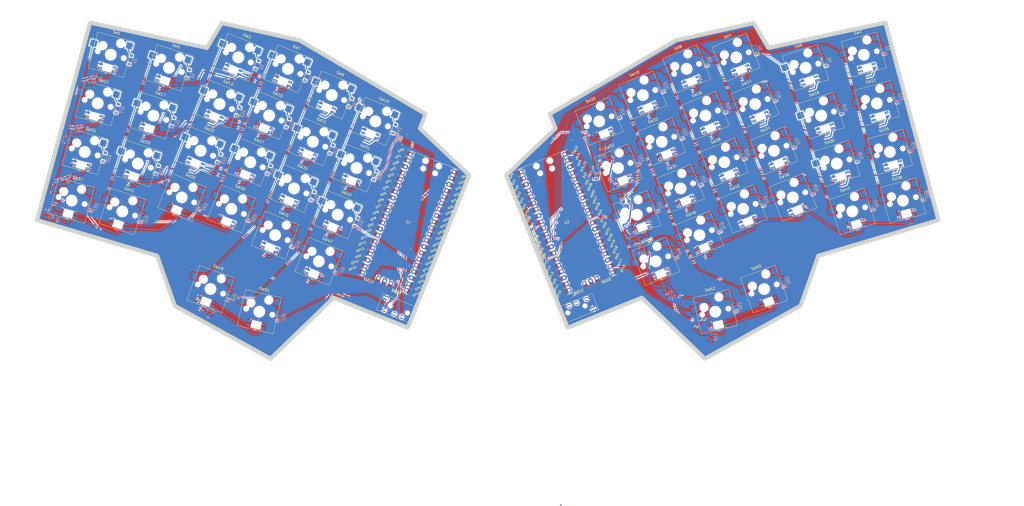
<source format=kicad_pcb>
(kicad_pcb (version 20240108) (generator "pcbnew") (generator_version "8.0")
  (layers (0 "F.Cu" signal) (31 "B.Cu" signal) (34 "B.Paste" user) (35 "F.Paste" user) (36 "B.SilkS" user "B.Silkscreen") (37 "F.SilkS" user "F.Silkscreen") (38 "B.Mask" user) (39 "F.Mask" user) (44 "Edge.Cuts" user))
  (net 0 "")
  (net 1 "L_RGB")
  (net 4 "L_RX")
  (net 5 "L_TX")
  (net 6 "R_RX")
  (net 7 "Net-(D8-A)")
  (net 8 "L_C0")
  (net 9 "Net-(D9-A)")
  (net 10 "L_C1")
  (net 11 "L_C2")
  (net 12 "Net-(D10-A)")
  (net 13 "Net-(D11-A)")
  (net 14 "L_C3")
  (net 15 "Net-(D12-A)")
  (net 16 "L_C4")
  (net 17 "L_C5")
  (net 18 "Net-(D13-A)")
  (net 19 "Net-(D14-A)")
  (net 20 "Net-(D1-A)")
  (net 21 "Net-(D2-A)")
  (net 22 "Net-(D3-A)")
  (net 23 "Net-(D4-A)")
  (net 24 "Net-(D5-A)")
  (net 25 "Net-(D6-A)")
  (net 26 "Net-(D7-A)")
  (net 27 "Net-(D15-A)")
  (net 28 "Net-(D16-A)")
  (net 29 "Net-(D17-A)")
  (net 30 "Net-(D18-A)")
  (net 31 "Net-(D19-A)")
  (net 32 "Net-(D20-A)")
  (net 33 "Net-(D21-A)")
  (net 34 "R_C7")
  (net 35 "Net-(D48-A)")
  (net 36 "Net-(D24-A)")
  (net 37 "R_C6")
  (net 38 "Net-(D26-A)")
  (net 39 "Net-(D28-A)")
  (net 40 "R_C8")
  (net 41 "R_C9")
  (net 42 "R_C10")
  (net 43 "R_C11")
  (net 45 "L_R2")
  (net 46 "L_R0")
  (net 47 "L_R1")
  (net 48 "L_R3")
  (net 49 "L_R4")
  (net 50 "R_R1")
  (net 51 "R_R2")
  (net 52 "R_R0")
  (net 53 "R_R4")
  (net 54 "R_RGB")
  (net 55 "R_R3")
  (net 74 "Net-(D22-A)")
  (net 76 "Net-(D23-A)")
  (net 83 "Net-(D29-A)")
  (net 85 "Net-(D30-A)")
  (net 97 "Net-(D25-A)")
  (net 98 "Net-(L37-DIN)")
  (net 99 "GND")
  (net 100 "L_VBUS")
  (net 101 "R_VBUS")
  (net 102 "Net-(D31-A)")
  (net 103 "Net-(D32-A)")
  (net 104 "Net-(D33-A)")
  (net 105 "Net-(D34-A)")
  (net 106 "Net-(D35-A)")
  (net 107 "Net-(D36-A)")
  (net 108 "Net-(D38-A)")
  (net 109 "Net-(D39-A)")
  (net 110 "Net-(D40-A)")
  (net 111 "Net-(D41-A)")
  (net 112 "Net-(D42-A)")
  (net 113 "Net-(D44-A)")
  (net 114 "Net-(D45-A)")
  (net 115 "Net-(D46-A)")
  (net 116 "Net-(D47-A)")
  (net 117 "Net-(D49-A)")
  (net 118 "Net-(D51-A)")
  (net 119 "Net-(D52-A)")
  (net 120 "Net-(L27-DOUT)")
  (net 121 "Net-(L2-DIN)")
  (net 122 "Net-(L3-DIN)")
  (net 123 "Net-(L19-DIN)")
  (net 124 "Net-(D37-A)")
  (net 125 "Net-(D27-A)")
  (net 126 "Net-(D43-A)")
  (net 127 "Net-(D50-A)")
  (net 128 "Net-(L1-DOUT)")
  (net 129 "Net-(L2-DOUT)")
  (net 130 "Net-(L3-DOUT)")
  (net 131 "Net-(L4-DOUT)")
  (net 132 "Net-(L4-DIN)")
  (net 133 "Net-(L11-DIN)")
  (net 134 "Net-(L7-DOUT)")
  (net 135 "Net-(L12-DIN)")
  (net 136 "Net-(L10-DIN)")
  (net 137 "Net-(L10-DOUT)")
  (net 138 "Net-(L11-DOUT)")
  (net 139 "Net-(L12-DOUT)")
  (net 140 "Net-(L13-DOUT)")
  (net 141 "Net-(L14-DOUT)")
  (net 142 "Net-(L15-DOUT)")
  (net 143 "Net-(L13-DIN)")
  (net 144 "Net-(L14-DIN)")
  (net 145 "Net-(L16-DIN)")
  (net 146 "Net-(L22-DIN)")
  (net 147 "Net-(L21-DOUT)")
  (net 148 "Net-(L23-DIN)")
  (net 149 "Net-(L23-DOUT)")
  (net 150 "Net-(L24-DOUT)")
  (net 151 "Net-(L25-DOUT)")
  (net 152 "Net-(L24-DIN)")
  (net 153 "Net-(L25-DIN)")
  (net 154 "Net-(L26-DOUT)")
  (net 155 "Net-(L26-DIN)")
  (net 156 "Net-(L28-DIN)")
  (net 157 "Net-(L33-DOUT)")
  (net 158 "Net-(L34-DIN)")
  (net 159 "Net-(L35-DOUT)")
  (net 160 "Net-(L36-DOUT)")
  (net 161 "Net-(L37-DOUT)")
  (net 162 "Net-(L38-DOUT)")
  (net 163 "Net-(L39-DOUT)")
  (net 164 "Net-(L35-DIN)")
  (net 165 "Net-(L36-DIN)")
  (net 166 "Net-(L38-DIN)")
  (net 167 "Net-(L40-DIN)")
  (net 168 "Net-(L45-DOUT)")
  (net 169 "Net-(L46-DIN)")
  (net 170 "Net-(L47-DOUT)")
  (net 171 "Net-(L50-DIN)")
  (net 172 "Net-(L49-DOUT)")
  (net 202 "R_TX")
  (footprint "CherryMX_PCB_KailhSocket:CherryMX_1.00u_PCB_KailhSocket" (layer "F.Cu") (at 113.341918 135.34282 -13)
    (property "Reference" "SW51")
    (property "Value" "CherryMX")
  )
  (footprint "CherryMX_PCB_KailhSocket:CherryMX_1.00u_PCB_KailhSocket" (layer "F.Cu") (at 109.941283 78.781732 -22)
    (property "Reference" "SW27")
    (property "Value" "CherryMX")
  )
  (footprint "CherryMX_PCB_KailhSocket:CherryMX_1.00u_PCB_KailhSocket" (layer "F.Cu") (at 331.845666 79.296158 18)
    (property "Reference" "SW30")
    (property "Value" "CherryMX")
  )
  (footprint "CherryMX_PCB_KailhSocket:CherryMX_1.00u_PCB_KailhSocket" (layer "F.Cu") (at 356.89613 93.302671 15)
    (property "Reference" "SW38")
    (property "Value" "CherryMX")
  )
  (footprint "footprints:PJ-320A" (layer "F.Cu") (at 172.014587 139.205228 158)
    (property "Reference" "J1")
    (property "Value" "L_TRRS")
  )
  (footprint "CherryMX_PCB_KailhSocket:CherryMX_1.00u_PCB_KailhSocket" (layer "F.Cu") (at 117.077528 61.118877 -22)
    (property "Reference" "SW15")
    (property "Value" "CherryMX")
  )
  (footprint "footprints:PJ-320A" (layer "F.Cu") (at 225.869285 135.10924 22)
    (property "Reference" "J2")
    (property "Value" "L_TRRS")
  )
  (footprint "CherryMX_PCB_KailhSocket:CherryMX_1.00u_PCB_KailhSocket" (layer "F.Cu") (at 140.749877 53.381148 -22)
    (property "Reference" "SW9")
    (property "Value" "CherryMX")
  )
  (footprint "CherryMX_PCB_KailhSocket:CherryMX_1.00u_PCB_KailhSocket" (layer "F.Cu") (at 143.013436 98.631984 -22)
    (property "Reference" "SW43")
    (property "Value" "CherryMX")
  )
  (footprint "CherryMX_PCB_KailhSocket:CherryMX_1.00u_PCB_KailhSocket" (layer "F.Cu") (at 275.040833 43.456022 22)
    (property "Reference" "SW8")
    (property "Value" "CherryMX")
  )
  (footprint "CherryMX_PCB_KailhSocket:CherryMX_1.00u_PCB_KailhSocket" (layer "F.Cu") (at 289.31334 78.781732 22)
    (property "Reference" "SW28")
    (property "Value" "CherryMX")
  )
  (footprint "CherryMX_PCB_KailhSocket:CherryMX_1.00u_PCB_KailhSocket" (layer "F.Cu") (at 258.504747 53.381148 22)
    (property "Reference" "SW10")
    (property "Value" "CherryMX")
  )
  (footprint "CherryMX_PCB_KailhSocket:CherryMX_1.00u_PCB_KailhSocket" (layer "F.Cu") (at 296.449604 96.444587 22)
    (property "Reference" "SW40")
    (property "Value" "CherryMX")
  )
  (footprint "CherryMX_PCB_KailhSocket:CherryMX_1.00u_PCB_KailhSocket" (layer "F.Cu") (at 265.64101 71.044003 22)
    (property "Reference" "SW22")
    (property "Value" "CherryMX")
  )
  (footprint "CherryMX_PCB_KailhSocket:CherryMX_1.00u_PCB_KailhSocket" (layer "F.Cu") (at 126.47735 88.706858 -22)
    (property "Reference" "SW33")
    (property "Value" "CherryMX")
  )
  (footprint "CherryMX_PCB_KailhSocket:CherryMX_1.00u_PCB_KailhSocket" (layer "F.Cu") (at 256.241188 98.631984 22)
    (property "Reference" "SW44")
    (property "Value" "CherryMX")
  )
  (footprint "CherryMX_PCB_KailhSocket:CherryMX_1.00u_PCB_KailhSocket" (layer "F.Cu") (at 337.732439 97.413775 18)
    (property "Reference" "SW42")
    (property "Value" "CherryMX")
  )
  (footprint "CherryMX_PCB_KailhSocket:CherryMX_1.00u_PCB_KailhSocket" (layer "F.Cu") (at 325.958892 61.178522 18)
    (property "Reference" "SW18")
    (property "Value" "CherryMX")
  )
  (footprint "CherryMX_PCB_KailhSocket:CherryMX_1.00u_PCB_KailhSocket" (layer "F.Cu") (at 102.80502 96.444587 -22)
    (property "Reference" "SW39")
    (property "Value" "CherryMX")
  )
  (footprint "CherryMX_PCB_KailhSocket:CherryMX_1.00u_PCB_KailhSocket" (layer "F.Cu") (at 263.377451 116.29484 22)
    (property "Reference" "SW48")
    (property "Value" "CherryMX")
  )
  (footprint "CherryMX_PCB_KailhSocket:CherryMX_1.00u_PCB_KailhSocket" (layer "F.Cu") (at 272.777273 88.706858 22)
    (property "Reference" "SW34")
    (property "Value" "CherryMX")
  )
  (footprint "CherryMX_PCB_KailhSocket:CherryMX_1.00u_PCB_KailhSocket" (layer "F.Cu") (at 279.913518 106.369713 22)
    (property "Reference" "SW46")
    (property "Value" "CherryMX")
  )
  (footprint "CherryMX_PCB_KailhSocket:CherryMX_1.00u_PCB_KailhSocket" (layer "F.Cu") (at 119.341106 106.369713 -22)
    (property "Reference" "SW45")
    (property "Value" "CherryMX")
  )
  (footprint "CherryMX_PCB_KailhSocket:CherryMX_1.00u_PCB_KailhSocket" (layer "F.Cu") (at 98.287903 56.771495 -22)
    (property "Reference" "SW13")
    (property "Value" "CherryMX")
  )
  (footprint "CherryMX_PCB_KailhSocket:CherryMX_1.00u_PCB_KailhSocket" (layer "F.Cu") (at 351.965628 74.90178 15)
    (property "Reference" "SW26")
    (property "Value" "CherryMX")
  )
  (footprint "CherryMX_PCB_KailhSocket:CherryMX_1.00u_PCB_KailhSocket" (layer "F.Cu") (at 67.408958 79.296158 -18)
    (property "Reference" "SW29")
    (property "Value" "CherryMX")
  )
  (footprint "CherryMX_PCB_KailhSocket:CherryMX_1.00u_PCB_KailhSocket" (layer "F.Cu") (at 249.104943 80.969129 22)
    (property "Reference" "SW32")
    (property "Value" "CherryMX")
  )
  (footprint "CherryMX_PCB_KailhSocket:CherryMX_1.00u_PCB_KailhSocket" (layer "F.Cu") (at 42.358494 93.302671 -15)
    (property "Reference" "SW37")
    (property "Value" "CherryMX")
  )
  (footprint "MCU_RaspberryPi_and_Boards:RPi_Pico_SMD_TH" (layer "F.Cu") (at 169.779921 101.504466 -22)
    (property "Reference" "U1")
    (property "Value" "Pico")
  )
  (footprint "CherryMX_PCB_KailhSocket:CherryMX_1.00u_PCB_KailhSocket" (layer "F.Cu") (at 91.151659 74.43435 -22)
    (property "Reference" "SW23")
    (property "Value" "CherryMX")
  )
  (footprint "CherryMX_PCB_KailhSocket:CherryMX_1.00u_PCB_KailhSocket" (layer "F.Cu") (at 293.830457 39.10864 22)
    (property "Reference" "SW4")
    (property "Value" "CherryMX")
  )
  (footprint "CherryMX_PCB_KailhSocket:CherryMX_1.00u_PCB_KailhSocket" (layer "F.Cu") (at 47.288996 74.90178 -15)
    (property "Reference" "SW25")
    (property "Value" "CherryMX")
  )
  (footprint "CherryMX_PCB_KailhSocket:CherryMX_1.00u_PCB_KailhSocket" (layer "F.Cu") (at 84.015395 92.097206 -22)
    (property "Reference" "SW35")
    (property "Value" "CherryMX")
  )
  (footprint "CherryMX_PCB_KailhSocket:CherryMX_1.00u_PCB_KailhSocket" (layer "F.Cu") (at 347.035126 56.50089 15)
    (property "Reference" "SW12")
    (property "Value" "CherryMX")
  )
  (footprint "CherryMX_PCB_KailhSocket:CherryMX_1.00u_PCB_KailhSocket" (layer "F.Cu") (at 79.182506 43.060905 -18)
    (property "Reference" "SW5")
    (property "Value" "CherryMX")
  )
  (footprint "CherryMX_PCB_KailhSocket:CherryMX_1.00u_PCB_KailhSocket" (layer "F.Cu") (at 133.613613 71.044003 -22)
    (property "Reference" "SW21")
    (property "Value" "CherryMX")
  )
  (footprint "CherryMX_PCB_KailhSocket:CherryMX_1.00u_PCB_KailhSocket" (layer "F.Cu") (at 61.522184 97.413775 -18)
    (property "Reference" "SW41")
    (property "Value" "CherryMX")
  )
  (footprint "MCU_RaspberryPi_and_Boards:RPi_Pico_SMD_TH" (layer "F.Cu") (at 229.744 101.504466 22)
    (property "Reference" "U2")
    (property "Value" "Pico")
  )
  (footprint "CherryMX_PCB_KailhSocket:CherryMX_1.00u_PCB_KailhSocket" (layer "F.Cu") (at 304.374461 126.765291 20)
    (property "Reference" "SW50")
    (property "Value" "CherryMX")
  )
  (footprint "CherryMX_PCB_KailhSocket:CherryMX_1.00u_PCB_KailhSocket" (layer "F.Cu") (at 57.15 38.1 -15)
    (property "Reference" "SW1")
    (property "Value" "CherryMX")
  )
  (footprint "CherryMX_PCB_KailhSocket:CherryMX_1.00u_PCB_KailhSocket" (layer "F.Cu") (at 285.912706 135.34282 13)
    (property "Reference" "SW52")
    (property "Value" "CherryMX")
  )
  (footprint "CherryMX_PCB_KailhSocket:CherryMX_1.00u_PCB_KailhSocket" (layer "F.Cu") (at 315.239228 92.097206 22)
    (property "Reference" "SW36")
    (property "Value" "CherryMX")
  )
  (footprint "CherryMX_PCB_KailhSocket:CherryMX_1.00u_PCB_KailhSocket" (layer "F.Cu") (at 124.213791 43.456022 -22)
    (property "Reference" "SW7")
    (property "Value" "CherryMX")
  )
  (footprint "CherryMX_PCB_KailhSocket:CherryMX_1.00u_PCB_KailhSocket" (layer "F.Cu") (at 342.104624 38.1 15)
    (property "Reference" "SW2")
    (property "Value" "CherryMX")
  )
  (footprint "CherryMX_PCB_KailhSocket:CherryMX_1.00u_PCB_KailhSocket" (layer "F.Cu") (at 105.424166 39.10864 -22)
    (property "Reference" "SW3")
    (property "Value" "CherryMX")
  )
  (footprint "CherryMX_PCB_KailhSocket:CherryMX_1.00u_PCB_KailhSocket" (layer "F.Cu") (at 241.96868 63.306274 22)
    (property "Reference" "SW20")
    (property "Value" "CherryMX")
  )
  (footprint "CherryMX_PCB_KailhSocket:CherryMX_1.00u_PCB_KailhSocket" (layer "F.Cu") (at 73.295732 61.178522 -18)
    (property "Reference" "SW17")
    (property "Value" "CherryMX")
  )
  (footprint "CherryMX_PCB_KailhSocket:CherryMX_1.00u_PCB_KailhSocket" (layer "F.Cu") (at 300.96672 56.771495 22)
    (property "Reference" "SW14")
    (property "Value" "CherryMX")
  )
  (footprint "CherryMX_PCB_KailhSocket:CherryMX_1.00u_PCB_KailhSocket" (layer "F.Cu") (at 135.877173 116.29484 -22)
    (property "Reference" "SW47")
    (property "Value" "CherryMX")
  )
  (footprint "CherryMX_PCB_KailhSocket:CherryMX_1.00u_PCB_KailhSocket" (layer "F.Cu") (at 308.102965 74.43435 22)
    (property "Reference" "SW24")
    (property "Value" "CherryMX")
  )
  (footprint "CherryMX_PCB_KailhSocket:CherryMX_1.00u_PCB_KailhSocket" (layer "F.Cu") (at 282.177096 61.118877 22)
    (property "Reference" "SW16")
    (property "Value" "CherryMX")
  )
  (footprint "CherryMX_PCB_KailhSocket:CherryMX_1.00u_PCB_KailhSocket" (layer "F.Cu") (at 320.072118 43.060905 18)
    (property "Reference" "SW6")
    (property "Value" "CherryMX")
  )
  (footprint "CherryMX_PCB_KailhSocket:CherryMX_1.00u_PCB_KailhSocket" (layer "F.Cu") (at 52.219498 56.50089 -15)
    (property "Reference" "SW11")
    (property "Value" "CherryMX")
  )
  (footprint "CherryMX_PCB_KailhSocket:CherryMX_1.00u_PCB_KailhSocket" (layer "F.Cu") (at 94.880163 126.765291 -20)
    (property "Reference" "SW49")
    (property "Value" "CherryMX")
  )
  (footprint "CherryMX_PCB_KailhSocket:CherryMX_1.00u_PCB_KailhSocket" (layer "F.Cu") (at 150.14968 80.969129 -22)
    (property "Reference" "SW31")
    (property "Value" "CherryMX")
  )
  (footprint "CherryMX_PCB_KailhSocket:CherryMX_1.00u_PCB_KailhSocket" (layer "F.Cu") (at 157.285944 63.306274 -22)
    (property "Reference" "SW19")
    (property "Value" "CherryMX")
  )
  (footprint "footprints:SK6812-MINI-E" (layer "B.Cu") (at 59.946198 102.264163 162)
    (property "Reference" "L41")
    (property "Value" "WS2812B" (hide yes))
    (fp_line (start 1.9 -1.3) (end 1.9 1.3) (stroke (width 0.12)) (layer "Edge.Cuts"))
    (fp_line (start 1.7 1.5) (end -1.7 1.5) (stroke (width 0.12)) (layer "Edge.Cuts"))
    (fp_line (start -1.7 -1.5) (end 1.7 -1.5) (stroke (width 0.12)) (layer "Edge.Cuts"))
    (fp_line (start -1.9 1.3) (end -1.9 -1.3) (stroke (width 0.12)) (layer "Edge.Cuts"))
    (fp_arc (start 1.7 -1.5) (mid 1.841422 -1.441421) (end 1.9 -1.3) (stroke (width 0.12)) (layer "Edge.Cuts"))
    (fp_arc (start 1.9 1.3) (mid 1.841421 1.441421) (end 1.7 1.5) (stroke (width 0.12)) (layer "Edge.Cuts"))
    (fp_arc (start -1.9 -1.3) (mid -1.841421 -1.441421) (end -1.7 -1.5) (stroke (width 0.12)) (layer "Edge.Cuts"))
    (fp_arc (start -1.7 1.5) (mid -1.841421 1.441421) (end -1.9 1.3) (stroke (width 0.12)) (layer "Edge.Cuts"))
  )
  (footprint "Diode_SMD:D_SOD-123" (layer "B.Cu") (at 150.078576 101.486486 68)
    (property "Reference" "D43")
    (property "Value" "D")
  )
  (footprint "Capacitor_SMD:C_0805_2012Metric_Pad1.18x1.45mm_HandSolder" (layer "B.Cu") (at 256.2645 108.585)
    (property "Reference" "C14")
    (property "Value" "C 10uf")
  )
  (footprint "Diode_SMD:D_SOD-123" (layer "B.Cu") (at 86.429556 45.415614 72)
    (property "Reference" "D5")
    (property "Value" "D")
  )
  (footprint "Diode_SMD:D_SOD-123" (layer "B.Cu") (at 349.464978 36.127799 105)
    (property "Reference" "D2")
    (property "Value" "D")
  )
  (footprint "Capacitor_SMD:C_0805_2012Metric_Pad1.18x1.45mm_HandSolder" (layer "B.Cu") (at 268.986 128.397 20)
    (property "Reference" "C17")
    (property "Value" "C 10uf")
  )
  (footprint "Capacitor_SMD:C_0805_2012Metric_Pad1.18x1.45mm_HandSolder" (layer "B.Cu") (at 49.149 48.006 90)
    (property "Reference" "C1")
    (property "Value" "C 10uf")
  )
  (footprint "footprints:SK6812-MINI-E" (layer "B.Cu") (at 358.216107 98.228892 -165)
    (property "Reference" "L38")
    (property "Value" "WS2812B" (hide yes))
    (fp_line (start 1.7 1.5) (end -1.7 1.5) (stroke (width 0.12)) (layer "Edge.Cuts"))
    (fp_line (start 1.9 -1.3) (end 1.9 1.3) (stroke (width 0.12)) (layer "Edge.Cuts"))
    (fp_line (start -1.9 1.3) (end -1.9 -1.3) (stroke (width 0.12)) (layer "Edge.Cuts"))
    (fp_line (start -1.7 -1.5) (end 1.7 -1.5) (stroke (width 0.12)) (layer "Edge.Cuts"))
    (fp_arc (start 1.9 1.3) (mid 1.841422 1.441421) (end 1.7 1.5) (stroke (width 0.12)) (layer "Edge.Cuts"))
    (fp_arc (start 1.7 -1.5) (mid 1.841421 -1.441421) (end 1.9 -1.3) (stroke (width 0.12)) (layer "Edge.Cuts"))
    (fp_arc (start -1.7 1.5) (mid -1.841421 1.441421) (end -1.9 1.3) (stroke (width 0.12)) (layer "Edge.Cuts"))
    (fp_arc (start -1.9 -1.3) (mid -1.841421 -1.441421) (end -1.7 -1.5) (stroke (width 0.12)) (layer "Edge.Cuts"))
  )
  (footprint "Diode_SMD:D_SOD-123" (layer "B.Cu") (at 68.769234 99.768484 72)
    (property "Reference" "D41")
    (property "Value" "D")
  )
  (footprint "Diode_SMD:D_SOD-123" (layer "B.Cu") (at 333.205942 58.823813 108)
    (property "Reference" "D18")
    (property "Value" "D")
  )
  (footprint "Diode_SMD:D_SOD-123" (layer "B.Cu") (at 105.353043 59.625997 68)
    (property "Reference" "D13")
    (property "Value" "D")
  )
  (footprint "Diode_SMD:D_SOD-123" (layer "B.Cu") (at 109.87016 99.299089 68)
    (property "Reference" "D39")
    (property "Value" "D")
  )
  (footprint "footprints:SK6812-MINI-E" (layer "B.Cu") (at 310.013458 79.162987 -158)
    (property "Reference" "L24")
    (property "Value" "WS2812B" (hide yes))
    (fp_line (start 1.699999 1.5) (end -1.699999 1.5) (stroke (width 0.12)) (layer "Edge.Cuts"))
    (fp_line (start 1.9 -1.3) (end 1.9 1.3) (stroke (width 0.12)) (layer "Edge.Cuts"))
    (fp_line (start -1.9 1.3) (end -1.9 -1.3) (stroke (width 0.12)) (layer "Edge.Cuts"))
    (fp_line (start -1.699999 -1.5) (end 1.699999 -1.5) (stroke (width 0.12)) (layer "Edge.Cuts"))
    (fp_arc (start 1.9 1.3) (mid 1.841421 1.441421) (end 1.699999 1.5) (stroke (width 0.12)) (layer "Edge.Cuts"))
    (fp_arc (start 1.699999 -1.5) (mid 1.841421 -1.441422) (end 1.9 -1.3) (stroke (width 0.12)) (layer "Edge.Cuts"))
    (fp_arc (start -1.699999 1.5) (mid -1.84142 1.441422) (end -1.9 1.3) (stroke (width 0.12)) (layer "Edge.Cuts"))
    (fp_arc (start -1.9 -1.3) (mid -1.841421 -1.441421) (end -1.699999 -1.5) (stroke (width 0.12)) (layer "Edge.Cuts"))
  )
  (footprint "footprints:SK6812-MINI-E" (layer "B.Cu") (at 41.038517 98.228892 165)
    (property "Reference" "L37")
    (property "Value" "WS2812B" (hide yes))
    (fp_line (start 1.9 -1.3) (end 1.9 1.3) (stroke (width 0.12)) (layer "Edge.Cuts"))
    (fp_line (start 1.7 1.5) (end -1.7 1.5) (stroke (width 0.12)) (layer "Edge.Cuts"))
    (fp_line (start -1.7 -1.5) (end 1.7 -1.5) (stroke (width 0.12)) (layer "Edge.Cuts"))
    (fp_line (start -1.9 1.3) (end -1.9 -1.3) (stroke (width 0.12)) (layer "Edge.Cuts"))
    (fp_arc (start 1.7 -1.5) (mid 1.841422 -1.441421) (end 1.9 -1.3) (stroke (width 0.12)) (layer "Edge.Cuts"))
    (fp_arc (start 1.9 1.3) (mid 1.841421 1.441421) (end 1.7 1.5) (stroke (width 0.12)) (layer "Edge.Cuts"))
    (fp_arc (start -1.9 -1.3) (mid -1.84142 -1.441421) (end -1.7 -1.5) (stroke (width 0.12)) (layer "Edge.Cuts"))
    (fp_arc (start -1.7 1.5) (mid -1.841421 1.441421) (end -1.9 1.3) (stroke (width 0.12)) (layer "Edge.Cuts"))
  )
  (footprint "Diode_SMD:D_SOD-123" (layer "B.Cu") (at 98.216799 77.288852 68)
    (property "Reference" "D23")
    (property "Value" "D")
  )
  (footprint "footprints:SK6812-MINI-E" (layer "B.Cu") (at 131.70312 75.77264 158)
    (property "Reference" "L21")
    (property "Value" "WS2812B" (hide yes))
    (fp_line (start 1.9 -1.3) (end 1.9 1.3) (stroke (width 0.12)) (layer "Edge.Cuts"))
    (fp_line (start 1.699999 1.5) (end -1.699999 1.5) (stroke (width 0.12)) (layer "Edge.Cuts"))
    (fp_line (start -1.699999 -1.5) (end 1.699999 -1.5) (stroke (width 0.12)) (layer "Edge.Cuts"))
    (fp_line (start -1.9 1.3) (end -1.9 -1.3) (stroke (width 0.12)) (layer "Edge.Cuts"))
    (fp_arc (start 1.699999 -1.5) (mid 1.841421 -1.441421) (end 1.9 -1.3) (stroke (width 0.12)) (layer "Edge.Cuts"))
    (fp_arc (start 1.9 1.3) (mid 1.841421 1.441422) (end 1.699999 1.5) (stroke (width 0.12)) (layer "Edge.Cuts"))
    (fp_arc (start -1.9 -1.3) (mid -1.841421 -1.441422) (end -1.699999 -1.5) (stroke (width 0.12)) (layer "Edge.Cuts"))
    (fp_arc (start -1.699999 1.5) (mid -1.841421 1.441421) (end -1.9 1.3) (stroke (width 0.12)) (layer "Edge.Cuts"))
  )
  (footprint "footprints:SK6812-MINI-E" (layer "B.Cu") (at 65.832972 84.146546 162)
    (property "Reference" "L29")
    (property "Value" "WS2812B" (hide yes))
    (fp_line (start 1.9 -1.3) (end 1.9 1.3) (stroke (width 0.12)) (layer "Edge.Cuts"))
    (fp_line (start 1.7 1.5) (end -1.7 1.5) (stroke (width 0.12)) (layer "Edge.Cuts"))
    (fp_line (start -1.7 -1.5) (end 1.7 -1.5) (stroke (width 0.12)) (layer "Edge.Cuts"))
    (fp_line (start -1.9 1.3) (end -1.9 -1.3) (stroke (width 0.12)) (layer "Edge.Cuts"))
    (fp_arc (start 1.7 -1.5) (mid 1.841422 -1.441421) (end 1.9 -1.3) (stroke (width 0.12)) (layer "Edge.Cuts"))
    (fp_arc (start 1.9 1.3) (mid 1.841421 1.441421) (end 1.7 1.5) (stroke (width 0.12)) (layer "Edge.Cuts"))
    (fp_arc (start -1.9 -1.3) (mid -1.841421 -1.441421) (end -1.7 -1.5) (stroke (width 0.12)) (layer "Edge.Cuts"))
    (fp_arc (start -1.7 1.5) (mid -1.841421 1.441421) (end -1.9 1.3) (stroke (width 0.12)) (layer "Edge.Cuts"))
  )
  (footprint "Diode_SMD:D_SOD-123" (layer "B.Cu") (at 286.978658 103.515211 112)
    (property "Reference" "D46")
    (property "Value" "D")
  )
  (footprint "footprints:SK6812-MINI-E" (layer "B.Cu") (at 93.135861 131.557723 160)
    (property "Reference" "L49")
    (property "Value" "WS2812B" (hide yes))
    (fp_line (start 1.9 -1.3) (end 1.9 1.3) (stroke (width 0.12)) (layer "Edge.Cuts"))
    (fp_line (start 1.7 1.5) (end -1.7 1.5) (stroke (width 0.12)) (layer "Edge.Cuts"))
    (fp_line (start -1.7 -1.5) (end 1.7 -1.5) (stroke (width 0.12)) (layer "Edge.Cuts"))
    (fp_line (start -1.9 1.3) (end -1.9 -1.3) (stroke (width 0.12)) (layer "Edge.Cuts"))
    (fp_arc (start 1.7 -1.5) (mid 1.841421 -1.441421) (end 1.9 -1.3) (stroke (width 0.12)) (layer "Edge.Cuts"))
    (fp_arc (start 1.9 1.3) (mid 1.841422 1.441422) (end 1.7 1.5) (stroke (width 0.12)) (layer "Edge.Cuts"))
    (fp_arc (start -1.9 -1.3) (mid -1.84142 -1.441421) (end -1.7 -1.5) (stroke (width 0.12)) (layer "Edge.Cuts"))
    (fp_arc (start -1.7 1.5) (mid -1.841421 1.441421) (end -1.9 1.3) (stroke (width 0.12)) (layer "Edge.Cuts"))
  )
  (footprint "footprints:SK6812-MINI-E" (layer "B.Cu") (at 89.241166 79.162987 158)
    (property "Reference" "L23")
    (property "Value" "WS2812B" (hide yes))
    (fp_line (start 1.9 -1.3) (end 1.9 1.3) (stroke (width 0.12)) (layer "Edge.Cuts"))
    (fp_line (start 1.699999 1.5) (end -1.699999 1.5) (stroke (width 0.12)) (layer "Edge.Cuts"))
    (fp_line (start -1.699999 -1.5) (end 1.699999 -1.5) (stroke (width 0.12)) (layer "Edge.Cuts"))
    (fp_line (start -1.9 1.3) (end -1.9 -1.3) (stroke (width 0.12)) (layer "Edge.Cuts"))
    (fp_arc (start 1.699999 -1.5) (mid 1.841421 -1.441421) (end 1.9 -1.3) (stroke (width 0.12)) (layer "Edge.Cuts"))
    (fp_arc (start 1.9 1.3) (mid 1.841421 1.441422) (end 1.699999 1.5) (stroke (width 0.12)) (layer "Edge.Cuts"))
    (fp_arc (start -1.9 -1.3) (mid -1.841421 -1.441422) (end -1.699999 -1.5) (stroke (width 0.12)) (layer "Edge.Cuts"))
    (fp_arc (start -1.699999 1.5) (mid -1.841421 1.441421) (end -1.9 1.3) (stroke (width 0.12)) (layer "Edge.Cuts"))
  )
  (footprint "footprints:SK6812-MINI-E" (layer "B.Cu") (at 82.104902 96.825843 158)
    (property "Reference" "L35")
    (property "Value" "WS2812B" (hide yes))
    (fp_line (start 1.9 -1.3) (end 1.9 1.3) (stroke (width 0.12)) (layer "Edge.Cuts"))
    (fp_line (start 1.699999 1.5) (end -1.699999 1.5) (stroke (width 0.12)) (layer "Edge.Cuts"))
    (fp_line (start -1.699999 -1.5) (end 1.699999 -1.5) (stroke (width 0.12)) (layer "Edge.Cuts"))
    (fp_line (start -1.9 1.3) (end -1.9 -1.3) (stroke (width 0.12)) (layer "Edge.Cuts"))
    (fp_arc (start 1.699999 -1.5) (mid 1.841421 -1.441421) (end 1.9 -1.3) (stroke (width 0.12)) (layer "Edge.Cuts"))
    (fp_arc (start 1.9 1.3) (mid 1.841421 1.441422) (end 1.699999 1.5) (stroke (width 0.12)) (layer "Edge.Cuts"))
    (fp_arc (start -1.9 -1.3) (mid -1.841421 -1.441422) (end -1.699999 -1.5) (stroke (width 0.12)) (layer "Edge.Cuts"))
    (fp_arc (start -1.699999 1.5) (mid -1.841421 1.441421) (end -1.9 1.3) (stroke (width 0.12)) (layer "Edge.Cuts"))
  )
  (footprint "footprints:SK6812-MINI-E" (layer "B.Cu") (at 260.41524 58.109785 -158)
    (property "Reference" "L10")
    (property "Value" "WS2812B" (hide yes))
    (fp_line (start 1.699999 1.5) (end -1.699999 1.5) (stroke (width 0.12)) (layer "Edge.Cuts"))
    (fp_line (start 1.9 -1.3) (end 1.9 1.3) (stroke (width 0.12)) (layer "Edge.Cuts"))
    (fp_line (start -1.9 1.3) (end -1.9 -1.3) (stroke (width 0.12)) (layer "Edge.Cuts"))
    (fp_line (start -1.699999 -1.5) (end 1.699999 -1.5) (stroke (width 0.12)) (layer "Edge.Cuts"))
    (fp_arc (start 1.9 1.3) (mid 1.841421 1.441421) (end 1.699999 1.5) (stroke (width 0.12)) (layer "Edge.Cuts"))
    (fp_arc (start 1.699999 -1.5) (mid 1.841421 -1.441422) (end 1.9 -1.3) (stroke (width 0.12)) (layer "Edge.Cuts"))
    (fp_arc (start -1.699999 1.5) (mid -1.84142 1.441422) (end -1.9 1.3) (stroke (width 0.12)) (layer "Edge.Cuts"))
    (fp_arc (start -1.9 -1.3) (mid -1.841421 -1.441421) (end -1.699999 -1.5) (stroke (width 0.12)) (layer "Edge.Cuts"))
  )
  (footprint "footprints:SK6812-MINI-E" (layer "B.Cu") (at 317.149721 96.825843 -158)
    (property "Reference" "L36")
    (property "Value" "WS2812B" (hide yes))
    (fp_line (start 1.699999 1.5) (end -1.699999 1.5) (stroke (width 0.12)) (layer "Edge.Cuts"))
    (fp_line (start 1.9 -1.3) (end 1.9 1.3) (stroke (width 0.12)) (layer "Edge.Cuts"))
    (fp_line (start -1.9 1.3) (end -1.9 -1.3) (stroke (width 0.12)) (layer "Edge.Cuts"))
    (fp_line (start -1.699999 -1.5) (end 1.699999 -1.5) (stroke (width 0.12)) (layer "Edge.Cuts"))
    (fp_arc (start 1.9 1.3) (mid 1.841421 1.441421) (end 1.699999 1.5) (stroke (width 0.12)) (layer "Edge.Cuts"))
    (fp_arc (start 1.699999 -1.5) (mid 1.841421 -1.441422) (end 1.9 -1.3) (stroke (width 0.12)) (layer "Edge.Cuts"))
    (fp_arc (start -1.699999 1.5) (mid -1.84142 1.441422) (end -1.9 1.3) (stroke (width 0.12)) (layer "Edge.Cuts"))
    (fp_arc (start -1.9 -1.3) (mid -1.841421 -1.441421) (end -1.699999 -1.5) (stroke (width 0.12)) (layer "Edge.Cuts"))
  )
  (footprint "footprints:SK6812-MINI-E" (layer "B.Cu") (at 50.899521 61.427111 165)
    (property "Reference" "L11")
    (property "Value" "WS2812B" (hide yes))
    (fp_line (start 1.9 -1.3) (end 1.9 1.3) (stroke (width 0.12)) (layer "Edge.Cuts"))
    (fp_line (start 1.7 1.5) (end -1.7 1.5) (stroke (width 0.12)) (layer "Edge.Cuts"))
    (fp_line (start -1.7 -1.5) (end 1.7 -1.5) (stroke (width 0.12)) (layer "Edge.Cuts"))
    (fp_line (start -1.9 1.3) (end -1.9 -1.3) (stroke (width 0.12)) (layer "Edge.Cuts"))
    (fp_arc (start 1.7 -1.5) (mid 1.841422 -1.441421) (end 1.9 -1.3) (stroke (width 0.12)) (layer "Edge.Cuts"))
    (fp_arc (start 1.9 1.3) (mid 1.841421 1.441421) (end 1.7 1.5) (stroke (width 0.12)) (layer "Edge.Cuts"))
    (fp_arc (start -1.9 -1.3) (mid -1.84142 -1.441421) (end -1.7 -1.5) (stroke (width 0.12)) (layer "Edge.Cuts"))
    (fp_arc (start -1.7 1.5) (mid -1.841421 1.441421) (end -1.9 1.3) (stroke (width 0.12)) (layer "Edge.Cuts"))
  )
  (footprint "footprints:SK6812-MINI-E" (layer "B.Cu") (at 115.167035 65.847514 158)
    (property "Reference" "L15")
    (property "Value" "WS2812B" (hide yes))
    (fp_line (start 1.9 -1.3) (end 1.9 1.3) (stroke (width 0.12)) (layer "Edge.Cuts"))
    (fp_line (start 1.699999 1.5) (end -1.699999 1.5) (stroke (width 0.12)) (layer "Edge.Cuts"))
    (fp_line (start -1.699999 -1.5) (end 1.699999 -1.5) (stroke (width 0.12)) (layer "Edge.Cuts"))
    (fp_line (start -1.9 1.3) (end -1.9 -1.3) (stroke (width 0.12)) (layer "Edge.Cuts"))
    (fp_arc (start 1.699999 -1.5) (mid 1.841421 -1.441421) (end 1.9 -1.3) (stroke (width 0.12)) (layer "Edge.Cuts"))
    (fp_arc (start 1.9 1.3) (mid 1.841421 1.441422) (end 1.699999 1.5) (stroke (width 0.12)) (layer "Edge.Cuts"))
    (fp_arc (start -1.9 -1.3) (mid -1.841421 -1.441422) (end -1.699999 -1.5) (stroke (width 0.12)) (layer "Edge.Cuts"))
    (fp_arc (start -1.699999 1.5) (mid -1.841421 1.441421) (end -1.9 1.3) (stroke (width 0.12)) (layer "Edge.Cuts"))
  )
  (footprint "Capacitor_SMD:C_0805_2012Metric_Pad1.18x1.45mm_HandSolder" (layer "B.Cu") (at 284.353 144.907 90)
    (property "Reference" "C18")
    (property "Value" "C 10uf")
  )
  (footprint "footprints:SK6812-MINI-E" (layer "B.Cu") (at 327.534878 66.02891 -162)
    (property "Reference" "L18")
    (property "Value" "WS2812B" (hide yes))
    (fp_line (start 1.7 1.5) (end -1.7 1.5) (stroke (width 0.12)) (layer "Edge.Cuts"))
    (fp_line (start 1.9 -1.3) (end 1.9 1.3) (stroke (width 0.12)) (layer "Edge.Cuts"))
    (fp_line (start -1.9 1.3) (end -1.9 -1.3) (stroke (width 0.12)) (layer "Edge.Cuts"))
    (fp_line (start -1.7 -1.5) (end 1.7 -1.5) (stroke (width 0.12)) (layer "Edge.Cuts"))
    (fp_arc (start 1.9 1.3) (mid 1.841422 1.441421) (end 1.7 1.5) (stroke (width 0.12)) (layer "Edge.Cuts"))
    (fp_arc (start 1.7 -1.5) (mid 1.841421 -1.441422) (end 1.9 -1.3) (stroke (width 0.12)) (layer "Edge.Cuts"))
    (fp_arc (start -1.7 1.5) (mid -1.841421 1.441421) (end -1.9 1.3) (stroke (width 0.12)) (layer "Edge.Cuts"))
    (fp_arc (start -1.9 -1.3) (mid -1.841421 -1.441421) (end -1.7 -1.5) (stroke (width 0.12)) (layer "Edge.Cuts"))
  )
  (footprint "Diode_SMD:D_SOD-123" (layer "B.Cu") (at 112.489306 41.963142 68)
    (property "Reference" "D3")
    (property "Value" "D")
  )
  (footprint "footprints:SK6812-MINI-E" (layer "B.Cu") (at 96.37741 61.500132 158)
    (property "Reference" "L13")
    (property "Value" "WS2812B" (hide yes))
    (fp_line (start 1.9 -1.3) (end 1.9 1.3) (stroke (width 0.12)) (layer "Edge.Cuts"))
    (fp_line (start 1.699999 1.5) (end -1.699999 1.5) (stroke (width 0.12)) (layer "Edge.Cuts"))
    (fp_line (start -1.699999 -1.5) (end 1.699999 -1.5) (stroke (width 0.12)) (layer "Edge.Cuts"))
    (fp_line (start -1.9 1.3) (end -1.9 -1.3) (stroke (width 0.12)) (layer "Edge.Cuts"))
    (fp_arc (start 1.699999 -1.5) (mid 1.841421 -1.441421) (end 1.9 -1.3) (stroke (width 0.12)) (layer "Edge.Cuts"))
    (fp_arc (start 1.9 1.3) (mid 1.841421 1.441422) (end 1.699999 1.5) (stroke (width 0.12)) (layer "Edge.Cuts"))
    (fp_arc (start -1.9 -1.3) (mid -1.841421 -1.441422) (end -1.699999 -1.5) (stroke (width 0.12)) (layer "Edge.Cuts"))
    (fp_arc (start -1.699999 1.5) (mid -1.841421 1.441421) (end -1.9 1.3) (stroke (width 0.12)) (layer "Edge.Cuts"))
  )
  (footprint "Diode_SMD:D_SOD-123" (layer "B.Cu") (at 59.579852 58.473091 75)
    (property "Reference" "D11")
    (property "Value" "D")
  )
  (footprint "Diode_SMD:D_SOD-123" (layer "B.Cu") (at 131.278931 46.310524 68)
    (property "Reference" "D7")
    (property "Value" "D")
  )
  (footprint "Diode_SMD:D_SOD-123" (layer "B.Cu") (at 80.542782 63.533231 72)
    (property "Reference" "D17")
    (property "Value" "D")
  )
  (footprint "footprints:SK6812-MINI-E" (layer "B.Cu") (at 343.424601 43.026221 -165)
    (property "Reference" "L2")
    (property "Value" "WS2812B" (hide yes))
    (fp_line (start 1.7 1.5) (end -1.7 1.5) (stroke (width 0.12)) (layer "Edge.Cuts"))
    (fp_line (start 1.9 -1.3) (end 1.9 1.3) (stroke (width 0.12)) (layer "Edge.Cuts"))
    (fp_line (start -1.9 1.3) (end -1.9 -1.3) (stroke (width 0.12)) (layer "Edge.Cuts"))
    (fp_line (start -1.7 -1.5) (end 1.7 -1.5) (stroke (width 0.12)) (layer "Edge.Cuts"))
    (fp_arc (start 1.9 1.3) (mid 1.841422 1.441421) (end 1.7 1.5) (stroke (width 0.12)) (layer "Edge.Cuts"))
    (fp_arc (start 1.7 -1.5) (mid 1.841421 -1.441421) (end 1.9 -1.3) (stroke (width 0.12)) (layer "Edge.Cuts"))
    (fp_arc (start -1.7 1.5) (mid -1.841421 1.441421) (end -1.9 1.3) (stroke (width 0.12)) (layer "Edge.Cuts"))
    (fp_arc (start -1.9 -1.3) (mid -1.841421 -1.441421) (end -1.7 -1.5) (stroke (width 0.12)) (layer "Edge.Cuts"))
  )
  (footprint "footprints:SK6812-MINI-E" (layer "B.Cu") (at 287.059956 140.312107 -167)
    (property "Reference" "L52")
    (property "Value" "WS2812B" (hide yes))
    (fp_line (start 1.7 1.5) (end -1.7 1.5) (stroke (width 0.12)) (layer "Edge.Cuts"))
    (fp_line (start 1.9 -1.3) (end 1.9 1.3) (stroke (width 0.12)) (layer "Edge.Cuts"))
    (fp_line (start -1.9 1.3) (end -1.9 -1.3) (stroke (width 0.12)) (layer "Edge.Cuts"))
    (fp_line (start -1.7 -1.5) (end 1.7 -1.5) (stroke (width 0.12)) (layer "Edge.Cuts"))
    (fp_arc (start 1.9 1.3) (mid 1.841421 1.441421) (end 1.7 1.5) (stroke (width 0.12)) (layer "Edge.Cuts"))
    (fp_arc (start 1.7 -1.5) (mid 1.841422 -1.441421) (end 1.9 -1.3) (stroke (width 0.12)) (layer "Edge.Cuts"))
    (fp_arc (start -1.7 1.5) (mid -1.841422 1.441421) (end -1.9 1.3) (stroke (width 0.12)) (layer "Edge.Cuts"))
    (fp_arc (start -1.9 -1.3) (mid -1.841421 -1.441421) (end -1.7 -1.5) (stroke (width 0.12)) (layer "Edge.Cuts"))
  )
  (footprint "Diode_SMD:D_SOD-123" (layer "B.Cu") (at 293.337405 133.628693 103)
    (property "Reference" "D52")
    (property "Value" "D")
  )
  (footprint "footprints:SK6812-MINI-E" (layer "B.Cu") (at 138.839384 58.109785 158)
    (property "Reference" "L9")
    (property "Value" "WS2812B" (hide yes))
    (fp_line (start 1.9 -1.3) (end 1.9 1.3) (stroke (width 0.12)) (layer "Edge.Cuts"))
    (fp_line (start 1.699999 1.5) (end -1.699999 1.5) (stroke (width 0.12)) (layer "Edge.Cuts"))
    (fp_line (start -1.699999 -1.5) (end 1.699999 -1.5) (stroke (width 0.12)) (layer "Edge.Cuts"))
    (fp_line (start -1.9 1.3) (end -1.9 -1.3) (stroke (width 0.12)) (layer "Edge.Cuts"))
    (fp_arc (start 1.699999 -1.5) (mid 1.841421 -1.441421) (end 1.9 -1.3) (stroke (width 0.12)) (layer "Edge.Cuts"))
    (fp_arc (start 1.9 1.3) (mid 1.841421 1.441422) (end 1.699999 1.5) (stroke (width 0.12)) (layer "Edge.Cuts"))
    (fp_arc (start -1.9 -1.3) (mid -1.841421 -1.441422) (end -1.699999 -1.5) (stroke (width 0.12)) (layer "Edge.Cuts"))
    (fp_arc (start -1.699999 1.5) (mid -1.841421 1.441421) (end -1.9 1.3) (stroke (width 0.12)) (layer "Edge.Cuts"))
  )
  (footprint "Capacitor_SMD:C_0805_2012Metric_Pad1.18x1.45mm_HandSolder" (layer "B.Cu") (at 267.716 126.746 20)
    (property "Reference" "C16")
    (property "Value" "C 10uf")
  )
  (footprint "footprints:SK6812-MINI-E" (layer "B.Cu") (at 141.102943 103.360621 158)
    (property "Reference" "L43")
    (property "Value" "WS2812B" (hide yes))
    (fp_line (start 1.9 -1.3) (end 1.9 1.3) (stroke (width 0.12)) (layer "Edge.Cuts"))
    (fp_line (start 1.7 1.5) (end -1.699999 1.5) (stroke (width 0.12)) (layer "Edge.Cuts"))
    (fp_line (start -1.7 -1.5) (end 1.699999 -1.5) (stroke (width 0.12)) (layer "Edge.Cuts"))
    (fp_line (start -1.9 1.3) (end -1.9 -1.3) (stroke (width 0.12)) (layer "Edge.Cuts"))
    (fp_arc (start 1.699999 -1.5) (mid 1.841421 -1.441421) (end 1.9 -1.3) (stroke (width 0.12)) (layer "Edge.Cuts"))
    (fp_arc (start 1.9 1.3) (mid 1.841421 1.441421) (end 1.7 1.5) (stroke (width 0.12)) (layer "Edge.Cuts"))
    (fp_arc (start -1.9 -1.3) (mid -1.841421 -1.441421) (end -1.7 -1.5) (stroke (width 0.12)) (layer "Edge.Cuts"))
    (fp_arc (start -1.699999 1.5) (mid -1.841421 1.441421) (end -1.9 1.3) (stroke (width 0.12)) (layer "Edge.Cuts"))
  )
  (footprint "Diode_SMD:D_SOD-123" (layer "B.Cu") (at 147.815017 56.23565 68)
    (property "Reference" "D9")
    (property "Value" "D")
  )
  (footprint "footprints:SK6812-MINI-E" (layer "B.Cu") (at 155.375451 68.034911 158)
    (property "Reference" "L19")
    (property "Value" "WS2812B" (hide yes))
    (fp_line (start 1.9 -1.3) (end 1.9 1.3) (stroke (width 0.12)) (layer "Edge.Cuts"))
    (fp_line (start 1.7 1.5) (end -1.699999 1.5) (stroke (width 0.12)) (layer "Edge.Cuts"))
    (fp_line (start -1.7 -1.5) (end 1.699999 -1.5) (stroke (width 0.12)) (layer "Edge.Cuts"))
    (fp_line (start -1.9 1.3) (end -1.9 -1.3) (stroke (width 0.12)) (layer "Edge.Cuts"))
    (fp_arc (start 1.699999 -1.5) (mid 1.841421 -1.441421) (end 1.9 -1.3) (stroke (width 0.12)) (layer "Edge.Cuts"))
    (fp_arc (start 1.9 1.3) (mid 1.841421 1.441421) (end 1.7 1.5) (stroke (width 0.12)) (layer "Edge.Cuts"))
    (fp_arc (start -1.9 -1.3) (mid -1.841421 -1.441421) (end -1.7 -1.5) (stroke (width 0.12)) (layer "Edge.Cuts"))
    (fp_arc (start -1.699999 1.5) (mid -1.841421 1.441421) (end -1.9 1.3) (stroke (width 0.12)) (layer "Edge.Cuts"))
  )
  (footprint "Diode_SMD:D_SOD-123" (layer "B.Cu") (at 344.979489 95.059066 108)
    (property "Reference" "D42")
    (property "Value" "D")
  )
  (footprint "Capacitor_SMD:C_0805_2012Metric_Pad1.18x1.45mm_HandSolder" (layer "B.Cu") (at 42.037 84.8145 90)
    (property "Reference" "C6")
    (property "Value" "C 10uf")
  )
  (footprint "Diode_SMD:D_SOD-123" (layer "B.Cu") (at 303.514744 93.590085 112)
    (property "Reference" "D40")
    (property "Value" "D")
  )
  (footprint "footprints:SK6812-MINI-E" (layer "B.Cu") (at 276.951326 48.184659 -158)
    (property "Reference" "L8")
    (property "Value" "WS2812B" (hide yes))
    (fp_line (start 1.699999 1.5) (end -1.699999 1.5) (stroke (width 0.12)) (layer "Edge.Cuts"))
    (fp_line (start 1.9 -1.3) (end 1.9 1.3) (stroke (width 0.12)) (layer "Edge.Cuts"))
    (fp_line (start -1.9 1.3) (end -1.9 -1.3) (stroke (width 0.12)) (layer "Edge.Cuts"))
    (fp_line (start -1.699999 -1.5) (end 1.699999 -1.5) (stroke (width 0.12)) (layer "Edge.Cuts"))
    (fp_arc (start 1.9 1.3) (mid 1.841421 1.441421) (end 1.699999 1.5) (stroke (width 0.12)) (layer "Edge.Cuts"))
    (fp_arc (start 1.699999 -1.5) (mid 1.841421 -1.441422) (end 1.9 -1.3) (stroke (width 0.12)) (layer "Edge.Cuts"))
    (fp_arc (start -1.699999 1.5) (mid -1.84142 1.441422) (end -1.9 1.3) (stroke (width 0.12)) (layer "Edge.Cuts"))
    (fp_arc (start -1.9 -1.3) (mid -1.841421 -1.441421) (end -1.699999 -1.5) (stroke (width 0.12)) (layer "Edge.Cuts"))
  )
  (footprint "Diode_SMD:D_SOD-123" (layer "B.Cu") (at 140.678753 73.898505 68)
    (property "Reference" "D21")
    (property "Value" "D")
  )
  (footprint "footprints:SK6812-MINI-E" (layer "B.Cu") (at 55.830023 43.026221 165)
    (property "Reference" "L1")
    (property "Value" "WS2812B" (hide yes))
    (fp_line (start 1.9 -1.3) (end 1.9 1.3) (stroke (width 0.12)) (layer "Edge.Cuts"))
    (fp_line (start 1.7 1.5) (end -1.7 1.5) (stroke (width 0.12)) (layer "Edge.Cuts"))
    (fp_line (start -1.7 -1.5) (end 1.7 -1.5) (stroke (width 0.12)) (layer "Edge.Cuts"))
    (fp_line (start -1.9 1.3) (end -1.9 -1.3) (stroke (width 0.12)) (layer "Edge.Cuts"))
    (fp_arc (start 1.7 -1.5) (mid 1.841422 -1.441421) (end 1.9 -1.3) (stroke (width 0.12)) (layer "Edge.Cuts"))
    (fp_arc (start 1.9 1.3) (mid 1.841421 1.441421) (end 1.7 1.5) (stroke (width 0.12)) (layer "Edge.Cuts"))
    (fp_arc (start -1.9 -1.3) (mid -1.84142 -1.441421) (end -1.7 -1.5) (stroke (width 0.12)) (layer "Edge.Cuts"))
    (fp_arc (start -1.7 1.5) (mid -1.841421 1.441421) (end -1.9 1.3) (stroke (width 0.12)) (layer "Edge.Cuts"))
  )
  (footprint "Diode_SMD:D_SOD-123" (layer "B.Cu") (at 339.092716 76.941449 108)
    (property "Reference" "D30")
    (property "Value" "D")
  )
  (footprint "Diode_SMD:D_SOD-123" (layer "B.Cu") (at 256.170083 78.114627 112)
    (property "Reference" "D32")
    (property "Value" "D")
  )
  (footprint "footprints:SK6812-MINI-E" (layer "B.Cu") (at 274.687766 93.435495 -158)
    (property "Reference" "L34")
    (property "Value" "WS2812B" (hide yes))
    (fp_line (start 1.699999 1.5) (end -1.699999 1.5) (stroke (width 0.12)) (layer "Edge.Cuts"))
    (fp_line (start 1.9 -1.3) (end 1.9 1.3) (stroke (width 0.12)) (layer "Edge.Cuts"))
    (fp_line (start -1.9 1.3) (end -1.9 -1.3) (stroke (width 0.12)) (layer "Edge.Cuts"))
    (fp_line (start -1.699999 -1.5) (end 1.699999 -1.5) (stroke (width 0.12)) (layer "Edge.Cuts"))
    (fp_arc (start 1.9 1.3) (mid 1.841421 1.441421) (end 1.699999 1.5) (stroke (width 0.12)) (layer "Edge.Cuts"))
    (fp_arc (start 1.699999 -1.5) (mid 1.841421 -1.441422) (end 1.9 -1.3) (stroke (width 0.12)) (layer "Edge.Cuts"))
    (fp_arc (start -1.699999 1.5) (mid -1.84142 1.441422) (end -1.9 1.3) (stroke (width 0.12)) (layer "Edge.Cuts"))
    (fp_arc (start -1.9 -1.3) (mid -1.841421 -1.441421) (end -1.699999 -1.5) (stroke (width 0.12)) (layer "Edge.Cuts"))
  )
  (footprint "Diode_SMD:D_SOD-123" (layer "B.Cu") (at 117.006423 81.636234 68)
    (property "Reference" "D27")
    (property "Value" "D")
  )
  (footprint "footprints:SK6812-MINI-E" (layer "B.Cu") (at 133.96668 121.023477 158)
    (property "Reference" "L47")
    (property "Value" "WS2812B" (hide yes))
    (fp_line (start 1.9 -1.3) (end 1.9 1.3) (stroke (width 0.12)) (layer "Edge.Cuts"))
    (fp_line (start 1.7 1.5) (end -1.699999 1.5) (stroke (width 0.12)) (layer "Edge.Cuts"))
    (fp_line (start -1.7 -1.5) (end 1.699999 -1.5) (stroke (width 0.12)) (layer "Edge.Cuts"))
    (fp_line (start -1.9 1.3) (end -1.9 -1.3) (stroke (width 0.12)) (layer "Edge.Cuts"))
    (fp_arc (start 1.699999 -1.5) (mid 1.841421 -1.441421) (end 1.9 -1.3) (stroke (width 0.12)) (layer "Edge.Cuts"))
    (fp_arc (start 1.9 1.3) (mid 1.841421 1.441421) (end 1.7 1.5) (stroke (width 0.12)) (layer "Edge.Cuts"))
    (fp_arc (start -1.9 -1.3) (mid -1.841421 -1.441421) (end -1.7 -1.5) (stroke (width 0.12)) (layer "Edge.Cuts"))
    (fp_arc (start -1.699999 1.5) (mid -1.841421 1.441421) (end -1.9 1.3) (stroke (width 0.12)) (layer "Edge.Cuts"))
  )
  (footprint "Diode_SMD:D_SOD-123" (layer "B.Cu") (at 64.510354 40.072201 75)
    (property "Reference" "D1")
    (property "Value" "D")
  )
  (footprint "footprints:SK6812-MINI-E" (layer "B.Cu") (at 265.287944 121.023477 -158)
    (property "Reference" "L48")
    (property "Value" "WS2812B" (hide yes))
    (fp_line (start 1.699999 1.5) (end -1.7 1.5) (stroke (width 0.12)) (layer "Edge.Cuts"))
    (fp_line (start 1.9 -1.3) (end 1.9 1.3) (stroke (width 0.12)) (layer "Edge.Cuts"))
    (fp_line (start -1.9 1.3) (end -1.9 -1.3) (stroke (width 0.12)) (layer "Edge.Cuts"))
    (fp_line (start -1.699999 -1.5) (end 1.7 -1.5) (stroke (width 0.12)) (layer "Edge.Cuts"))
    (fp_arc (start 1.9 1.3) (mid 1.841421 1.441421) (end 1.699999 1.5) (stroke (width 0.12)) (layer "Edge.Cuts"))
    (fp_arc (start 1.7 -1.5) (mid 1.841421 -1.441421) (end 1.9 -1.3) (stroke (width 0.12)) (layer "Edge.Cuts"))
    (fp_arc (start -1.7 1.5) (mid -1.841421 1.44142) (end -1.9 1.3) (stroke (width 0.12)) (layer "Edge.Cuts"))
    (fp_arc (start -1.9 -1.3) (mid -1.841421 -1.441421) (end -1.699999 -1.5) (stroke (width 0.12)) (layer "Edge.Cuts"))
  )
  (footprint "footprints:SK6812-MINI-E" (layer "B.Cu") (at 339.308425 102.264163 -162)
    (property "Reference" "L42")
    (property "Value" "WS2812B" (hide yes))
    (fp_line (start 1.7 1.5) (end -1.7 1.5) (stroke (width 0.12)) (layer "Edge.Cuts"))
    (fp_line (start 1.9 -1.3) (end 1.9 1.3) (stroke (width 0.12)) (layer "Edge.Cuts"))
    (fp_line (start -1.9 1.3) (end -1.9 -1.3) (stroke (width 0.12)) (layer "Edge.Cuts"))
    (fp_line (start -1.7 -1.5) (end 1.7 -1.5) (stroke (width 0.12)) (layer "Edge.Cuts"))
    (fp_arc (start 1.9 1.3) (mid 1.841422 1.441421) (end 1.7 1.5) (stroke (width 0.12)) (layer "Edge.Cuts"))
    (fp_arc (start 1.7 -1.5) (mid 1.841421 -1.441422) (end 1.9 -1.3) (stroke (width 0.12)) (layer "Edge.Cuts"))
    (fp_arc (start -1.7 1.5) (mid -1.841421 1.441421) (end -1.9 1.3) (stroke (width 0.12)) (layer "Edge.Cuts"))
    (fp_arc (start -1.9 -1.3) (mid -1.841421 -1.441421) (end -1.7 -1.5) (stroke (width 0.12)) (layer "Edge.Cuts"))
  )
  (footprint "Diode_SMD:D_SOD-123" (layer "B.Cu") (at 164.351084 66.160776 68)
    (property "Reference" "D19")
    (property "Value" "D")
  )
  (footprint "Diode_SMD:D_SOD-123" (layer "B.Cu") (at 279.842413 85.852356 112)
    (property "Reference" "D34")
    (property "Value" "D")
  )
  (footprint "footprints:SK6812-MINI-E" (layer "B.Cu") (at 71.719746 66.02891 162)
    (property "Reference" "L17")
    (property "Value" "WS2812B" (hide yes))
    (fp_line (start 1.9 -1.3) (end 1.9 1.3) (stroke (width 0.12)) (layer "Edge.Cuts"))
    (fp_line (start 1.7 1.5) (end -1.7 1.5) (stroke (width 0.12)) (layer "Edge.Cuts"))
    (fp_line (start -1.7 -1.5) (end 1.7 -1.5) (stroke (width 0.12)) (layer "Edge.Cuts"))
    (fp_line (start -1.9 1.3) (end -1.9 -1.3) (stroke (width 0.12)) (layer "Edge.Cuts"))
    (fp_arc (start 1.7 -1.5) (mid 1.841422 -1.441421) (end 1.9 -1.3) (stroke (width 0.12)) (layer "Edge.Cuts"))
    (fp_arc (start 1.9 1.3) (mid 1.841421 1.441421) (end 1.7 1.5) (stroke (width 0.12)) (layer "Edge.Cuts"))
    (fp_arc (start -1.9 -1.3) (mid -1.841421 -1.441421) (end -1.7 -1.5) (stroke (width 0.12)) (layer "Edge.Cuts"))
    (fp_arc (start -1.7 1.5) (mid -1.841421 1.441421) (end -1.9 1.3) (stroke (width 0.12)) (layer "Edge.Cuts"))
  )
  (footprint "footprints:SK6812-MINI-E" (layer "B.Cu") (at 281.824011 111.09835 -158)
    (property "Reference" "L46")
    (property "Value" "WS2812B" (hide yes))
    (fp_line (start 1.699999 1.5) (end -1.699999 1.5) (stroke (width 0.12)) (layer "Edge.Cuts"))
    (fp_line (start 1.9 -1.3) (end 1.9 1.3) (stroke (width 0.12)) (layer "Edge.Cuts"))
    (fp_line (start -1.9 1.3) (end -1.9 -1.3) (stroke (width 0.12)) (layer "Edge.Cuts"))
    (fp_line (start -1.699999 -1.5) (end 1.699999 -1.5) (stroke (width 0.12)) (layer "Edge.Cuts"))
    (fp_arc (start 1.9 1.3) (mid 1.841421 1.441421) (end 1.699999 1.5) (stroke (width 0.12)) (layer "Edge.Cuts"))
    (fp_arc (start 1.699999 -1.5) (mid 1.841421 -1.441422) (end 1.9 -1.3) (stroke (width 0.12)) (layer "Edge.Cuts"))
    (fp_arc (start -1.699999 1.5) (mid -1.84142 1.441422) (end -1.9 1.3) (stroke (width 0.12)) (layer "Edge.Cuts"))
    (fp_arc (start -1.9 -1.3) (mid -1.841421 -1.441421) (end -1.699999 -1.5) (stroke (width 0.12)) (layer "Edge.Cuts"))
  )
  (footprint "Diode_SMD:D_SOD-123" (layer "B.Cu") (at 322.304368 89.242704 112)
    (property "Reference" "D36")
    (property "Value" "D")
  )
  (footprint "footprints:SK6812-MINI-E" (layer "B.Cu") (at 45.969019 79.828001 165)
    (property "Reference" "L25")
    (property "Value" "WS2812B" (hide yes))
    (fp_line (start 1.9 -1.3) (end 1.9 1.3) (stroke (width 0.12)) (layer "Edge.Cuts"))
    (fp_line (start 1.7 1.5) (end -1.7 1.5) (stroke (width 0.12)) (layer "Edge.Cuts"))
    (fp_line (start -1.7 -1.5) (end 1.7 -1.5) (stroke (width 0.12)) (layer "Edge.Cuts"))
    (fp_line (start -1.9 1.3) (end -1.9 -1.3) (stroke (width 0.12)) (layer "Edge.Cuts"))
    (fp_arc (start 1.7 -1.5) (mid 1.841422 -1.441421) (end 1.9 -1.3) (stroke (width 0.12)) (layer "Edge.Cuts"))
    (fp_arc (start 1.9 1.3) (mid 1.841421 1.441421) (end 1.7 1.5) (stroke (width 0.12)) (layer "Edge.Cuts"))
    (fp_arc (start -1.9 -1.3) (mid -1.84142 -1.441421) (end -1.7 -1.5) (stroke (width 0.12)) (layer "Edge.Cuts"))
    (fp_arc (start -1.7 1.5) (mid -1.841421 1.441421) (end -1.9 1.3) (stroke (width 0.12)) (layer "Edge.Cuts"))
  )
  (footprint "footprints:SK6812-MINI-E" (layer "B.Cu") (at 112.194668 140.312107 167)
    (property "Reference" "L51")
    (property "Value" "WS2812B" (hide yes))
    (fp_line (start 1.9 -1.3) (end 1.9 1.3) (stroke (width 0.12)) (layer "Edge.Cuts"))
    (fp_line (start 1.7 1.5) (end -1.7 1.5) (stroke (width 0.12)) (layer "Edge.Cuts"))
    (fp_line (start -1.7 -1.5) (end 1.7 -1.5) (stroke (width 0.12)) (layer "Edge.Cuts"))
    (fp_line (start -1.9 1.3) (end -1.9 -1.3) (stroke (width 0.12)) (layer "Edge.Cuts"))
    (fp_arc (start 1.7 -1.5) (mid 1.841421 -1.441421) (end 1.9 -1.3) (stroke (width 0.12)) (layer "Edge.Cuts"))
    (fp_arc (start 1.9 1.3) (mid 1.841422 1.441421) (end 1.7 1.5) (stroke (width 0.12)) (layer "Edge.Cuts"))
    (fp_arc (start -1.9 -1.3) (mid -1.841422 -1.441421) (end -1.7 -1.5) (stroke (width 0.12)) (layer "Edge.Cuts"))
    (fp_arc (start -1.7 1.5) (mid -1.84142 1.441421) (end -1.9 1.3) (stroke (width 0.12)) (layer "Edge.Cuts"))
  )
  (footprint "Capacitor_SMD:C_0805_2012Metric_Pad1.18x1.45mm_HandSolder" (layer "B.Cu") (at 252.2005 93.599)
    (property "Reference" "C13")
    (property "Value" "C 10uf")
  )
  (footprint "Diode_SMD:D_SOD-123" (layer "B.Cu") (at 265.569887 50.526646 112)
    (property "Reference" "D10")
    (property "Value" "D")
  )
  (footprint "Capacitor_SMD:C_0805_2012Metric_Pad1.18x1.45mm_HandSolder" (layer "B.Cu") (at 39.37 85.9575 90)
    (property "Reference" "C5")
    (property "Value" "C 10uf")
  )
  (footprint "Capacitor_SMD:C_0805_2012Metric_Pad1.18x1.45mm_HandSolder" (layer "B.Cu") (at 258.064 111.506)
    (property "Reference" "C15")
    (property "Value" "C 10uf")
  )
  (footprint "Diode_SMD:D_SOD-123" (layer "B.Cu") (at 157.21482 83.823631 68)
    (property "Reference" "D31")
    (property "Value" "D")
  )
  (footprint "footprints:SK6812-MINI-E" (layer "B.Cu") (at 284.087589 65.847514 -158)
    (property "Reference" "L16")
    (property "Value" "WS2812B" (hide yes))
    (fp_line (start 1.699999 1.5) (end -1.699999 1.5) (stroke (width 0.12)) (layer "Edge.Cuts"))
    (fp_line (start 1.9 -1.3) (end 1.9 1.3) (stroke (width 0.12)) (layer "Edge.Cuts"))
    (fp_line (start -1.9 1.3) (end -1.9 -1.3) (stroke (width 0.12)) (layer "Edge.Cuts"))
    (fp_line (start -1.699999 -1.5) (end 1.699999 -1.5) (stroke (width 0.12)) (layer "Edge.Cuts"))
    (fp_arc (start 1.9 1.3) (mid 1.841421 1.441421) (end 1.699999 1.5) (stroke (width 0.12)) (layer "Edge.Cuts"))
    (fp_arc (start 1.699999 -1.5) (mid 1.841421 -1.441422) (end 1.9 -1.3) (stroke (width 0.12)) (layer "Edge.Cuts"))
    (fp_arc (start -1.699999 1.5) (mid -1.84142 1.441422) (end -1.9 1.3) (stroke (width 0.12)) (layer "Edge.Cuts"))
    (fp_arc (start -1.9 -1.3) (mid -1.841421 -1.441421) (end -1.699999 -1.5) (stroke (width 0.12)) (layer "Edge.Cuts"))
  )
  (footprint "footprints:SK6812-MINI-E" (layer "B.Cu") (at 243.879173 68.034911 -158)
    (property "Reference" "L20")
    (property "Value" "WS2812B" (hide yes))
    (fp_line (start 1.699999 1.5) (end -1.7 1.5) (stroke (width 0.12)) (layer "Edge.Cuts"))
    (fp_line (start 1.9 -1.3) (end 1.9 1.3) (stroke (width 0.12)) (layer "Edge.Cuts"))
    (fp_line (start -1.9 1.3) (end -1.9 -1.3) (stroke (width 0.12)) (layer "Edge.Cuts"))
    (fp_line (start -1.699999 -1.5) (end 1.7 -1.5) (stroke (width 0.12)) (layer "Edge.Cuts"))
    (fp_arc (start 1.9 1.3) (mid 1.841421 1.441421) (end 1.699999 1.5) (stroke (width 0.12)) (layer "Edge.Cuts"))
    (fp_arc (start 1.7 -1.5) (mid 1.841421 -1.441421) (end 1.9 -1.3) (stroke (width 0.12)) (layer "Edge.Cuts"))
    (fp_arc (start -1.7 1.5) (mid -1.841421 1.44142) (end -1.9 1.3) (stroke (width 0.12)) (layer "Edge.Cuts"))
    (fp_arc (start -1.9 -1.3) (mid -1.841421 -1.441421) (end -1.699999 -1.5) (stroke (width 0.12)) (layer "Edge.Cuts"))
  )
  (footprint "Diode_SMD:D_SOD-123" (layer "B.Cu") (at 142.942313 119.149342 68)
    (property "Reference" "D47")
    (property "Value" "D")
  )
  (footprint "footprints:SK6812-MINI-E" (layer "B.Cu") (at 321.648104 47.911293 -162)
    (property "Reference" "L6")
    (property "Value" "WS2812B" (hide yes))
    (fp_line (start 1.7 1.5) (end -1.7 1.5) (stroke (width 0.12)) (layer "Edge.Cuts"))
    (fp_line (start 1.9 -1.3) (end 1.9 1.3) (stroke (width 0.12)) (layer "Edge.Cuts"))
    (fp_line (start -1.9 1.3) (end -1.9 -1.3) (stroke (width 0.12)) (layer "Edge.Cuts"))
    (fp_line (start -1.7 -1.5) (end 1.7 -1.5) (stroke (width 0.12)) (layer "Edge.Cuts"))
    (fp_arc (start 1.9 1.3) (mid 1.841422 1.441421) (end 1.7 1.5) (stroke (width 0.12)) (layer "Edge.Cuts"))
    (fp_arc (start 1.7 -1.5) (mid 1.841421 -1.441422) (end 1.9 -1.3) (stroke (width 0.12)) (layer "Edge.Cuts"))
    (fp_arc (start -1.7 1.5) (mid -1.841421 1.441421) (end -1.9 1.3) (stroke (width 0.12)) (layer "Edge.Cuts"))
    (fp_arc (start -1.9 -1.3) (mid -1.841421 -1.441421) (end -1.7 -1.5) (stroke (width 0.12)) (layer "Edge.Cuts"))
  )
  (footprint "Diode_SMD:D_SOD-123" (layer "B.Cu") (at 272.70615 68.189501 112)
    (property "Reference" "D22")
    (property "Value" "D")
  )
  (footprint "Diode_SMD:D_SOD-123" (layer "B.Cu") (at 308.03186 53.916993 112)
    (property "Reference" "D14")
    (property "Value" "D")
  )
  (footprint "footprints:SK6812-MINI-E" (layer "B.Cu") (at 348.355103 61.427111 -165)
    (property "Reference" "L12")
    (property "Value" "WS2812B" (hide yes))
    (fp_line (start 1.7 1.5) (end -1.7 1.5) (stroke (width 0.12)) (layer "Edge.Cuts"))
    (fp_line (start 1.9 -1.3) (end 1.9 1.3) (stroke (width 0.12)) (layer "Edge.Cuts"))
    (fp_line (start -1.9 1.3) (end -1.9 -1.3) (stroke (width 0.12)) (layer "Edge.Cuts"))
    (fp_line (start -1.7 -1.5) (end 1.7 -1.5) (stroke (width 0.12)) (layer "Edge.Cuts"))
    (fp_arc (start 1.9 1.3) (mid 1.841422 1.441421) (end 1.7 1.5) (stroke (width 0.12)) (layer "Edge.Cuts"))
    (fp_arc (start 1.7 -1.5) (mid 1.841421 -1.441421) (end 1.9 -1.3) (stroke (width 0.12)) (layer "Edge.Cuts"))
    (fp_arc (start -1.7 1.5) (mid -1.841421 1.441421) (end -1.9 1.3) (stroke (width 0.12)) (layer "Edge.Cuts"))
    (fp_arc (start -1.9 -1.3) (mid -1.841421 -1.441421) (end -1.7 -1.5) (stroke (width 0.12)) (layer "Edge.Cuts"))
  )
  (footprint "footprints:SK6812-MINI-E" (layer "B.Cu") (at 306.118763 131.557723 -160)
    (property "Reference" "L50")
    (property "Value" "WS2812B" (hide yes))
    (fp_line (start 1.7 1.5) (end -1.7 1.5) (stroke (width 0.12)) (layer "Edge.Cuts"))
    (fp_line (start 1.9 -1.3) (end 1.9 1.3) (stroke (width 0.12)) (layer "Edge.Cuts"))
    (fp_line (start -1.9 1.3) (end -1.9 -1.3) (stroke (width 0.12)) (layer "Edge.Cuts"))
    (fp_line (start -1.7 -1.5) (end 1.7 -1.5) (stroke (width 0.12)) (layer "Edge.Cuts"))
    (fp_arc (start 1.9 1.3) (mid 1.841422 1.441422) (end 1.7 1.5) (stroke (width 0.12)) (layer "Edge.Cuts"))
    (fp_arc (start 1.7 -1.5) (mid 1.84142 -1.441421) (end 1.9 -1.3) (stroke (width 0.12)) (layer "Edge.Cuts"))
    (fp_arc (start -1.7 1.5) (mid -1.841421 1.441421) (end -1.9 1.3) (stroke (width 0.12)) (layer "Edge.Cuts"))
    (fp_arc (start -1.9 -1.3) (mid -1.841421 -1.44142) (end -1.7 -1.5) (stroke (width 0.12)) (layer "Edge.Cuts"))
  )
  (footprint "Diode_SMD:D_SOD-123" (layer "B.Cu") (at 126.406246 109.224215 68)
    (property "Reference" "D45")
    (property "Value" "D")
  )
  (footprint "Capacitor_SMD:C_0805_2012Metric_Pad1.18x1.45mm_HandSolder" (layer "B.Cu") (at 46.736 66.1455 90)
    (property "Reference" "C4")
    (property "Value" "C 10uf")
  )
  (footprint "footprints:SK6812-MINI-E" (layer "B.Cu") (at 103.513673 43.837277 158)
    (property "Reference" "L3")
    (property "Value" "WS2812B" (hide yes))
    (fp_line (start 1.9 -1.3) (end 1.9 1.3) (stroke (width 0.12)) (layer "Edge.Cuts"))
    (fp_line (start 1.699999 1.5) (end -1.699999 1.5) (stroke (width 0.12)) (layer "Edge.Cuts"))
    (fp_line (start -1.699999 -1.5) (end 1.699999 -1.5) (stroke (width 0.12)) (layer "Edge.Cuts"))
    (fp_line (start -1.9 1.3) (end -1.9 -1.3) (stroke (width 0.12)) (layer "Edge.Cuts"))
    (fp_arc (start 1.699999 -1.5) (mid 1.841421 -1.441421) (end 1.9 -1.3) (stroke (width 0.12)) (layer "Edge.Cuts"))
    (fp_arc (start 1.9 1.3) (mid 1.841421 1.441422) (end 1.699999 1.5) (stroke (width 0.12)) (layer "Edge.Cuts"))
    (fp_arc (start -1.9 -1.3) (mid -1.841421 -1.441422) (end -1.699999 -1.5) (stroke (width 0.12)) (layer "Edge.Cuts"))
    (fp_arc (start -1.699999 1.5) (mid -1.841421 1.441421) (end -1.9 1.3) (stroke (width 0.12)) (layer "Edge.Cuts"))
  )
  (footprint "Diode_SMD:D_SOD-123" (layer "B.Cu") (at 311.534918 124.159098 110)
    (property "Reference" "D50")
    (property "Value" "D")
  )
  (footprint "footprints:SK6812-MINI-E" (layer "B.Cu") (at 77.60652 47.911293 162)
    (property "Reference" "L5")
    (property "Value" "WS2812B" (hide yes))
    (fp_line (start 1.9 -1.3) (end 1.9 1.3) (stroke (width 0.12)) (layer "Edge.Cuts"))
    (fp_line (start 1.7 1.5) (end -1.7 1.5) (stroke (width 0.12)) (layer "Edge.Cuts"))
    (fp_line (start -1.7 -1.5) (end 1.7 -1.5) (stroke (width 0.12)) (layer "Edge.Cuts"))
    (fp_line (start -1.9 1.3) (end -1.9 -1.3) (stroke (width 0.12)) (layer "Edge.Cuts"))
    (fp_arc (start 1.7 -1.5) (mid 1.841422 -1.441421) (end 1.9 -1.3) (stroke (width 0.12)) (layer "Edge.Cuts"))
    (fp_arc (start 1.9 1.3) (mid 1.841421 1.441421) (end 1.7 1.5) (stroke (width 0.12)) (layer "Edge.Cuts"))
    (fp_arc (start -1.9 -1.3) (mid -1.841421 -1.441421) (end -1.7 -1.5) (stroke (width 0.12)) (layer "Edge.Cuts"))
    (fp_arc (start -1.7 1.5) (mid -1.841421 1.441421) (end -1.9 1.3) (stroke (width 0.12)) (layer "Edge.Cuts"))
  )
  (footprint "footprints:SK6812-MINI-E" (layer "B.Cu") (at 148.239187 85.697766 158)
    (property "Reference" "L31")
    (property "Value" "WS2812B" (hide yes))
    (fp_line (start 1.9 -1.3) (end 1.9 1.3) (stroke (width 0.12)) (layer "Edge.Cuts"))
    (fp_line (start 1.7 1.5) (end -1.699999 1.5) (stroke (width 0.12)) (layer "Edge.Cuts"))
    (fp_line (start -1.7 -1.5) (end 1.699999 -1.5) (stroke (width 0.12)) (layer "Edge.Cuts"))
    (fp_line (start -1.9 1.3) (end -1.9 -1.3) (stroke (width 0.12)) (layer "Edge.Cuts"))
    (fp_arc (start 1.699999 -1.5) (mid 1.841421 -1.441421) (end 1.9 -1.3) (stroke (width 0.12)) (layer "Edge.Cuts"))
    (fp_arc (start 1.9 1.3) (mid 1.841421 1.441421) (end 1.7 1.5) (stroke (width 0.12)) (layer "Edge.Cuts"))
    (fp_arc (start -1.9 -1.3) (mid -1.841421 -1.441421) (end -1.7 -1.5) (stroke (width 0.12)) (layer "Edge.Cuts"))
    (fp_arc (start -1.699999 1.5) (mid -1.841421 1.441421) (end -1.9 1.3) (stroke (width 0.12)) (layer "Edge.Cuts"))
  )
  (footprint "footprints:SK6812-MINI-E" (layer "B.Cu") (at 291.223833 83.510369 -158)
    (property "Reference" "L28")
    (property "Value" "WS2812B" (hide yes))
    (fp_line (start 1.699999 1.5) (end -1.699999 1.5) (stroke (width 0.12)) (layer "Edge.Cuts"))
    (fp_line (start 1.9 -1.3) (end 1.9 1.3) (stroke (width 0.12)) (layer "Edge.Cuts"))
    (fp_line (start -1.9 1.3) (end -1.9 -1.3) (stroke (width 0.12)) (layer "Edge.Cuts"))
    (fp_line (start -1.699999 -1.5) (end 1.699999 -1.5) (stroke (width 0.12)) (layer "Edge.Cuts"))
    (fp_arc (start 1.9 1.3) (mid 1.841421 1.441421) (end 1.699999 1.5) (stroke (width 0.12)) (layer "Edge.Cuts"))
    (fp_arc (start 1.699999 -1.5) (mid 1.841421 -1.441422) (end 1.9 -1.3) (stroke (width 0.12)) (layer "Edge.Cuts"))
    (fp_arc (start -1.699999 1.5) (mid -1.84142 1.441422) (end -1.9 1.3) (stroke (width 0.12)) (layer "Edge.Cuts"))
    (fp_arc (start -1.9 -1.3) (mid -1.841421 -1.441421) (end -1.699999 -1.5) (stroke (width 0.12)) (layer "Edge.Cuts"))
  )
  (footprint "Diode_SMD:D_SOD-123" (layer "B.Cu") (at 133.54249 91.56136 68)
    (property "Reference" "D33")
    (property "Value" "D")
  )
  (footprint "Diode_SMD:D_SOD-123" (layer "B.Cu") (at 354.39548 54.528689 105)
    (property "Reference" "D12")
    (property "Value" "D")
  )
  (footprint "Diode_SMD:D_SOD-123" (layer "B.Cu") (at 54.64935 76.873981 75)
    (property "Reference" "D25")
    (property "Value" "D")
  )
  (footprint "footprints:SK6812-MINI-E" (layer "B.Cu") (at 258.151681 103.360621 -158)
    (property "Reference" "L44")
    (property "Value" "WS2812B" (hide yes))
    (fp_line (start 1.699999 1.5) (end -1.7 1.5) (stroke (width 0.12)) (layer "Edge.Cuts"))
    (fp_line (start 1.9 -1.3) (end 1.9 1.3) (stroke (width 0.12)) (layer "Edge.Cuts"))
    (fp_line (start -1.9 1.3) (end -1.9 -1.3) (stroke (width 0.12)) (layer "Edge.Cuts"))
    (fp_line (start -1.699999 -1.5) (end 1.7 -1.5) (stroke (width 0.12)) (layer "Edge.Cuts"))
    (fp_arc (start 1.9 1.3) (mid 1.841421 1.441421) (end 1.699999 1.5) (stroke (width 0.12)) (layer "Edge.Cuts"))
    (fp_arc (start 1.7 -1.5) (mid 1.841421 -1.441421) (end 1.9 -1.3) (stroke (width 0.12)) (layer "Edge.Cuts"))
    (fp_arc (start -1.7 1.5) (mid -1.841421 1.44142) (end -1.9 1.3) (stroke (width 0.12)) (layer "Edge.Cuts"))
    (fp_arc (start -1.9 -1.3) (mid -1.841421 -1.441421) (end -1.699999 -1.5) (stroke (width 0.12)) (layer "Edge.Cuts"))
  )
  (footprint "Diode_SMD:D_SOD-123" (layer "B.Cu") (at 249.03382 60.451772 112)
    (property "Reference" "D20")
    (property "Value" "D")
  )
  (footprint "Diode_SMD:D_SOD-123" (layer "B.Cu") (at 263.306328 95.777482 112)
    (property "Reference" "D44")
    (property "Value" "D")
  )
  (footprint "Diode_SMD:D_SOD-123" (layer "B.Cu") (at 300.895597 36.254138 112)
    (property "Reference" "D4")
    (property "Value" "D")
  )
  (footprint "footprints:SK6812-MINI-E" (layer "B.Cu") (at 295.74095 43.837277 -158)
    (property "Reference" "L4")
    (property "Value" "WS2812B" (hide yes))
    (fp_line (start 1.699999 1.5) (end -1.699999 1.5) (stroke (width 0.12)) (layer "Edge.Cuts"))
    (fp_line (start 1.9 -1.3) (end 1.9 1.3) (stroke (width 0.12)) (layer "Edge.Cuts"))
    (fp_line (start -1.9 1.3) (end -1.9 -1.3) (stroke (width 0.12)) (layer "Edge.Cuts"))
    (fp_line (start -1.699999 -1.5) (end 1.699999 -1.5) (stroke (width 0.12)) (layer "Edge.Cuts"))
    (fp_arc (start 1.9 1.3) (mid 1.841421 1.441421) (end 1.699999 1.5) (stroke (width 0.12)) (layer "Edge.Cuts"))
    (fp_arc (start 1.699999 -1.5) (mid 1.841421 -1.441422) (end 1.9 -1.3) (stroke (width 0.12)) (layer "Edge.Cuts"))
    (fp_arc (start -1.699999 1.5) (mid -1.84142 1.441422) (end -1.9 1.3) (stroke (width 0.12)) (layer "Edge.Cuts"))
    (fp_arc (start -1.9 -1.3) (mid -1.841421 -1.441421) (end -1.699999 -1.5) (stroke (width 0.12)) (layer "Edge.Cuts"))
  )
  (footprint "Diode_SMD:D_SOD-123" (layer "B.Cu") (at 327.319168 40.706196 108)
    (property "Reference" "D6")
    (property "Value" "D")
  )
  (footprint "footprints:SK6812-MINI-E" (layer "B.Cu") (at 124.566857 93.435495 158)
    (property "Reference" "L33")
    (property "Value" "WS2812B" (hide yes))
    (fp_line (start 1.9 -1.3) (end 1.9 1.3) (stroke (width 0.12)) (layer "Edge.Cuts"))
    (fp_line (start 1.699999 1.5) (end -1.699999 1.5) (stroke (width 0.12)) (layer "Edge.Cuts"))
    (fp_line (start -1.699999 -1.5) (end 1.699999 -1.5) (stroke (width 0.12)) (layer "Edge.Cuts"))
    (fp_line (start -1.9 1.3) (end -1.9 -1.3) (stroke (width 0.12)) (layer "Edge.Cuts"))
    (fp_arc (start 1.699999 -1.5) (mid 1.841421 -1.441421) (end 1.9 -1.3) (stroke (width 0.12)) (layer "Edge.Cuts"))
    (fp_arc (start 1.9 1.3) (mid 1.841421 1.441422) (end 1.699999 1.5) (stroke (width 0.12)) (layer "Edge.Cuts"))
    (fp_arc (start -1.9 -1.3) (mid -1.841421 -1.441422) (end -1.699999 -1.5) (stroke (width 0.12)) (layer "Edge.Cuts"))
    (fp_arc (start -1.699999 1.5) (mid -1.841421 1.441421) (end -1.9 1.3) (stroke (width 0.12)) (layer "Edge.Cuts"))
  )
  (footprint "footprints:SK6812-MINI-E" (layer "B.Cu") (at 298.360097 101.173224 -158)
    (property "Reference" "L40")
    (property "Value" "WS2812B" (hide yes))
    (fp_line (start 1.699999 1.5) (end -1.699999 1.5) (stroke (width 0.12)) (layer "Edge.Cuts"))
    (fp_line (start 1.9 -1.3) (end 1.9 1.3) (stroke (width 0.12)) (layer "Edge.Cuts"))
    (fp_line (start -1.9 1.3) (end -1.9 -1.3) (stroke (width 0.12)) (layer "Edge.Cuts"))
    (fp_line (start -1.699999 -1.5) (end 1.699999 -1.5) (stroke (width 0.12)) (layer "Edge.Cuts"))
    (fp_arc (start 1.9 1.3) (mid 1.841421 1.441421) (end 1.699999 1.5) (stroke (width 0.12)) (layer "Edge.Cuts"))
    (fp_arc (start 1.699999 -1.5) (mid 1.841421 -1.441422) (end 1.9 -1.3) (stroke (width 0.12)) (layer "Edge.Cuts"))
    (fp_arc (start -1.699999 1.5) (mid -1.84142 1.441422) (end -1.9 1.3) (stroke (width 0.12)) (layer "Edge.Cuts"))
    (fp_arc (start -1.9 -1.3) (mid -1.841421 -1.441421) (end -1.699999 -1.5) (stroke (width 0.12)) (layer "Edge.Cuts"))
  )
  (footprint "Capacitor_SMD:C_0805_2012Metric_Pad1.18x1.45mm_HandSolder" (layer "B.Cu") (at 243.205 74.676)
    (property "Reference" "C11")
    (property "Value" "C 10uf")
  )
  (footprint "footprints:SK6812-MINI-E" (layer "B.Cu") (at 251.015436 85.697766 -158)
    (property "Reference" "L32")
    (property "Value" "WS2812B" (hide yes))
    (fp_line (start 1.699999 1.5) (end -1.7 1.5) (stroke (width 0.12)) (layer "Edge.Cuts"))
    (fp_line (start 1.9 -1.3) (end 1.9 1.3) (stroke (width 0.12)) (layer "Edge.Cuts"))
    (fp_line (start -1.9 1.3) (end -1.9 -1.3) (stroke (width 0.12)) (layer "Edge.Cuts"))
    (fp_line (start -1.699999 -1.5) (end 1.7 -1.5) (stroke (width 0.12)) (layer "Edge.Cuts"))
    (fp_arc (start 1.9 1.3) (mid 1.841421 1.441421) (end 1.699999 1.5) (stroke (width 0.12)) (layer "Edge.Cuts"))
    (fp_arc (start 1.7 -1.5) (mid 1.841421 -1.441421) (end 1.9 -1.3) (stroke (width 0.12)) (layer "Edge.Cuts"))
    (fp_arc (start -1.7 1.5) (mid -1.841421 1.44142) (end -1.9 1.3) (stroke (width 0.12)) (layer "Edge.Cuts"))
    (fp_arc (start -1.9 -1.3) (mid -1.841421 -1.441421) (end -1.699999 -1.5) (stroke (width 0.12)) (layer "Edge.Cuts"))
  )
  (footprint "Diode_SMD:D_SOD-123" (layer "B.Cu") (at 364.256484 91.33047 105)
    (property "Reference" "D38")
    (property "Value" "D")
  )
  (footprint "Diode_SMD:D_SOD-123" (layer "B.Cu") (at 296.37848 75.92723 112)
    (property "Reference" "D28")
    (property "Value" "D")
  )
  (footprint "Capacitor_SMD:C_0805_2012Metric_Pad1.18x1.45mm_HandSolder" (layer "B.Cu") (at 250.952 91.059)
    (property "Reference" "C12")
    (property "Value" "C 10uf")
  )
  (footprint "Diode_SMD:D_SOD-123" (layer "B.Cu") (at 91.080535 94.951708 68)
    (property "Reference" "D35")
    (property "Value" "D")
  )
  (footprint "Capacitor_SMD:C_0805_2012Metric_Pad1.18x1.45mm_HandSolder" (layer "B.Cu") (at 43.942 66.5265 90)
    (property "Reference" "C3")
    (property "Value" "C 10uf")
  )
  (footprint "Capacitor_SMD:C_0805_2012Metric_Pad1.18x1.45mm_HandSolder" (layer "B.Cu") (at 94.234 135.509 110)
    (property "Reference" "C9")
    (property "Value" "C 10uf")
  )
  (footprint "Diode_SMD:D_SOD-123" (layer "B.Cu") (at 282.105973 40.60152 112)
    (property "Reference" "D8")
    (property "Value" "D")
  )
  (footprint "Capacitor_SMD:C_0805_2012Metric_Pad1.18x1.45mm_HandSolder" (layer "B.Cu") (at 51.816 47.371 90)
    (property "Reference" "C2")
    (property "Value" "C 10uf")
  )
  (footprint "Capacitor_SMD:C_0805_2012Metric_Pad1.18x1.45mm_HandSolder" (layer "B.Cu") (at 35.306 100.6055 90)
    (property "Reference" "C8")
    (property "Value" "C 10uf")
  )
  (footprint "footprints:SK6812-MINI-E" (layer "B.Cu") (at 117.430613 111.09835 158)
    (property "Reference" "L45")
    (property "Value" "WS2812B" (hide yes))
    (fp_line (start 1.9 -1.3) (end 1.9 1.3) (stroke (width 0.12)) (layer "Edge.Cuts"))
    (fp_line (start 1.699999 1.5) (end -1.699999 1.5) (stroke (width 0.12)) (layer "Edge.Cuts"))
    (fp_line (start -1.699999 -1.5) (end 1.699999 -1.5) (stroke (width 0.12)) (layer "Edge.Cuts"))
    (fp_line (start -1.9 1.3) (end -1.9 -1.3) (stroke (width 0.12)) (layer "Edge.Cuts"))
    (fp_arc (start 1.699999 -1.5) (mid 1.841421 -1.441421) (end 1.9 -1.3) (stroke (width 0.12)) (layer "Edge.Cuts"))
    (fp_arc (start 1.9 1.3) (mid 1.841421 1.441422) (end 1.699999 1.5) (stroke (width 0.12)) (layer "Edge.Cuts"))
    (fp_arc (start -1.9 -1.3) (mid -1.841421 -1.441422) (end -1.699999 -1.5) (stroke (width 0.12)) (layer "Edge.Cuts"))
    (fp_arc (start -1.699999 1.5) (mid -1.841421 1.441421) (end -1.9 1.3) (stroke (width 0.12)) (layer "Edge.Cuts"))
  )
  (footprint "footprints:SK6812-MINI-E" (layer "B.Cu") (at 122.303298 48.184659 158)
    (property "Reference" "L7")
    (property "Value" "WS2812B" (hide yes))
    (fp_line (start 1.9 -1.3) (end 1.9 1.3) (stroke (width 0.12)) (layer "Edge.Cuts"))
    (fp_line (start 1.699999 1.5) (end -1.699999 1.5) (stroke (width 0.12)) (layer "Edge.Cuts"))
    (fp_line (start -1.699999 -1.5) (end 1.699999 -1.5) (stroke (width 0.12)) (layer "Edge.Cuts"))
    (fp_line (start -1.9 1.3) (end -1.9 -1.3) (stroke (width 0.12)) (layer "Edge.Cuts"))
    (fp_arc (start 1.699999 -1.5) (mid 1.841421 -1.441421) (end 1.9 -1.3) (stroke (width 0.12)) (layer "Edge.Cuts"))
    (fp_arc (start 1.9 1.3) (mid 1.841421 1.441422) (end 1.699999 1.5) (stroke (width 0.12)) (layer "Edge.Cuts"))
    (fp_arc (start -1.9 -1.3) (mid -1.841421 -1.441422) (end -1.699999 -1.5) (stroke (width 0.12)) (layer "Edge.Cuts"))
    (fp_arc (start -1.699999 1.5) (mid -1.841421 1.441421) (end -1.9 1.3) (stroke (width 0.12)) (layer "Edge.Cuts"))
  )
  (footprint "Diode_SMD:D_SOD-123" (layer "B.Cu") (at 124.142668 63.973379 68)
    (property "Reference" "D15")
    (property "Value" "D")
  )
  (footprint "footprints:SK6812-MINI-E" (layer "B.Cu") (at 353.285605 79.828001 -165)
    (property "Reference" "L26")
    (property "Value" "WS2812B" (hide yes))
    (fp_line (start 1.7 1.5) (end -1.7 1.5) (stroke (width 0.12)) (layer "Edge.Cuts"))
    (fp_line (start 1.9 -1.3) (end 1.9 1.3) (stroke (width 0.12)) (layer "Edge.Cuts"))
    (fp_line (start -1.9 1.3) (end -1.9 -1.3) (stroke (width 0.12)) (layer "Edge.Cuts"))
    (fp_line (start -1.7 -1.5) (end 1.7 -1.5) (stroke (width 0.12)) (layer "Edge.Cuts"))
    (fp_arc (start 1.9 1.3) (mid 1.841422 1.441421) (end 1.7 1.5) (stroke (width 0.12)) (layer "Edge.Cuts"))
    (fp_arc (start 1.7 -1.5) (mid 1.841421 -1.441421) (end 1.9 -1.3) (stroke (width 0.12)) (layer "Edge.Cuts"))
    (fp_arc (start -1.7 1.5) (mid -1.841421 1.441421) (end -1.9 1.3) (stroke (width 0.12)) (layer "Edge.Cuts"))
    (fp_arc (start -1.9 -1.3) (mid -1.841421 -1.441421) (end -1.7 -1.5) (stroke (width 0.12)) (layer "Edge.Cuts"))
  )
  (footprint "footprints:SK6812-MINI-E" (layer "B.Cu") (at 108.03079 83.510369 158)
    (property "Reference" "L27")
    (property "Value" "WS2812B" (hide yes))
    (fp_line (start 1.9 -1.3) (end 1.9 1.3) (stroke (width 0.12)) (layer "Edge.Cuts"))
    (fp_line (start 1.699999 1.5) (end -1.699999 1.5) (stroke (width 0.12)) (layer "Edge.Cuts"))
    (fp_line (start -1.699999 -1.5) (end 1.699999 -1.5) (stroke (width 0.12)) (layer "Edge.Cuts"))
    (fp_line (start -1.9 1.3) (end -1.9 -1.3) (stroke (width 0.12)) (layer "Edge.Cuts"))
    (fp_arc (start 1.699999 -1.5) (mid 1.841421 -1.441421) (end 1.9 -1.3) (stroke (width 0.12)) (layer "Edge.Cuts"))
    (fp_arc (start 1.9 1.3) (mid 1.841421 1.441422) (end 1.699999 1.5) (stroke (width 0.12)) (layer "Edge.Cuts"))
    (fp_arc (start -1.9 -1.3) (mid -1.841421 -1.441422) (end -1.699999 -1.5) (stroke (width 0.12)) (layer "Edge.Cuts"))
    (fp_arc (start -1.699999 1.5) (mid -1.841421 1.441421) (end -1.9 1.3) (stroke (width 0.12)) (layer "Edge.Cuts"))
  )
  (footprint "Diode_SMD:D_SOD-123" (layer "B.Cu") (at 102.04062 129.371484 70)
    (property "Reference" "D49")
    (property "Value" "D")
  )
  (footprint "Diode_SMD:D_SOD-123" (layer "B.Cu") (at 315.168105 71.579848 112)
    (property "Reference" "D24")
    (property "Value" "D")
  )
  (footprint "Diode_SMD:D_SOD-123" (layer "B.Cu") (at 120.766617 137.056947 77)
    (property "Reference" "D51")
    (property "Value" "D")
  )
  (footprint "Diode_SMD:D_SOD-123" (layer "B.Cu") (at 270.442591 113.440338 112)
    (property "Reference" "D48")
    (property "Value" "D")
  )
  (footprint "footprints:SK6812-MINI-E" (layer "B.Cu") (at 100.894527 101.173224 158)
    (property "Reference" "L39")
    (property "Value" "WS2812B" (hide yes))
    (fp_line (start 1.9 -1.3) (end 1.9 1.3) (stroke (width 0.12)) (layer "Edge.Cuts"))
    (fp_line (start 1.699999 1.5) (end -1.699999 1.5) (stroke (width 0.12)) (layer "Edge.Cuts"))
    (fp_line (start -1.699999 -1.5) (end 1.699999 -1.5) (stroke (width 0.12)) (layer "Edge.Cuts"))
    (fp_line (start -1.9 1.3) (end -1.9 -1.3) (stroke (width 0.12)) (layer "Edge.Cuts"))
    (fp_arc (start 1.699999 -1.5) (mid 1.841421 -1.441421) (end 1.9 -1.3) (stroke (width 0.12)) (layer "Edge.Cuts"))
    (fp_arc (start 1.9 1.3) (mid 1.841421 1.441422) (end 1.699999 1.5) (stroke (width 0.12)) (layer "Edge.Cuts"))
    (fp_arc (start -1.9 -1.3) (mid -1.841421 -1.441422) (end -1.699999 -1.5) (stroke (width 0.12)) (layer "Edge.Cuts"))
    (fp_arc (start -1.699999 1.5) (mid -1.841421 1.441421) (end -1.9 1.3) (stroke (width 0.12)) (layer "Edge.Cuts"))
  )
  (footprint "Diode_SMD:D_SOD-123" (layer "B.Cu") (at 289.242236 58.264375 112)
    (property "Reference" "D16")
    (property "Value" "D")
  )
  (footprint "Diode_SMD:D_SOD-123" (layer "B.Cu") (at 359.325982 72.929579 105)
    (property "Reference" "D26")
    (property "Value" "D")
  )
  (footprint "Capacitor_SMD:C_0805_2012Metric_Pad1.18x1.45mm_HandSolder" (layer "B.Cu") (at 243.1835 72.136)
    (property "Reference" "C10")
    (property "Value" "C 10uf")
  )
  (footprint "Capacitor_SMD:C_0805_2012Metric_Pad1.18x1.45mm_HandSolder" (layer "B.Cu") (at 32.893 98.552 70)
    (property "Reference" "C7")
    (property "Value" "C 10uf")
  )
  (footprint "Diode_SMD:D_SOD-123" (layer "B.Cu") (at 49.718848 95.274872 75)
    (property "Reference" "D37")
    (property "Value" "D")
  )
  (footprint "footprints:SK6812-MINI-E" (layer "B.Cu") (at 333.421652 84.146546 -162)
    (property "Reference" "L30")
    (property "Value" "WS2812B" (hide yes))
    (fp_line (start 1.7 1.5) (end -1.7 1.5) (stroke (width 0.12)) (layer "Edge.Cuts"))
    (fp_line (start 1.9 -1.3) (end 1.9 1.3) (stroke (width 0.12)) (layer "Edge.Cuts"))
    (fp_line (start -1.9 1.3) (end -1.9 -1.3) (stroke (width 0.12)) (layer "Edge.Cuts"))
    (fp_line (start -1.7 -1.5) (end 1.7 -1.5) (stroke (width 0.12)) (layer "Edge.Cuts"))
    (fp_arc (start 1.9 1.3) (mid 1.841422 1.441421) (end 1.7 1.5) (stroke (width 0.12)) (layer "Edge.Cuts"))
    (fp_arc (start 1.7 -1.5) (mid 1.841421 -1.441422) (end 1.9 -1.3) (stroke (width 0.12)) (layer "Edge.Cuts"))
    (fp_arc (start -1.7 1.5) (mid -1.841421 1.441421) (end -1.9 1.3) (stroke (width 0.12)) (layer "Edge.Cuts"))
    (fp_arc (start -1.9 -1.3) (mid -1.841421 -1.441421) (end -1.7 -1.5) (stroke (width 0.12)) (layer "Edge.Cuts"))
  )
  (footprint "Diode_SMD:D_SOD-123" (layer "B.Cu") (at 74.656008 81.650867 72)
    (property "Reference" "D29")
    (property "Value" "D")
  )
  (footprint "footprints:SK6812-MINI-E" (layer "B.Cu") (at 302.877213 61.500132 -158)
    (property "Reference" "L14")
    (property "Value" "WS2812B" (hide yes))
    (fp_line (start 1.699999 1.5) (end -1.699999 1.5) (stroke (width 0.12)) (layer "Edge.Cuts"))
    (fp_line (start 1.9 -1.3) (end 1.9 1.3) (stroke (width 0.12)) (layer "Edge.Cuts"))
    (fp_line (start -1.9 1.3) (end -1.9 -1.3) (stroke (width 0.12)) (layer "Edge.Cuts"))
    (fp_line (start -1.699999 -1.5) (end 1.699999 -1.5) (stroke (width 0.12)) (layer "Edge.Cuts"))
    (fp_arc (start 1.9 1.3) (mid 1.841421 1.441421) (end 1.699999 1.5) (stroke (width 0.12)) (layer "Edge.Cuts"))
    (fp_arc (start 1.699999 -1.5) (mid 1.841421 -1.441422) (end 1.9 -1.3) (stroke (width 0.12)) (layer "Edge.Cuts"))
    (fp_arc (start -1.699999 1.5) (mid -1.84142 1.441422) (end -1.9 1.3) (stroke (width 0.12)) (layer "Edge.Cuts"))
    (fp_arc (start -1.9 -1.3) (mid -1.841421 -1.441421) (end -1.699999 -1.5) (stroke (width 0.12)) (layer "Edge.Cuts"))
  )
  (footprint "footprints:SK6812-MINI-E" (layer "B.Cu") (at 267.551503 75.77264 -158)
    (property "Reference" "L22")
    (property "Value" "WS2812B" (hide yes))
    (fp_line (start 1.699999 1.5) (end -1.699999 1.5) (stroke (width 0.12)) (layer "Edge.Cuts"))
    (fp_line (start 1.9 -1.3) (end 1.9 1.3) (stroke (width 0.12)) (layer "Edge.Cuts"))
    (fp_line (start -1.9 1.3) (end -1.9 -1.3) (stroke (width 0.12)) (layer "Edge.Cuts"))
    (fp_line (start -1.699999 -1.5) (end 1.699999 -1.5) (stroke (width 0.12)) (layer "Edge.Cuts"))
    (fp_arc (start 1.9 1.3) (mid 1.841421 1.441421) (end 1.699999 1.5) (stroke (width 0.12)) (layer "Edge.Cuts"))
    (fp_arc (start 1.699999 -1.5) (mid 1.841421 -1.441422) (end 1.9 -1.3) (stroke (width 0.12)) (layer "Edge.Cuts"))
    (fp_arc (start -1.699999 1.5) (mid -1.84142 1.441422) (end -1.9 1.3) (stroke (width 0.12)) (layer "Edge.Cuts"))
    (fp_arc (start -1.9 -1.3) (mid -1.841421 -1.441421) (end -1.699999 -1.5) (stroke (width 0.12)) (layer "Edge.Cuts"))
  )
  (gr_poly (pts (xy 350.439565 26.67287) (xy 370.151021 99.962493) (xy 370.352101 100.709937) (xy 369.608632 100.92955) (xy 324.886098 114.17617) (xy 318.274159 132.845176) (xy 318.173604 133.129074) (xy 317.909047 133.274856) (xy 282.454884 152.854019) (xy 281.941319 153.137649) (xy 281.519567 152.729934) (xy 258.078023 130.069961) (xy 230.775395 141.121078) (xy 230.038289 141.419258) (xy 229.741139 140.681869) (xy 206.986974 84.193328) (xy 206.785634 83.693) (xy 207.176427 83.321262) (xy 225.439549 65.964862) (xy 223.522923 61.172729) (xy 223.268651 60.537731) (xy 223.859471 60.192714) (xy 270.955297 32.675967) (xy 271.062718 32.613181) (xy 271.184163 32.5863) (xy 299.89092 26.236302) (xy 300.454488 26.112054) (xy 300.745503 26.60719) (xy 306.010732 35.50722) (xy 349.505574 26.103204) (xy 350.243794 25.94361)) (stroke (width 1.587499)) (fill none) (layer "Edge.Cuts"))
  (gr_poly (pts (xy 50.067119 26.103204) (xy 93.560643 35.50722) (xy 98.825589 26.60719) (xy 99.118482 26.112054) (xy 99.680196 26.236302) (xy 128.387486 32.5863) (xy 128.508923 32.613181) (xy 128.616345 32.675967) (xy 175.712178 60.192714) (xy 176.302983 60.537731) (xy 176.048726 61.172729) (xy 174.132085 65.964862) (xy 192.395223 83.321262) (xy 192.786 83.693) (xy 192.58466 84.193328) (xy 169.830495 140.681869) (xy 169.53336 141.419258) (xy 168.796239 141.121078) (xy 141.493627 130.069961) (xy 118.052068 152.729934) (xy 117.630322 153.137649) (xy 117.116757 152.854019) (xy 81.662598 133.274856) (xy 81.398545 133.129073) (xy 81.298001 132.845176) (xy 74.686067 114.17617) (xy 29.962495 100.92955) (xy 29.220384 100.709937) (xy 29.421403 99.962493) (xy 49.132872 26.67287) (xy 49.329009 25.94361)) (stroke (width 1.587499)) (fill none) (layer "Edge.Cuts"))
  (via (at 227.48255 208.524336) (size 0.6) (drill 0.3) (layers "F.Cu" "B.Cu") (net 0))
  (segment (start 48.006 38.989) (end 48.895 31.877) (width 0.2) (layer "F.Cu") (net 1))
  (segment (start 48.895 31.877) (end 51.308 27.94) (width 0.2) (layer "F.Cu") (net 1))
  (segment (start 170.576514 75.801267) (end 173.228 61.595) (width 0.2) (layer "F.Cu") (net 1))
  (segment (start 52.451 27.432) (end 51.308 27.94) (width 0.2) (layer "F.Cu") (net 1))
  (segment (start 127.762 32.893) (end 116.713 30.353) (width 0.2) (layer "F.Cu") (net 1))
  (segment (start 173.228 61.595) (end 171.45 58.293) (width 0.2) (layer "F.Cu") (net 1))
  (segment (start 53.052057 43.058324) (end 48.006 38.989) (width 0.2) (layer "F.Cu") (net 1))
  (segment (start 144.018 42.164) (end 131.699 34.925) (width 0.2) (layer "F.Cu") (net 1))
  (segment (start 93.599 36.195) (end 52.451 27.432) (width 0.2) (layer "F.Cu") (net 1))
  (segment (start 153.543 47.752) (end 144.018 42.164) (width 0.2) (layer "F.Cu") (net 1))
  (segment (start 171.45 58.293) (end 167.259 55.626) (width 0.2) (layer "F.Cu") (net 1))
  (segment (start 99.187 27.051) (end 93.599 36.195) (width 0.2) (layer "F.Cu") (net 1))
  (segment (start 116.713 30.353) (end 99.568 26.67) (width 0.2) (layer "F.Cu") (net 1))
  (segment (start 99.568 26.67) (end 99.187 27.051) (width 0.2) (layer "F.Cu") (net 1))
  (segment (start 131.699 34.925) (end 127.762 32.893) (width 0.2) (layer "F.Cu") (net 1))
  (segment (start 167.259 55.626) (end 153.543 47.752) (width 0.2) (layer "F.Cu") (net 1))
  (via (at 53.052057 43.058324) (size 0.6) (drill 0.3) (layers "F.Cu" "B.Cu") (net 1))
  (segment (start 166.497 92.71) (end 164.867509 89.931549) (width 0.2) (layer "F.Cu") (net 4))
  (segment (start 165.862 123.952) (end 166.497 92.71) (width 0.2) (layer "F.Cu") (net 4))
  (via (at 165.862 123.952) (size 0.6) (drill 0.3) (layers "F.Cu" "B.Cu") (net 4))
  (segment (start 164.458039 136.152184) (end 165.862 123.952) (width 0.2) (layer "B.Cu") (net 4))
  (segment (start 167.64 91.567) (end 165.81901 87.576502) (width 0.2) (layer "F.Cu") (net 5))
  (segment (start 167.005 120.523) (end 167.64 119.888) (width 0.2) (layer "F.Cu") (net 5))
  (segment (start 167.64 119.888) (end 167.64 91.567) (width 0.2) (layer "F.Cu") (net 5))
  (via (at 167.005 120.523) (size 0.6) (drill 0.3) (layers "F.Cu" "B.Cu") (net 5))
  (segment (start 167.23959 120.75759) (end 167.23959 137.276004) (width 0.2) (layer "B.Cu") (net 5))
  (segment (start 167.005 120.523) (end 167.23959 120.75759) (width 0.2) (layer "B.Cu") (net 5))
  (segment (start 215.646 103.505) (end 214.503 102.362) (width 0.2) (layer "F.Cu") (net 6))
  (segment (start 214.503 100.260137) (end 218.171083 96.592054) (width 0.2) (layer "F.Cu") (net 6))
  (segment (start 227.838 132.969) (end 215.646 103.505) (width 0.2) (layer "F.Cu") (net 6))
  (segment (start 230.644282 133.180016) (end 227.838 132.969) (width 0.2) (layer "F.Cu") (net 6))
  (segment (start 214.503 102.362) (end 214.503 100.260137) (width 0.2) (layer "F.Cu") (net 6))
  (segment (start 278.714842 36.492669) (end 281.487872 39.071667) (width 0.2) (layer "B.Cu") (net 7))
  (segment (start 52.705 28.067) (end 93.726 37.084) (width 0.2) (layer "F.Cu") (net 8))
  (segment (start 162.687 53.594) (end 168.656 57.023) (width 0.2) (layer "F.Cu") (net 8))
  (segment (start 50.64989 33.7287) (end 52.705 28.067) (width 0.2) (layer "F.Cu") (net 8))
  (segment (start 170.561 60.833) (end 170.688 61.214) (width 0.2) (layer "F.Cu") (net 8))
  (segment (start 145.415 43.561) (end 162.687 53.594) (width 0.2) (layer "F.Cu") (net 8))
  (segment (start 156.845 93.599) (end 157.48 95.123) (width 0.2) (layer "F.Cu") (net 8))
  (segment (start 93.726 37.084) (end 96.393 33.401) (width 0.2) (layer "F.Cu") (net 8))
  (segment (start 99.695 27.178) (end 119.253 31.369) (width 0.2) (layer "F.Cu") (net 8))
  (segment (start 157.48 95.123) (end 162.013007 96.99669) (width 0.2) (layer "F.Cu") (net 8))
  (segment (start 170.688 61.214) (end 156.845 93.599) (width 0.2) (layer "F.Cu") (net 8))
  (segment (start 119.253 31.369) (end 127.508 33.401) (width 0.2) (layer "F.Cu") (net 8))
  (segment (start 168.656 57.023) (end 170.561 60.833) (width 0.2) (layer "F.Cu") (net 8))
  (segment (start 127.508 33.401) (end 136.017 37.973) (width 0.2) (layer "F.Cu") (net 8))
  (segment (start 136.017 37.973) (end 145.415 43.561) (width 0.2) (layer "F.Cu") (net 8))
  (segment (start 96.393 33.401) (end 99.695 27.178) (width 0.2) (layer "F.Cu") (net 8))
  (via (at 50.64989 33.7287) (size 0.6) (drill 0.3) (layers "F.Cu" "B.Cu") (net 8))
  (segment (start 45.719386 52.129585) (end 45.719388 52.129589) (width 0.2) (layer "B.Cu") (net 8))
  (segment (start 45.719388 52.129589) (end 40.788884 70.530477) (width 0.2) (layer "B.Cu") (net 8))
  (segment (start 35.858381 88.931365) (end 35.858384 88.93137) (width 0.2) (layer "B.Cu") (net 8))
  (segment (start 40.788886 70.530481) (end 40.788885 70.530479) (width 0.2) (layer "B.Cu") (net 8))
  (segment (start 45.719388 52.129589) (end 50.64989 33.728702) (width 0.2) (layer "B.Cu") (net 8))
  (segment (start 45.719388 52.129589) (end 40.788884 70.530477) (width 0.2) (layer "B.Cu") (net 8))
  (segment (start 45.719386 52.129585) (end 45.719388 52.129589) (width 0.2) (layer "B.Cu") (net 8))
  (segment (start 35.858381 88.931365) (end 35.858384 88.93137) (width 0.2) (layer "B.Cu") (net 8))
  (segment (start 40.788885 70.530479) (end 45.719388 52.129588) (width 0.2) (layer "B.Cu") (net 8))
  (segment (start 45.719388 52.129589) (end 40.788884 70.530477) (width 0.2) (layer "B.Cu") (net 8))
  (segment (start 35.858381 88.931365) (end 35.858384 88.93137) (width 0.2) (layer "B.Cu") (net 8))
  (segment (start 35.858384 88.93137) (end 40.788886 70.530481) (width 0.2) (layer "B.Cu") (net 8))
  (segment (start 40.788884 70.530477) (end 40.788885 70.530479) (width 0.2) (layer "B.Cu") (net 8))
  (segment (start 40.788885 70.530479) (end 35.858381 88.931365) (width 0.2) (layer "B.Cu") (net 8))
  (segment (start 40.788885 70.530479) (end 35.858381 88.931365) (width 0.2) (layer "B.Cu") (net 8))
  (segment (start 50.64989 33.7287) (end 45.719386 52.129585) (width 0.2) (layer "B.Cu") (net 8))
  (segment (start 50.64989 33.7287) (end 45.719386 52.129585) (width 0.2) (layer "B.Cu") (net 8))
  (segment (start 40.788884 70.530477) (end 40.788885 70.530479) (width 0.2) (layer "B.Cu") (net 8))
  (segment (start 50.64989 33.7287) (end 45.719386 52.129585) (width 0.2) (layer "B.Cu") (net 8))
  (segment (start 45.719386 52.129585) (end 45.719388 52.129589) (width 0.2) (layer "B.Cu") (net 8))
  (segment (start 40.788885 70.530479) (end 35.858381 88.931365) (width 0.2) (layer "B.Cu") (net 8))
  (segment (start 45.719388 52.129588) (end 45.719388 52.129589) (width 0.2) (layer "B.Cu") (net 8))
  (segment (start 40.788884 70.530477) (end 40.788885 70.530479) (width 0.2) (layer "B.Cu") (net 8))
  (segment (start 50.64989 33.728702) (end 50.64989 33.7287) (width 0.2) (layer "B.Cu") (net 8))
  (segment (start 148.229889 50.924313) (end 147.54623 52.616425) (width 0.2) (layer "B.Cu") (net 9))
  (segment (start 148.229889 50.924313) (end 147.54623 52.616425) (width 0.2) (layer "B.Cu") (net 9))
  (segment (start 148.229889 50.924313) (end 147.54623 52.616425) (width 0.2) (layer "B.Cu") (net 9))
  (segment (start 147.54623 52.616425) (end 148.433118 54.705797) (width 0.2) (layer "B.Cu") (net 9))
  (segment (start 148.229889 50.924313) (end 147.54623 52.616425) (width 0.2) (layer "B.Cu") (net 9))
  (segment (start 148.229889 50.924313) (end 147.54623 52.616425) (width 0.2) (layer "B.Cu") (net 9))
  (segment (start 148.229889 50.924313) (end 147.54623 52.616425) (width 0.2) (layer "B.Cu") (net 9))
  (segment (start 148.229889 50.924313) (end 147.54623 52.616425) (width 0.2) (layer "B.Cu") (net 9))
  (segment (start 148.229889 50.924313) (end 147.54623 52.616425) (width 0.2) (layer "B.Cu") (net 9))
  (segment (start 147.54623 52.616425) (end 148.433118 54.705797) (width 0.2) (layer "B.Cu") (net 9))
  (segment (start 147.54623 52.616425) (end 148.433118 54.705797) (width 0.2) (layer "B.Cu") (net 9))
  (segment (start 147.54623 52.616425) (end 148.433118 54.705797) (width 0.2) (layer "B.Cu") (net 9))
  (segment (start 147.54623 52.616425) (end 148.433118 54.705797) (width 0.2) (layer "B.Cu") (net 9))
  (segment (start 147.54623 52.616425) (end 148.433118 54.705797) (width 0.2) (layer "B.Cu") (net 9))
  (segment (start 147.54623 52.616425) (end 148.433118 54.705797) (width 0.2) (layer "B.Cu") (net 9))
  (segment (start 147.54623 52.616425) (end 148.433118 54.705797) (width 0.2) (layer "B.Cu") (net 9))
  (segment (start 147.54623 52.616425) (end 148.433118 54.705797) (width 0.2) (layer "B.Cu") (net 9))
  (segment (start 148.229889 50.924313) (end 147.54623 52.616425) (width 0.2) (layer "B.Cu") (net 9))
  (segment (start 147.54623 52.616425) (end 148.433118 54.705797) (width 0.2) (layer "B.Cu") (net 9))
  (segment (start 148.229889 50.924313) (end 147.54623 52.616425) (width 0.2) (layer "B.Cu") (net 9))
  (segment (start 147.54623 52.616425) (end 148.433118 54.705797) (width 0.2) (layer "B.Cu") (net 9))
  (segment (start 147.54623 52.616425) (end 148.433118 54.705797) (width 0.2) (layer "B.Cu") (net 9))
  (segment (start 148.229889 50.924313) (end 147.54623 52.616425) (width 0.2) (layer "B.Cu") (net 9))
  (segment (start 148.229889 50.924313) (end 147.54623 52.616425) (width 0.2) (layer "B.Cu") (net 9))
  (segment (start 72.92008 38.355406) (end 78.74 34.417) (width 0.2) (layer "F.Cu") (net 10))
  (segment (start 131.064 35.814) (end 148.580927 45.86262) (width 0.2) (layer "F.Cu") (net 10))
  (segment (start 118.364 31.623) (end 126.603657 33.590333) (width 0.2) (layer "F.Cu") (net 10))
  (segment (start 93.472 37.592) (end 94.107 37.592) (width 0.2) (layer "F.Cu") (net 10))
  (segment (start 156.337 97.663) (end 155.448 95.758) (width 0.2) (layer "F.Cu") (net 10))
  (segment (start 78.74 34.417) (end 93.472 37.592) (width 0.2) (layer "F.Cu") (net 10))
  (segment (start 97.409 32.639) (end 99.949 27.686) (width 0.2) (layer "F.Cu") (net 10))
  (segment (start 170.18 61.087) (end 168.275 57.404) (width 0.2) (layer "F.Cu") (net 10))
  (segment (start 161.061506 99.351737) (end 156.337 97.663) (width 0.2) (layer "F.Cu") (net 10))
  (segment (start 127.508 33.909) (end 131.064 35.814) (width 0.2) (layer "F.Cu") (net 10))
  (segment (start 108.966 29.591) (end 118.364 31.623) (width 0.2) (layer "F.Cu") (net 10))
  (segment (start 126.603657 33.590333) (end 127.508 33.909) (width 0.2) (layer "F.Cu") (net 10))
  (segment (start 148.580927 45.86262) (end 168.275 57.404) (width 0.2) (layer "F.Cu") (net 10))
  (segment (start 170.053 61.341) (end 170.18 61.087) (width 0.2) (layer "F.Cu") (net 10))
  (segment (start 94.107 37.592) (end 97.409 32.639) (width 0.2) (layer "F.Cu") (net 10))
  (segment (start 99.949 27.686) (end 108.966 29.591) (width 0.2) (layer "F.Cu") (net 10))
  (segment (start 155.448 95.758) (end 170.053 61.341) (width 0.2) (layer "F.Cu") (net 10))
  (via (at 72.92008 38.355406) (size 0.6) (drill 0.3) (layers "F.Cu" "B.Cu") (net 10))
  (segment (start 61.146527 74.590659) (end 61.146532 74.590659) (width 0.2) (layer "B.Cu") (net 10))
  (segment (start 67.033307 56.473024) (end 67.033306 56.473023) (width 0.2) (layer "B.Cu") (net 10))
  (segment (start 67.033306 56.473023) (end 61.14653 74.590655) (width 0.2) (layer "B.Cu") (net 10))
  (segment (start 72.920075 38.355406) (end 72.92008 38.355406) (width 0.2) (layer "B.Cu") (net 10))
  (segment (start 61.14653 74.590655) (end 61.146532 74.590659) (width 0.2) (layer "B.Cu") (net 10))
  (segment (start 67.033309 56.47302) (end 67.033306 56.473023) (width 0.2) (layer "B.Cu") (net 10))
  (segment (start 61.146532 74.590659) (end 55.259761 92.708273) (width 0.2) (layer "B.Cu") (net 10))
  (segment (start 61.146532 74.590659) (end 55.259761 92.708273) (width 0.2) (layer "B.Cu") (net 10))
  (segment (start 55.259761 92.708273) (end 55.259758 92.708276) (width 0.2) (layer "B.Cu") (net 10))
  (segment (start 72.92008 38.355406) (end 67.033309 56.47302) (width 0.2) (layer "B.Cu") (net 10))
  (segment (start 61.146532 74.590659) (end 55.259761 92.708273) (width 0.2) (layer "B.Cu") (net 10))
  (segment (start 55.259761 92.708273) (end 55.259758 92.708276) (width 0.2) (layer "B.Cu") (net 10))
  (segment (start 61.14653 74.590655) (end 61.146532 74.590659) (width 0.2) (layer "B.Cu") (net 10))
  (segment (start 55.259758 92.708276) (end 61.146527 74.590659) (width 0.2) (layer "B.Cu") (net 10))
  (segment (start 67.033309 56.47302) (end 67.033306 56.473023) (width 0.2) (layer "B.Cu") (net 10))
  (segment (start 67.033306 56.473023) (end 61.14653 74.590655) (width 0.2) (layer "B.Cu") (net 10))
  (segment (start 72.92008 38.355406) (end 67.033309 56.47302) (width 0.2) (layer "B.Cu") (net 10))
  (segment (start 67.033306 56.473023) (end 72.920075 38.355406) (width 0.2) (layer "B.Cu") (net 10))
  (segment (start 61.14653 74.590655) (end 61.146532 74.590659) (width 0.2) (layer "B.Cu") (net 10))
  (segment (start 61.146532 74.590659) (end 67.033307 56.473024) (width 0.2) (layer "B.Cu") (net 10))
  (segment (start 55.259761 92.708273) (end 55.259758 92.708276) (width 0.2) (layer "B.Cu") (net 10))
  (segment (start 67.033306 56.473023) (end 61.14653 74.590655) (width 0.2) (layer "B.Cu") (net 10))
  (segment (start 67.033309 56.47302) (end 67.033306 56.473023) (width 0.2) (layer "B.Cu") (net 10))
  (segment (start 72.92008 38.355406) (end 67.033309 56.47302) (width 0.2) (layer "B.Cu") (net 10))
  (segment (start 154.051 97.917) (end 155.321 99.695) (width 0.2) (layer "F.Cu") (net 11))
  (segment (start 169.545 61.214) (end 154.051 97.917) (width 0.2) (layer "F.Cu") (net 11))
  (segment (start 126.873 34.163) (end 168.021 57.785) (width 0.2) (layer "F.Cu") (net 11))
  (segment (start 104.775 29.21) (end 126.873 34.163) (width 0.2) (layer "F.Cu") (net 11))
  (segment (start 99.505224 33.977763) (end 104.775 29.21) (width 0.2) (layer "F.Cu") (net 11))
  (segment (start 168.021 57.785) (end 169.545 61.214) (width 0.2) (layer "F.Cu") (net 11))
  (segment (start 155.321 99.695) (end 160.110005 101.706784) (width 0.2) (layer "F.Cu") (net 11))
  (via (at 99.505224 33.977763) (size 0.6) (drill 0.3) (layers "F.Cu" "B.Cu") (net 11))
  (segment (start 85.23272 69.303452) (end 85.232727 69.303468) (width 0.2) (layer "B.Cu") (net 11))
  (segment (start 92.368971 51.640613) (end 99.505224 33.977763) (width 0.2) (layer "B.Cu") (net 11))
  (segment (start 85.232727 69.303468) (end 92.368977 51.640628) (width 0.2) (layer "B.Cu") (net 11))
  (segment (start 85.232727 69.303468) (end 78.096471 86.966319) (width 0.2) (layer "B.Cu") (net 11))
  (segment (start 78.096463 86.966324) (end 85.232717 69.303471) (width 0.2) (layer "B.Cu") (net 11))
  (segment (start 85.232727 69.303468) (end 78.096471 86.966319) (width 0.2) (layer "B.Cu") (net 11))
  (segment (start 78.096471 86.966319) (end 78.096463 86.966324) (width 0.2) (layer "B.Cu") (net 11))
  (segment (start 92.368971 51.640613) (end 85.23272 69.303452) (width 0.2) (layer "B.Cu") (net 11))
  (segment (start 92.368971 51.640613) (end 85.23272 69.303452) (width 0.2) (layer "B.Cu") (net 11))
  (segment (start 85.23272 69.303452) (end 85.232727 69.303468) (width 0.2) (layer "B.Cu") (net 11))
  (segment (start 92.368971 51.640613) (end 99.505224 33.977763) (width 0.2) (layer "B.Cu") (net 11))
  (segment (start 92.368971 51.640613) (end 85.23272 69.303452) (width 0.2) (layer "B.Cu") (net 11))
  (segment (start 85.232717 69.303471) (end 85.232727 69.303468) (width 0.2) (layer "B.Cu") (net 11))
  (segment (start 99.505224 33.977763) (end 99.505235 33.977759) (width 0.2) (layer "B.Cu") (net 11))
  (segment (start 85.23272 69.303452) (end 85.232727 69.303468) (width 0.2) (layer "B.Cu") (net 11))
  (segment (start 92.368971 51.640613) (end 99.505224 33.977763) (width 0.2) (layer "B.Cu") (net 11))
  (segment (start 92.368977 51.640628) (end 92.368971 51.640613) (width 0.2) (layer "B.Cu") (net 11))
  (segment (start 78.096471 86.966319) (end 78.096463 86.966324) (width 0.2) (layer "B.Cu") (net 11))
  (segment (start 99.505224 33.977763) (end 99.505235 33.977759) (width 0.2) (layer "B.Cu") (net 11))
  (segment (start 99.505224 33.977763) (end 99.505235 33.977759) (width 0.2) (layer "B.Cu") (net 11))
  (segment (start 92.368971 51.640613) (end 99.505224 33.977763) (width 0.2) (layer "B.Cu") (net 11))
  (segment (start 85.232727 69.303468) (end 78.096471 86.966319) (width 0.2) (layer "B.Cu") (net 11))
  (segment (start 78.096471 86.966319) (end 78.096463 86.966324) (width 0.2) (layer "B.Cu") (net 11))
  (segment (start 99.505224 33.977763) (end 99.505235 33.977759) (width 0.2) (layer "B.Cu") (net 11))
  (segment (start 262.178755 46.417796) (end 264.951786 48.996793) (width 0.2) (layer "B.Cu") (net 12))
  (segment (start 59.344343 53.150782) (end 58.871996 54.9136) (width 0.2) (layer "B.Cu") (net 13))
  (segment (start 58.871996 54.9136) (end 60.006902 56.879313) (width 0.2) (layer "B.Cu") (net 13))
  (segment (start 59.344343 53.150782) (end 58.871996 54.9136) (width 0.2) (layer "B.Cu") (net 13))
  (segment (start 59.344343 53.150782) (end 58.871996 54.9136) (width 0.2) (layer "B.Cu") (net 13))
  (segment (start 58.871996 54.9136) (end 60.006902 56.879313) (width 0.2) (layer "B.Cu") (net 13))
  (segment (start 58.871996 54.9136) (end 60.006902 56.879313) (width 0.2) (layer "B.Cu") (net 13))
  (segment (start 58.871996 54.9136) (end 60.006902 56.879313) (width 0.2) (layer "B.Cu") (net 13))
  (segment (start 59.344343 53.150782) (end 58.871996 54.9136) (width 0.2) (layer "B.Cu") (net 13))
  (segment (start 59.344343 53.150782) (end 58.871996 54.9136) (width 0.2) (layer "B.Cu") (net 13))
  (segment (start 59.344343 53.150782) (end 58.871996 54.9136) (width 0.2) (layer "B.Cu") (net 13))
  (segment (start 58.871996 54.9136) (end 60.006902 56.879313) (width 0.2) (layer "B.Cu") (net 13))
  (segment (start 58.871996 54.9136) (end 60.006902 56.879313) (width 0.2) (layer "B.Cu") (net 13))
  (segment (start 59.344343 53.150782) (end 58.871996 54.9136) (width 0.2) (layer "B.Cu") (net 13))
  (segment (start 58.871996 54.9136) (end 60.006902 56.879313) (width 0.2) (layer "B.Cu") (net 13))
  (segment (start 59.344343 53.150782) (end 58.871996 54.9136) (width 0.2) (layer "B.Cu") (net 13))
  (segment (start 59.344343 53.150782) (end 58.871996 54.9136) (width 0.2) (layer "B.Cu") (net 13))
  (segment (start 59.344343 53.150782) (end 58.871996 54.9136) (width 0.2) (layer "B.Cu") (net 13))
  (segment (start 58.871996 54.9136) (end 60.006902 56.879313) (width 0.2) (layer "B.Cu") (net 13))
  (segment (start 58.871996 54.9136) (end 60.006902 56.879313) (width 0.2) (layer "B.Cu") (net 13))
  (segment (start 59.344343 53.150782) (end 58.871996 54.9136) (width 0.2) (layer "B.Cu") (net 13))
  (segment (start 58.871996 54.9136) (end 60.006902 56.879313) (width 0.2) (layer "B.Cu") (net 13))
  (segment (start 58.871996 54.9136) (end 60.006902 56.879313) (width 0.2) (layer "B.Cu") (net 13))
  (segment (start 59.344343 53.150782) (end 58.871996 54.9136) (width 0.2) (layer "B.Cu") (net 13))
  (segment (start 58.871996 54.9136) (end 60.006902 56.879313) (width 0.2) (layer "B.Cu") (net 13))
  (segment (start 167.513 58.039) (end 169.037 61.214) (width 0.2) (layer "F.Cu") (net 14))
  (segment (start 124.070958 33.944881) (end 126.74284 34.549505) (width 0.2) (layer "F.Cu") (net 14))
  (segment (start 126.74284 34.549505) (end 137.922 41.021) (width 0.2) (layer "F.Cu") (net 14))
  (segment (start 151.638 102.235) (end 153.162 104.267) (width 0.2) (layer "F.Cu") (net 14))
  (segment (start 169.037 61.214) (end 151.638 102.235) (width 0.2) (layer "F.Cu") (net 14))
  (segment (start 153.162 104.267) (end 158.207004 106.416878) (width 0.2) (layer "F.Cu") (net 14))
  (segment (start 137.922 41.021) (end 167.513 58.039) (width 0.2) (layer "F.Cu") (net 14))
  (segment (start 118.29485 38.325143) (end 124.070958 33.944881) (width 0.2) (layer "F.Cu") (net 14))
  (via (at 118.29485 38.325143) (size 0.6) (drill 0.3) (layers "F.Cu" "B.Cu") (net 14))
  (segment (start 96.886095 91.3137) (end 96.886088 91.313705) (width 0.2) (layer "B.Cu") (net 14))
  (segment (start 111.158596 55.987995) (end 118.29485 38.325143) (width 0.2) (layer "B.Cu") (net 14))
  (segment (start 111.158596 55.987995) (end 118.29485 38.325143) (width 0.2) (layer "B.Cu") (net 14))
  (segment (start 111.158596 55.987995) (end 104.022344 73.650835) (width 0.2) (layer "B.Cu") (net 14))
  (segment (start 118.29485 38.325143) (end 118.294859 38.32514) (width 0.2) (layer "B.Cu") (net 14))
  (segment (start 111.158601 55.988009) (end 111.158596 55.987995) (width 0.2) (layer "B.Cu") (net 14))
  (segment (start 104.022343 73.650852) (end 104.022351 73.65085) (width 0.2) (layer "B.Cu") (net 14))
  (segment (start 111.158596 55.987995) (end 118.29485 38.325143) (width 0.2) (layer "B.Cu") (net 14))
  (segment (start 111.158596 55.987995) (end 118.29485 38.325143) (width 0.2) (layer "B.Cu") (net 14))
  (segment (start 96.886095 91.3137) (end 96.886088 91.313705) (width 0.2) (layer "B.Cu") (net 14))
  (segment (start 111.158596 55.987995) (end 104.022344 73.650835) (width 0.2) (layer "B.Cu") (net 14))
  (segment (start 104.022351 73.65085) (end 111.158601 55.988009) (width 0.2) (layer "B.Cu") (net 14))
  (segment (start 118.29485 38.325143) (end 118.294859 38.32514) (width 0.2) (layer "B.Cu") (net 14))
  (segment (start 104.022344 73.650835) (end 104.022351 73.65085) (width 0.2) (layer "B.Cu") (net 14))
  (segment (start 104.022351 73.65085) (end 96.886095 91.3137) (width 0.2) (layer "B.Cu") (net 14))
  (segment (start 111.158596 55.987995) (end 104.022344 73.650835) (width 0.2) (layer "B.Cu") (net 14))
  (segment (start 104.022351 73.65085) (end 96.886095 91.3137) (width 0.2) (layer "B.Cu") (net 14))
  (segment (start 118.29485 38.325143) (end 118.294859 38.32514) (width 0.2) (layer "B.Cu") (net 14))
  (segment (start 104.022344 73.650835) (end 104.022351 73.65085) (width 0.2) (layer "B.Cu") (net 14))
  (segment (start 96.886095 91.3137) (end 96.886088 91.313705) (width 0.2) (layer "B.Cu") (net 14))
  (segment (start 96.886088 91.313705) (end 104.022343 73.650852) (width 0.2) (layer "B.Cu") (net 14))
  (segment (start 104.022351 73.65085) (end 96.886095 91.3137) (width 0.2) (layer "B.Cu") (net 14))
  (segment (start 118.29485 38.325143) (end 118.294859 38.32514) (width 0.2) (layer "B.Cu") (net 14))
  (segment (start 104.022344 73.650835) (end 104.022351 73.65085) (width 0.2) (layer "B.Cu") (net 14))
  (segment (start 351.530368 50.03719) (end 353.96843 52.934911) (width 0.2) (layer "B.Cu") (net 15))
  (segment (start 152.4 107.188) (end 151.093221 102.272871) (width 0.2) (layer "F.Cu") (net 16))
  (segment (start 142.621 44.323) (end 167.132 58.42) (width 0.2) (layer "F.Cu") (net 16))
  (segment (start 157.255503 108.771925) (end 152.4 107.188) (width 0.2) (layer "F.Cu") (net 16))
  (segment (start 151.093221 102.272871) (end 168.402 61.341) (width 0.2) (layer "F.Cu") (net 16))
  (segment (start 168.529 61.087) (end 167.132 58.42) (width 0.2) (layer "F.Cu") (net 16))
  (segment (start 168.402 61.341) (end 168.529 61.087) (width 0.2) (layer "F.Cu") (net 16))
  (segment (start 134.830945 48.250266) (end 142.621 44.323) (width 0.2) (layer "F.Cu") (net 16))
  (via (at 134.830945 48.250266) (size 0.6) (drill 0.3) (layers "F.Cu" "B.Cu") (net 16))
  (segment (start 120.558424 83.575991) (end 120.558418 83.575976) (width 0.2) (layer "B.Cu") (net 16))
  (segment (start 134.830935 48.25027) (end 134.830945 48.250266) (width 0.2) (layer "B.Cu") (net 16))
  (segment (start 127.694673 65.913124) (end 127.694681 65.913121) (width 0.2) (layer "B.Cu") (net 16))
  (segment (start 127.694681 65.913121) (end 134.830935 48.25027) (width 0.2) (layer "B.Cu") (net 16))
  (segment (start 120.558424 83.575991) (end 120.558418 83.575976) (width 0.2) (layer "B.Cu") (net 16))
  (segment (start 134.830935 48.25027) (end 134.830945 48.250266) (width 0.2) (layer "B.Cu") (net 16))
  (segment (start 113.422174 101.238831) (end 120.558424 83.575991) (width 0.2) (layer "B.Cu") (net 16))
  (segment (start 127.694681 65.913121) (end 134.830935 48.25027) (width 0.2) (layer "B.Cu") (net 16))
  (segment (start 127.694681 65.913121) (end 134.830935 48.25027) (width 0.2) (layer "B.Cu") (net 16))
  (segment (start 127.694673 65.913124) (end 127.694681 65.913121) (width 0.2) (layer "B.Cu") (net 16))
  (segment (start 113.422174 101.238831) (end 120.558424 83.575991) (width 0.2) (layer "B.Cu") (net 16))
  (segment (start 127.694673 65.913124) (end 127.694681 65.913121) (width 0.2) (layer "B.Cu") (net 16))
  (segment (start 120.558418 83.575976) (end 127.694673 65.913124) (width 0.2) (layer "B.Cu") (net 16))
  (segment (start 120.558418 83.575976) (end 127.694673 65.913124) (width 0.2) (layer "B.Cu") (net 16))
  (segment (start 127.694673 65.913124) (end 127.694681 65.913121) (width 0.2) (layer "B.Cu") (net 16))
  (segment (start 134.830935 48.25027) (end 134.830945 48.250266) (width 0.2) (layer "B.Cu") (net 16))
  (segment (start 120.558418 83.575976) (end 127.694673 65.913124) (width 0.2) (layer "B.Cu") (net 16))
  (segment (start 89.761027 120.868846) (end 93.792159 120.868846) (width 0.2) (layer "B.Cu") (net 16))
  (segment (start 120.558424 83.575991) (end 120.558418 83.575976) (width 0.2) (layer "B.Cu") (net 16))
  (segment (start 120.558424 83.575991) (end 120.558418 83.575976) (width 0.2) (layer "B.Cu") (net 16))
  (segment (start 93.792159 120.868846) (end 113.422174 101.238831) (width 0.2) (layer "B.Cu") (net 16))
  (segment (start 127.694681 65.913121) (end 134.830935 48.25027) (width 0.2) (layer "B.Cu") (net 16))
  (segment (start 120.558418 83.575976) (end 127.694673 65.913124) (width 0.2) (layer "B.Cu") (net 16))
  (segment (start 113.422174 101.238831) (end 120.558424 83.575991) (width 0.2) (layer "B.Cu") (net 16))
  (segment (start 88.78577 121.844103) (end 89.761027 120.868846) (width 0.2) (layer "B.Cu") (net 16))
  (segment (start 113.422174 101.238831) (end 120.558424 83.575991) (width 0.2) (layer "B.Cu") (net 16))
  (segment (start 134.830935 48.25027) (end 134.830945 48.250266) (width 0.2) (layer "B.Cu") (net 16))
  (segment (start 167.894 61.214) (end 166.878 58.801) (width 0.2) (layer "F.Cu") (net 17))
  (segment (start 151.511 106.426) (end 150.622 102.362) (width 0.2) (layer "F.Cu") (net 17))
  (segment (start 152.146 109.347) (end 156.304002 111.126972) (width 0.2) (layer "F.Cu") (net 17))
  (segment (start 155.558722 52.225303) (end 166.878 58.801) (width 0.2) (layer "F.Cu") (net 17))
  (segment (start 151.384 54.991) (end 155.558722 52.225303) (width 0.2) (layer "F.Cu") (net 17))
  (segment (start 151.511 106.426) (end 152.146 109.347) (width 0.2) (layer "F.Cu") (net 17))
  (segment (start 150.622 102.362) (end 167.894 61.214) (width 0.2) (layer "F.Cu") (net 17))
  (via (at 151.384 54.991) (size 0.6) (drill 0.3) (layers "F.Cu" "B.Cu") (net 17))
  (segment (start 144.230754 75.838262) (end 144.230748 75.838248) (width 0.2) (layer "B.Cu") (net 17))
  (segment (start 151.367002 58.175397) (end 151.367012 58.175393) (width 0.2) (layer "B.Cu") (net 17))
  (segment (start 129.958241 111.163959) (end 137.094496 93.501105) (width 0.2) (layer "B.Cu") (net 17))
  (segment (start 106.693211 131.201033) (end 107.735467 130.158777) (width 0.2) (layer "B.Cu") (net 17))
  (segment (start 137.094496 93.501105) (end 137.094504 93.501103) (width 0.2) (layer "B.Cu") (net 17))
  (segment (start 144.230754 75.838262) (end 144.230748 75.838248) (width 0.2) (layer "B.Cu") (net 17))
  (segment (start 144.230748 75.838248) (end 151.367002 58.175397) (width 0.2) (layer "B.Cu") (net 17))
  (segment (start 137.094496 93.501105) (end 137.094504 93.501103) (width 0.2) (layer "B.Cu") (net 17))
  (segment (start 107.735467 130.158777) (end 110.963423 130.158777) (width 0.2) (layer "B.Cu") (net 17))
  (segment (start 137.094504 93.501103) (end 144.230754 75.838262) (width 0.2) (layer "B.Cu") (net 17))
  (segment (start 151.367002 58.175397) (end 151.367012 58.175393) (width 0.2) (layer "B.Cu") (net 17))
  (segment (start 129.958241 111.163959) (end 137.094496 93.501105) (width 0.2) (layer "B.Cu") (net 17))
  (segment (start 151.367012 58.175393) (end 151.384 54.991) (width 0.2) (layer "B.Cu") (net 17))
  (segment (start 144.230748 75.838248) (end 151.367002 58.175397) (width 0.2) (layer "B.Cu") (net 17))
  (segment (start 110.963423 130.158777) (end 129.958241 111.163959) (width 0.2) (layer "B.Cu") (net 17))
  (segment (start 137.094504 93.501103) (end 144.230754 75.838262) (width 0.2) (layer "B.Cu") (net 17))
  (segment (start 105.767915 54.314661) (end 105.084257 56.006771) (width 0.2) (layer "B.Cu") (net 18))
  (segment (start 105.767915 54.314661) (end 105.084257 56.006771) (width 0.2) (layer "B.Cu") (net 18))
  (segment (start 105.084257 56.006771) (end 105.971144 58.096144) (width 0.2) (layer "B.Cu") (net 18))
  (segment (start 105.084257 56.006771) (end 105.971144 58.096144) (width 0.2) (layer "B.Cu") (net 18))
  (segment (start 105.084257 56.006771) (end 105.971144 58.096144) (width 0.2) (layer "B.Cu") (net 18))
  (segment (start 105.767915 54.314661) (end 105.084257 56.006771) (width 0.2) (layer "B.Cu") (net 18))
  (segment (start 105.084257 56.006771) (end 105.971144 58.096144) (width 0.2) (layer "B.Cu") (net 18))
  (segment (start 105.767915 54.314661) (end 105.084257 56.006771) (width 0.2) (layer "B.Cu") (net 18))
  (segment (start 105.084257 56.006771) (end 105.971144 58.096144) (width 0.2) (layer "B.Cu") (net 18))
  (segment (start 105.084257 56.006771) (end 105.971144 58.096144) (width 0.2) (layer "B.Cu") (net 18))
  (segment (start 105.084257 56.006771) (end 105.971144 58.096144) (width 0.2) (layer "B.Cu") (net 18))
  (segment (start 105.084257 56.006771) (end 105.971144 58.096144) (width 0.2) (layer "B.Cu") (net 18))
  (segment (start 105.767915 54.314661) (end 105.084257 56.006771) (width 0.2) (layer "B.Cu") (net 18))
  (segment (start 105.084257 56.006771) (end 105.971144 58.096144) (width 0.2) (layer "B.Cu") (net 18))
  (segment (start 105.767915 54.314661) (end 105.084257 56.006771) (width 0.2) (layer "B.Cu") (net 18))
  (segment (start 105.767915 54.314661) (end 105.084257 56.006771) (width 0.2) (layer "B.Cu") (net 18))
  (segment (start 105.767915 54.314661) (end 105.084257 56.006771) (width 0.2) (layer "B.Cu") (net 18))
  (segment (start 105.767915 54.314661) (end 105.084257 56.006771) (width 0.2) (layer "B.Cu") (net 18))
  (segment (start 105.084257 56.006771) (end 105.971144 58.096144) (width 0.2) (layer "B.Cu") (net 18))
  (segment (start 105.767915 54.314661) (end 105.084257 56.006771) (width 0.2) (layer "B.Cu") (net 18))
  (segment (start 105.084257 56.006771) (end 105.971144 58.096144) (width 0.2) (layer "B.Cu") (net 18))
  (segment (start 105.767915 54.314661) (end 105.084257 56.006771) (width 0.2) (layer "B.Cu") (net 18))
  (segment (start 105.767915 54.314661) (end 105.084257 56.006771) (width 0.2) (layer "B.Cu") (net 18))
  (segment (start 105.084257 56.006771) (end 105.971144 58.096144) (width 0.2) (layer "B.Cu") (net 18))
  (segment (start 307.413759 52.38714) (end 304.640729 49.808142) (width 0.2) (layer "B.Cu") (net 19))
  (segment (start 63.802498 36.512708) (end 64.937404 38.478423) (width 0.2) (layer "B.Cu") (net 20))
  (segment (start 64.274844 34.749893) (end 63.802498 36.512708) (width 0.2) (layer "B.Cu") (net 20))
  (segment (start 63.802498 36.512708) (end 64.937404 38.478423) (width 0.2) (layer "B.Cu") (net 20))
  (segment (start 63.802498 36.512708) (end 64.937404 38.478423) (width 0.2) (layer "B.Cu") (net 20))
  (segment (start 63.802498 36.512708) (end 64.937404 38.478423) (width 0.2) (layer "B.Cu") (net 20))
  (segment (start 63.802498 36.512708) (end 64.937404 38.478423) (width 0.2) (layer "B.Cu") (net 20))
  (segment (start 64.274844 34.749893) (end 63.802498 36.512708) (width 0.2) (layer "B.Cu") (net 20))
  (segment (start 64.274844 34.749893) (end 63.802498 36.512708) (width 0.2) (layer "B.Cu") (net 20))
  (segment (start 64.274844 34.749893) (end 63.802498 36.512708) (width 0.2) (layer "B.Cu") (net 20))
  (segment (start 64.274844 34.749893) (end 63.802498 36.512708) (width 0.2) (layer "B.Cu") (net 20))
  (segment (start 64.274844 34.749893) (end 63.802498 36.512708) (width 0.2) (layer "B.Cu") (net 20))
  (segment (start 63.802498 36.512708) (end 64.937404 38.478423) (width 0.2) (layer "B.Cu") (net 20))
  (segment (start 64.274844 34.749893) (end 63.802498 36.512708) (width 0.2) (layer "B.Cu") (net 20))
  (segment (start 63.802498 36.512708) (end 64.937404 38.478423) (width 0.2) (layer "B.Cu") (net 20))
  (segment (start 64.274844 34.749893) (end 63.802498 36.512708) (width 0.2) (layer "B.Cu") (net 20))
  (segment (start 63.802498 36.512708) (end 64.937404 38.478423) (width 0.2) (layer "B.Cu") (net 20))
  (segment (start 63.802498 36.512708) (end 64.937404 38.478423) (width 0.2) (layer "B.Cu") (net 20))
  (segment (start 64.274844 34.749893) (end 63.802498 36.512708) (width 0.2) (layer "B.Cu") (net 20))
  (segment (start 64.274844 34.749893) (end 63.802498 36.512708) (width 0.2) (layer "B.Cu") (net 20))
  (segment (start 63.802498 36.512708) (end 64.937404 38.478423) (width 0.2) (layer "B.Cu") (net 20))
  (segment (start 63.802498 36.512708) (end 64.937404 38.478423) (width 0.2) (layer "B.Cu") (net 20))
  (segment (start 63.802498 36.512708) (end 64.937404 38.478423) (width 0.2) (layer "B.Cu") (net 20))
  (segment (start 64.274844 34.749893) (end 63.802498 36.512708) (width 0.2) (layer "B.Cu") (net 20))
  (segment (start 64.274844 34.749893) (end 63.802498 36.512708) (width 0.2) (layer "B.Cu") (net 20))
  (segment (start 346.599867 31.636299) (end 349.037928 34.534021) (width 0.2) (layer "B.Cu") (net 21))
  (segment (start 112.904178 36.651805) (end 112.22052 38.343915) (width 0.2) (layer "B.Cu") (net 22))
  (segment (start 112.22052 38.343915) (end 113.107407 40.433289) (width 0.2) (layer "B.Cu") (net 22))
  (segment (start 112.904178 36.651805) (end 112.22052 38.343915) (width 0.2) (layer "B.Cu") (net 22))
  (segment (start 112.904178 36.651805) (end 112.22052 38.343915) (width 0.2) (layer "B.Cu") (net 22))
  (segment (start 112.904178 36.651805) (end 112.22052 38.343915) (width 0.2) (layer "B.Cu") (net 22))
  (segment (start 112.22052 38.343915) (end 113.107407 40.433289) (width 0.2) (layer "B.Cu") (net 22))
  (segment (start 112.904178 36.651805) (end 112.22052 38.343915) (width 0.2) (layer "B.Cu") (net 22))
  (segment (start 112.904178 36.651805) (end 112.22052 38.343915) (width 0.2) (layer "B.Cu") (net 22))
  (segment (start 112.904178 36.651805) (end 112.22052 38.343915) (width 0.2) (layer "B.Cu") (net 22))
  (segment (start 112.904178 36.651805) (end 112.22052 38.343915) (width 0.2) (layer "B.Cu") (net 22))
  (segment (start 112.904178 36.651805) (end 112.22052 38.343915) (width 0.2) (layer "B.Cu") (net 22))
  (segment (start 112.22052 38.343915) (end 113.107407 40.433289) (width 0.2) (layer "B.Cu") (net 22))
  (segment (start 112.904178 36.651805) (end 112.22052 38.343915) (width 0.2) (layer "B.Cu") (net 22))
  (segment (start 112.22052 38.343915) (end 113.107407 40.433289) (width 0.2) (layer "B.Cu") (net 22))
  (segment (start 112.904178 36.651805) (end 112.22052 38.343915) (width 0.2) (layer "B.Cu") (net 22))
  (segment (start 112.22052 38.343915) (end 113.107407 40.433289) (width 0.2) (layer "B.Cu") (net 22))
  (segment (start 112.22052 38.343915) (end 113.107407 40.433289) (width 0.2) (layer "B.Cu") (net 22))
  (segment (start 112.22052 38.343915) (end 113.107407 40.433289) (width 0.2) (layer "B.Cu") (net 22))
  (segment (start 112.22052 38.343915) (end 113.107407 40.433289) (width 0.2) (layer "B.Cu") (net 22))
  (segment (start 112.22052 38.343915) (end 113.107407 40.433289) (width 0.2) (layer "B.Cu") (net 22))
  (segment (start 112.22052 38.343915) (end 113.107407 40.433289) (width 0.2) (layer "B.Cu") (net 22))
  (segment (start 112.22052 38.343915) (end 113.107407 40.433289) (width 0.2) (layer "B.Cu") (net 22))
  (segment (start 112.904178 36.651805) (end 112.22052 38.343915) (width 0.2) (layer "B.Cu") (net 22))
  (segment (start 112.22052 38.343915) (end 113.107407 40.433289) (width 0.2) (layer "B.Cu") (net 22))
  (segment (start 297.504465 32.145288) (end 300.277496 34.724285) (width 0.2) (layer "B.Cu") (net 23))
  (segment (start 86.472917 40.088275) (end 85.90896 41.823952) (width 0.2) (layer "B.Cu") (net 24))
  (segment (start 86.472917 40.088275) (end 85.90896 41.823952) (width 0.2) (layer "B.Cu") (net 24))
  (segment (start 85.90896 41.823952) (end 86.939434 43.846371) (width 0.2) (layer "B.Cu") (net 24))
  (segment (start 85.90896 41.823952) (end 86.939434 43.846371) (width 0.2) (layer "B.Cu") (net 24))
  (segment (start 86.472917 40.088275) (end 85.90896 41.823952) (width 0.2) (layer "B.Cu") (net 24))
  (segment (start 86.472917 40.088275) (end 85.90896 41.823952) (width 0.2) (layer "B.Cu") (net 24))
  (segment (start 85.90896 41.823952) (end 86.939434 43.846371) (width 0.2) (layer "B.Cu") (net 24))
  (segment (start 86.472917 40.088275) (end 85.90896 41.823952) (width 0.2) (layer "B.Cu") (net 24))
  (segment (start 85.90896 41.823952) (end 86.939434 43.846371) (width 0.2) (layer "B.Cu") (net 24))
  (segment (start 86.472917 40.088275) (end 85.90896 41.823952) (width 0.2) (layer "B.Cu") (net 24))
  (segment (start 85.90896 41.823952) (end 86.939434 43.846371) (width 0.2) (layer "B.Cu") (net 24))
  (segment (start 86.472917 40.088275) (end 85.90896 41.823952) (width 0.2) (layer "B.Cu") (net 24))
  (segment (start 85.90896 41.823952) (end 86.939434 43.846371) (width 0.2) (layer "B.Cu") (net 24))
  (segment (start 86.472917 40.088275) (end 85.90896 41.823952) (width 0.2) (layer "B.Cu") (net 24))
  (segment (start 85.90896 41.823952) (end 86.939434 43.846371) (width 0.2) (layer "B.Cu") (net 24))
  (segment (start 86.472917 40.088275) (end 85.90896 41.823952) (width 0.2) (layer "B.Cu") (net 24))
  (segment (start 86.472917 40.088275) (end 85.90896 41.823952) (width 0.2) (layer "B.Cu") (net 24))
  (segment (start 86.472917 40.088275) (end 85.90896 41.823952) (width 0.2) (layer "B.Cu") (net 24))
  (segment (start 86.472917 40.088275) (end 85.90896 41.823952) (width 0.2) (layer "B.Cu") (net 24))
  (segment (start 85.90896 41.823952) (end 86.939434 43.846371) (width 0.2) (layer "B.Cu") (net 24))
  (segment (start 85.90896 41.823952) (end 86.939434 43.846371) (width 0.2) (layer "B.Cu") (net 24))
  (segment (start 85.90896 41.823952) (end 86.939434 43.846371) (width 0.2) (layer "B.Cu") (net 24))
  (segment (start 85.90896 41.823952) (end 86.939434 43.846371) (width 0.2) (layer "B.Cu") (net 24))
  (segment (start 85.90896 41.823952) (end 86.939434 43.846371) (width 0.2) (layer "B.Cu") (net 24))
  (segment (start 324.222917 36.370802) (end 326.80929 39.136953) (width 0.2) (layer "B.Cu") (net 25))
  (segment (start 131.693803 40.999188) (end 131.010145 42.691299) (width 0.2) (layer "B.Cu") (net 26))
  (segment (start 131.010145 42.691299) (end 131.897032 44.780671) (width 0.2) (layer "B.Cu") (net 26))
  (segment (start 131.693803 40.999188) (end 131.010145 42.691299) (width 0.2) (layer "B.Cu") (net 26))
  (segment (start 131.010145 42.691299) (end 131.897032 44.780671) (width 0.2) (layer "B.Cu") (net 26))
  (segment (start 131.010145 42.691299) (end 131.897032 44.780671) (width 0.2) (layer "B.Cu") (net 26))
  (segment (start 131.693803 40.999188) (end 131.010145 42.691299) (width 0.2) (layer "B.Cu") (net 26))
  (segment (start 131.010145 42.691299) (end 131.897032 44.780671) (width 0.2) (layer "B.Cu") (net 26))
  (segment (start 131.010145 42.691299) (end 131.897032 44.780671) (width 0.2) (layer "B.Cu") (net 26))
  (segment (start 131.693803 40.999188) (end 131.010145 42.691299) (width 0.2) (layer "B.Cu") (net 26))
  (segment (start 131.693803 40.999188) (end 131.010145 42.691299) (width 0.2) (layer "B.Cu") (net 26))
  (segment (start 131.693803 40.999188) (end 131.010145 42.691299) (width 0.2) (layer "B.Cu") (net 26))
  (segment (start 131.010145 42.691299) (end 131.897032 44.780671) (width 0.2) (layer "B.Cu") (net 26))
  (segment (start 131.010145 42.691299) (end 131.897032 44.780671) (width 0.2) (layer "B.Cu") (net 26))
  (segment (start 131.693803 40.999188) (end 131.010145 42.691299) (width 0.2) (layer "B.Cu") (net 26))
  (segment (start 131.010145 42.691299) (end 131.897032 44.780671) (width 0.2) (layer "B.Cu") (net 26))
  (segment (start 131.693803 40.999188) (end 131.010145 42.691299) (width 0.2) (layer "B.Cu") (net 26))
  (segment (start 131.010145 42.691299) (end 131.897032 44.780671) (width 0.2) (layer "B.Cu") (net 26))
  (segment (start 131.693803 40.999188) (end 131.010145 42.691299) (width 0.2) (layer "B.Cu") (net 26))
  (segment (start 131.693803 40.999188) (end 131.010145 42.691299) (width 0.2) (layer "B.Cu") (net 26))
  (segment (start 131.693803 40.999188) (end 131.010145 42.691299) (width 0.2) (layer "B.Cu") (net 26))
  (segment (start 131.010145 42.691299) (end 131.897032 44.780671) (width 0.2) (layer "B.Cu") (net 26))
  (segment (start 131.010145 42.691299) (end 131.897032 44.780671) (width 0.2) (layer "B.Cu") (net 26))
  (segment (start 131.010145 42.691299) (end 131.897032 44.780671) (width 0.2) (layer "B.Cu") (net 26))
  (segment (start 131.693803 40.999188) (end 131.010145 42.691299) (width 0.2) (layer "B.Cu") (net 26))
  (segment (start 124.55754 58.662042) (end 123.873882 60.354151) (width 0.2) (layer "B.Cu") (net 27))
  (segment (start 123.873882 60.354151) (end 124.760769 62.443526) (width 0.2) (layer "B.Cu") (net 27))
  (segment (start 123.873882 60.354151) (end 124.760769 62.443526) (width 0.2) (layer "B.Cu") (net 27))
  (segment (start 123.873882 60.354151) (end 124.760769 62.443526) (width 0.2) (layer "B.Cu") (net 27))
  (segment (start 124.55754 58.662042) (end 123.873882 60.354151) (width 0.2) (layer "B.Cu") (net 27))
  (segment (start 123.873882 60.354151) (end 124.760769 62.443526) (width 0.2) (layer "B.Cu") (net 27))
  (segment (start 124.55754 58.662042) (end 123.873882 60.354151) (width 0.2) (layer "B.Cu") (net 27))
  (segment (start 123.873882 60.354151) (end 124.760769 62.443526) (width 0.2) (layer "B.Cu") (net 27))
  (segment (start 123.873882 60.354151) (end 124.760769 62.443526) (width 0.2) (layer "B.Cu") (net 27))
  (segment (start 124.55754 58.662042) (end 123.873882 60.354151) (width 0.2) (layer "B.Cu") (net 27))
  (segment (start 123.873882 60.354151) (end 124.760769 62.443526) (width 0.2) (layer "B.Cu") (net 27))
  (segment (start 124.55754 58.662042) (end 123.873882 60.354151) (width 0.2) (layer "B.Cu") (net 27))
  (segment (start 123.873882 60.354151) (end 124.760769 62.443526) (width 0.2) (layer "B.Cu") (net 27))
  (segment (start 123.873882 60.354151) (end 124.760769 62.443526) (width 0.2) (layer "B.Cu") (net 27))
  (segment (start 124.55754 58.662042) (end 123.873882 60.354151) (width 0.2) (layer "B.Cu") (net 27))
  (segment (start 124.55754 58.662042) (end 123.873882 60.354151) (width 0.2) (layer "B.Cu") (net 27))
  (segment (start 124.55754 58.662042) (end 123.873882 60.354151) (width 0.2) (layer "B.Cu") (net 27))
  (segment (start 124.55754 58.662042) (end 123.873882 60.354151) (width 0.2) (layer "B.Cu") (net 27))
  (segment (start 124.55754 58.662042) (end 123.873882 60.354151) (width 0.2) (layer "B.Cu") (net 27))
  (segment (start 124.55754 58.662042) (end 123.873882 60.354151) (width 0.2) (layer "B.Cu") (net 27))
  (segment (start 123.873882 60.354151) (end 124.760769 62.443526) (width 0.2) (layer "B.Cu") (net 27))
  (segment (start 123.873882 60.354151) (end 124.760769 62.443526) (width 0.2) (layer "B.Cu") (net 27))
  (segment (start 123.873882 60.354151) (end 124.760769 62.443526) (width 0.2) (layer "B.Cu") (net 27))
  (segment (start 124.55754 58.662042) (end 123.873882 60.354151) (width 0.2) (layer "B.Cu") (net 27))
  (segment (start 288.624135 56.734522) (end 285.851104 54.155525) (width 0.2) (layer "B.Cu") (net 28))
  (segment (start 80.586143 58.205892) (end 80.022186 59.94157) (width 0.2) (layer "B.Cu") (net 29))
  (segment (start 80.022186 59.94157) (end 81.05266 61.963988) (width 0.2) (layer "B.Cu") (net 29))
  (segment (start 80.022186 59.94157) (end 81.05266 61.963988) (width 0.2) (layer "B.Cu") (net 29))
  (segment (start 80.586143 58.205892) (end 80.022186 59.94157) (width 0.2) (layer "B.Cu") (net 29))
  (segment (start 80.586143 58.205892) (end 80.022186 59.94157) (width 0.2) (layer "B.Cu") (net 29))
  (segment (start 80.586143 58.205892) (end 80.022186 59.94157) (width 0.2) (layer "B.Cu") (net 29))
  (segment (start 80.022186 59.94157) (end 81.05266 61.963988) (width 0.2) (layer "B.Cu") (net 29))
  (segment (start 80.022186 59.94157) (end 81.05266 61.963988) (width 0.2) (layer "B.Cu") (net 29))
  (segment (start 80.022186 59.94157) (end 81.05266 61.963988) (width 0.2) (layer "B.Cu") (net 29))
  (segment (start 80.022186 59.94157) (end 81.05266 61.963988) (width 0.2) (layer "B.Cu") (net 29))
  (segment (start 80.586143 58.205892) (end 80.022186 59.94157) (width 0.2) (layer "B.Cu") (net 29))
  (segment (start 80.022186 59.94157) (end 81.05266 61.963988) (width 0.2) (layer "B.Cu") (net 29))
  (segment (start 80.022186 59.94157) (end 81.05266 61.963988) (width 0.2) (layer "B.Cu") (net 29))
  (segment (start 80.586143 58.205892) (end 80.022186 59.94157) (width 0.2) (layer "B.Cu") (net 29))
  (segment (start 80.586143 58.205892) (end 80.022186 59.94157) (width 0.2) (layer "B.Cu") (net 29))
  (segment (start 80.022186 59.94157) (end 81.05266 61.963988) (width 0.2) (layer "B.Cu") (net 29))
  (segment (start 80.586143 58.205892) (end 80.022186 59.94157) (width 0.2) (layer "B.Cu") (net 29))
  (segment (start 80.022186 59.94157) (end 81.05266 61.963988) (width 0.2) (layer "B.Cu") (net 29))
  (segment (start 80.586143 58.205892) (end 80.022186 59.94157) (width 0.2) (layer "B.Cu") (net 29))
  (segment (start 80.022186 59.94157) (end 81.05266 61.963988) (width 0.2) (layer "B.Cu") (net 29))
  (segment (start 80.586143 58.205892) (end 80.022186 59.94157) (width 0.2) (layer "B.Cu") (net 29))
  (segment (start 80.586143 58.205892) (end 80.022186 59.94157) (width 0.2) (layer "B.Cu") (net 29))
  (segment (start 80.586143 58.205892) (end 80.022186 59.94157) (width 0.2) (layer "B.Cu") (net 29))
  (segment (start 80.022186 59.94157) (end 81.05266 61.963988) (width 0.2) (layer "B.Cu") (net 29))
  (segment (start 332.696064 57.25457) (end 330.109691 54.488419) (width 0.2) (layer "B.Cu") (net 30))
  (segment (start 164.082298 62.54155) (end 164.969185 64.630923) (width 0.2) (layer "B.Cu") (net 31))
  (segment (start 164.765956 60.849439) (end 164.082298 62.54155) (width 0.2) (layer "B.Cu") (net 31))
  (segment (start 164.082298 62.54155) (end 164.969185 64.630923) (width 0.2) (layer "B.Cu") (net 31))
  (segment (start 164.765956 60.849439) (end 164.082298 62.54155) (width 0.2) (layer "B.Cu") (net 31))
  (segment (start 245.64269 56.342922) (end 248.415719 58.921919) (width 0.2) (layer "B.Cu") (net 32))
  (segment (start 141.093625 68.587168) (end 140.409967 70.279278) (width 0.2) (layer "B.Cu") (net 33))
  (segment (start 141.093625 68.587168) (end 140.409967 70.279278) (width 0.2) (layer "B.Cu") (net 33))
  (segment (start 141.093625 68.587168) (end 140.409967 70.279278) (width 0.2) (layer "B.Cu") (net 33))
  (segment (start 141.093625 68.587168) (end 140.409967 70.279278) (width 0.2) (layer "B.Cu") (net 33))
  (segment (start 141.093625 68.587168) (end 140.409967 70.279278) (width 0.2) (layer "B.Cu") (net 33))
  (segment (start 140.409967 70.279278) (end 141.296854 72.368652) (width 0.2) (layer "B.Cu") (net 33))
  (segment (start 141.093625 68.587168) (end 140.409967 70.279278) (width 0.2) (layer "B.Cu") (net 33))
  (segment (start 140.409967 70.279278) (end 141.296854 72.368652) (width 0.2) (layer "B.Cu") (net 33))
  (segment (start 140.409967 70.279278) (end 141.296854 72.368652) (width 0.2) (layer "B.Cu") (net 33))
  (segment (start 140.409967 70.279278) (end 141.296854 72.368652) (width 0.2) (layer "B.Cu") (net 33))
  (segment (start 140.409967 70.279278) (end 141.296854 72.368652) (width 0.2) (layer "B.Cu") (net 33))
  (segment (start 140.409967 70.279278) (end 141.296854 72.368652) (width 0.2) (layer "B.Cu") (net 33))
  (segment (start 140.409967 70.279278) (end 141.296854 72.368652) (width 0.2) (layer "B.Cu") (net 33))
  (segment (start 140.409967 70.279278) (end 141.296854 72.368652) (width 0.2) (layer "B.Cu") (net 33))
  (segment (start 140.409967 70.279278) (end 141.296854 72.368652) (width 0.2) (layer "B.Cu") (net 33))
  (segment (start 141.093625 68.587168) (end 140.409967 70.279278) (width 0.2) (layer "B.Cu") (net 33))
  (segment (start 141.093625 68.587168) (end 140.409967 70.279278) (width 0.2) (layer "B.Cu") (net 33))
  (segment (start 140.409967 70.279278) (end 141.296854 72.368652) (width 0.2) (layer "B.Cu") (net 33))
  (segment (start 141.093625 68.587168) (end 140.409967 70.279278) (width 0.2) (layer "B.Cu") (net 33))
  (segment (start 140.409967 70.279278) (end 141.296854 72.368652) (width 0.2) (layer "B.Cu") (net 33))
  (segment (start 140.409967 70.279278) (end 141.296854 72.368652) (width 0.2) (layer "B.Cu") (net 33))
  (segment (start 141.093625 68.587168) (end 140.409967 70.279278) (width 0.2) (layer "B.Cu") (net 33))
  (segment (start 141.093625 68.587168) (end 140.409967 70.279278) (width 0.2) (layer "B.Cu") (net 33))
  (segment (start 141.093625 68.587168) (end 140.409967 70.279278) (width 0.2) (layer "B.Cu") (net 33))
  (segment (start 227.457 96.52) (end 221.025585 102.951415) (width 0.2) (layer "F.Cu") (net 34))
  (segment (start 221.025585 102.951415) (end 221.025585 103.657195) (width 0.2) (layer "F.Cu") (net 34))
  (via (at 227.457 96.52) (size 0.6) (drill 0.3) (layers "F.Cu" "B.Cu") (net 34))
  (segment (start 227.457 96.52) (end 226.949 96.012) (width 0.2) (layer "B.Cu") (net 34))
  (segment (start 226.949 76.454) (end 231.902 62.357) (width 0.2) (layer "B.Cu") (net 34))
  (segment (start 272.091585 106.790501) (end 264.95534 89.127646) (width 0.2) (layer "B.Cu") (net 34))
  (segment (start 250.682814 53.801936) (end 257.819077 71.464791) (width 0.2) (layer "B.Cu") (net 34))
  (segment (start 279.527 119.38) (end 272.091585 106.790501) (width 0.2) (layer "B.Cu") (net 34))
  (segment (start 245.872 52.451) (end 250.682814 53.801936) (width 0.2) (layer "B.Cu") (net 34))
  (segment (start 257.819077 71.464791) (end 264.95534 89.127646) (width 0.2) (layer "B.Cu") (net 34))
  (segment (start 296.542608 126.912841) (end 279.527 119.38) (width 0.2) (layer "B.Cu") (net 34))
  (segment (start 231.902 62.357) (end 245.872 52.451) (width 0.2) (layer "B.Cu") (net 34))
  (segment (start 226.949 96.012) (end 226.949 76.454) (width 0.2) (layer "B.Cu") (net 34))
  (segment (start 267.05146 109.331487) (end 269.82449 111.910485) (width 0.2) (layer "B.Cu") (net 35))
  (segment (start 311.776974 67.470997) (end 314.550004 70.049995) (width 0.2) (layer "B.Cu") (net 36))
  (segment (start 274.701 134.747) (end 269.367 132.334) (width 0.2) (layer "B.Cu") (net 37))
  (segment (start 241.28301 81.389917) (end 248.419255 99.052772) (width 0.2) (layer "B.Cu") (net 37))
  (segment (start 222.758 115.316) (end 222.25 115.189) (width 0.2) (layer "B.Cu") (net 37))
  (segment (start 278.121248 134.534807) (end 274.701 134.747) (width 0.2) (layer "B.Cu") (net 37))
  (segment (start 265.303 130.175) (end 263.652 128.397) (width 0.2) (layer "B.Cu") (net 37))
  (segment (start 240.284 99.949) (end 237.109 101.346) (width 0.2) (layer "B.Cu") (net 37))
  (segment (start 222.25 115.189) (end 220.472 114.173) (width 0.2) (layer "B.Cu") (net 37))
  (segment (start 255.555518 116.715628) (end 263.652 128.397) (width 0.2) (layer "B.Cu") (net 37))
  (segment (start 237.109 101.346) (end 227.838 109.601) (width 0.2) (layer "B.Cu") (net 37))
  (segment (start 227.838 109.601) (end 226.441 113.792) (width 0.2) (layer "B.Cu") (net 37))
  (segment (start 217.043 104.775) (end 217.805 103.759) (width 0.2) (layer "B.Cu") (net 37))
  (segment (start 220.472 114.173) (end 217.043 104.775) (width 0.2) (layer "B.Cu") (net 37))
  (segment (start 226.441 113.792) (end 222.758 115.316) (width 0.2) (layer "B.Cu") (net 37))
  (segment (start 234.146747 63.727061) (end 241.28301 81.389917) (width 0.2) (layer "B.Cu") (net 37))
  (segment (start 269.367 132.334) (end 265.303 130.175) (width 0.2) (layer "B.Cu") (net 37))
  (segment (start 248.419255 99.052772) (end 255.555518 116.715628) (width 0.2) (layer "B.Cu") (net 37))
  (segment (start 217.805 103.759) (end 220.074084 101.302148) (width 0.2) (layer "B.Cu") (net 37))
  (segment (start 248.419255 99.052772) (end 240.284 99.949) (width 0.2) (layer "B.Cu") (net 37))
  (segment (start 356.460871 68.43808) (end 358.898932 71.335801) (width 0.2) (layer "B.Cu") (net 38))
  (segment (start 292.987349 71.818379) (end 295.760379 74.397377) (width 0.2) (layer "B.Cu") (net 39))
  (segment (start 226.441 98.806) (end 221.977086 106.012242) (width 0.2) (layer "F.Cu") (net 40))
  (via (at 226.441 98.806) (size 0.6) (drill 0.3) (layers "F.Cu" "B.Cu") (net 40))
  (segment (start 274.355163 61.539665) (end 281.491407 79.20252) (width 0.2) (layer "B.Cu") (net 40))
  (segment (start 246.126 51.435) (end 230.886 62.357) (width 0.2) (layer "B.Cu") (net 40))
  (segment (start 281.491407 79.20252) (end 288.627671 96.865375) (width 0.2) (layer "B.Cu") (net 40))
  (segment (start 267.2189 43.876811) (end 274.355163 61.539665) (width 0.2) (layer "B.Cu") (net 40))
  (segment (start 259.588 44.45) (end 246.126 51.435) (width 0.2) (layer "B.Cu") (net 40))
  (segment (start 230.886 62.357) (end 226.314 76.327) (width 0.2) (layer "B.Cu") (net 40))
  (segment (start 226.314 76.327) (end 226.441 98.806) (width 0.2) (layer "B.Cu") (net 40))
  (segment (start 267.2189 43.876811) (end 259.588 44.45) (width 0.2) (layer "B.Cu") (net 40))
  (segment (start 225.806 101.6) (end 222.928587 108.367289) (width 0.2) (layer "F.Cu") (net 41))
  (via (at 225.806 101.6) (size 0.6) (drill 0.3) (layers "F.Cu" "B.Cu") (net 41))
  (segment (start 286.008524 39.529428) (end 280.289 34.671) (width 0.2) (layer "B.Cu") (net 41))
  (segment (start 225.806 100.838) (end 225.806 101.6) (width 0.2) (layer "B.Cu") (net 41))
  (segment (start 225.806 77.343) (end 225.806 100.711) (width 0.2) (layer "B.Cu") (net 41))
  (segment (start 248.412 49.403) (end 230.632 61.341) (width 0.2) (layer "B.Cu") (net 41))
  (segment (start 225.806 100.711) (end 225.806 100.838) (width 0.2) (layer "B.Cu") (net 41))
  (segment (start 230.632 61.341) (end 225.933 76.2) (width 0.2) (layer "B.Cu") (net 41))
  (segment (start 300.281032 74.855139) (end 293.144787 57.192284) (width 0.2) (layer "B.Cu") (net 41))
  (segment (start 300.281032 74.855139) (end 307.417295 92.517994) (width 0.2) (layer "B.Cu") (net 41))
  (segment (start 279.146 34.163) (end 272.796 35.941) (width 0.2) (layer "B.Cu") (net 41))
  (segment (start 272.796 35.941) (end 262.001 41.91) (width 0.2) (layer "B.Cu") (net 41))
  (segment (start 280.289 34.671) (end 279.146 34.163) (width 0.2) (layer "B.Cu") (net 41))
  (segment (start 262.001 41.91) (end 248.412 49.403) (width 0.2) (layer "B.Cu") (net 41))
  (segment (start 293.144787 57.192284) (end 286.008524 39.529428) (width 0.2) (layer "B.Cu") (net 41))
  (segment (start 225.933 76.2) (end 225.679 77.216) (width 0.2) (layer "B.Cu") (net 41))
  (segment (start 225.679 77.216) (end 225.806 77.343) (width 0.2) (layer "B.Cu") (net 41))
  (segment (start 225.044 107.569) (end 226.695 109.22) (width 0.2) (layer "F.Cu") (net 42))
  (segment (start 225.044 105.664) (end 225.044 107.569) (width 0.2) (layer "F.Cu") (net 42))
  (segment (start 226.695 111.213971) (end 224.831588 113.077383) (width 0.2) (layer "F.Cu") (net 42))
  (segment (start 226.695 109.22) (end 226.695 111.213971) (width 0.2) (layer "F.Cu") (net 42))
  (via (at 225.044 105.664) (size 0.6) (drill 0.3) (layers "F.Cu" "B.Cu") (net 42))
  (segment (start 225.044 104.775) (end 225.044 105.664) (width 0.2) (layer "B.Cu") (net 42))
  (segment (start 248.412 48.895) (end 230.351502 61.047535) (width 0.2) (layer "B.Cu") (net 42))
  (segment (start 229.616 61.722) (end 224.79 76.454) (width 0.2) (layer "B.Cu") (net 42))
  (segment (start 272.796 35.052) (end 248.412 48.895) (width 0.2) (layer "B.Cu") (net 42))
  (segment (start 299.339 29.337) (end 287.528 31.877) (width 0.2) (layer "B.Cu") (net 42))
  (segment (start 287.528 31.877) (end 272.796 35.052) (width 0.2) (layer "B.Cu") (net 42))
  (segment (start 224.79 76.454) (end 225.298 80.01) (width 0.2) (layer "B.Cu") (net 42))
  (segment (start 312.239886 42.935036) (end 329.900207 97.287907) (width 0.2) (layer "B.Cu") (net 42))
  (segment (start 225.298 80.01) (end 225.044 104.775) (width 0.2) (layer "B.Cu") (net 42))
  (segment (start 303.022 36.576) (end 299.339 29.337) (width 0.2) (layer "B.Cu") (net 42))
  (segment (start 230.351502 61.047535) (end 229.616 61.722) (width 0.2) (layer "B.Cu") (net 42))
  (segment (start 312.239886 42.935036) (end 303.022 36.576) (width 0.2) (layer "B.Cu") (net 42))
  (segment (start 226.314 107.696) (end 227.457 108.839) (width 0.2) (layer "F.Cu") (net 43))
  (segment (start 227.457 114.681) (end 225.783089 115.43243) (width 0.2) (layer "F.Cu") (net 43))
  (segment (start 227.457 108.839) (end 227.457 114.681) (width 0.2) (layer "F.Cu") (net 43))
  (via (at 226.314 107.696) (size 0.6) (drill 0.3) (layers "F.Cu" "B.Cu") (net 43))
  (segment (start 306.451 37.592) (end 319.913 34.544) (width 0.2) (layer "B.Cu") (net 43))
  (segment (start 226.314 107.696) (end 224.663 107.696) (width 0.2) (layer "B.Cu") (net 43))
  (segment (start 334.289712 37.564398) (end 349.081219 92.767069) (width 0.2) (layer "B.Cu") (net 43))
  (segment (start 303.53 34.798) (end 306.451 37.592) (width 0.2) (layer "B.Cu") (net 43))
  (segment (start 319.913 34.544) (end 328.295 34.036) (width 0.2) (layer "B.Cu") (net 43))
  (segment (start 328.295 34.036) (end 334.289712 37.564398) (width 0.2) (layer "B.Cu") (net 43))
  (segment (start 221.488 78.105) (end 228.727 61.214) (width 0.2) (layer "B.Cu") (net 43))
  (segment (start 247.904 48.387) (end 272.288 34.163) (width 0.2) (layer "B.Cu") (net 43))
  (segment (start 224.409 107.442) (end 221.488 78.105) (width 0.2) (layer "B.Cu") (net 43))
  (segment (start 285.242 31.242) (end 300.355 28.448) (width 0.2) (layer "B.Cu") (net 43))
  (segment (start 228.727 61.214) (end 247.904 48.387) (width 0.2) (layer "B.Cu") (net 43))
  (segment (start 272.288 34.163) (end 285.242 31.242) (width 0.2) (layer "B.Cu") (net 43))
  (segment (start 300.355 28.448) (end 303.53 34.798) (width 0.2) (layer "B.Cu") (net 43))
  (segment (start 224.663 107.696) (end 224.409 107.442) (width 0.2) (layer "B.Cu") (net 43))
  (segment (start 138.810754 97.953983) (end 137.787159 97.953983) (width 0.2) (layer "F.Cu") (net 45))
  (segment (start 132.924389 93.091213) (end 132.238084 92.404908) (width 0.2) (layer "F.Cu") (net 45))
  (segment (start 125.349 91.44) (end 122.301 88.392) (width 0.2) (layer "F.Cu") (net 45))
  (segment (start 116.388322 83.166087) (end 111.002236 83.166087) (width 0.2) (layer "F.Cu") (net 45))
  (segment (start 149.460475 103.016339) (end 143.87311 103.016339) (width 0.2) (layer "F.Cu") (net 45))
  (segment (start 57.034541 81.28) (end 54.2223 78.467759) (width 0.2) (layer "F.Cu") (net 45))
  (segment (start 126.365 91.44) (end 125.349 91.44) (width 0.2) (layer "F.Cu") (net 45))
  (segment (start 111.002236 83.166087) (end 106.654854 78.818705) (width 0.2) (layer "F.Cu") (net 45))
  (segment (start 106.654854 78.818705) (end 97.598698 78.818705) (width 0.2) (layer "F.Cu") (net 45))
  (segment (start 97.598698 78.818705) (end 93.197293 83.22011) (width 0.2) (layer "F.Cu") (net 45))
  (segment (start 122.301 88.392) (end 121.614235 88.392) (width 0.2) (layer "F.Cu") (net 45))
  (segment (start 68.081789 83.22011) (end 66.141679 81.28) (width 0.2) (layer "F.Cu") (net 45))
  (segment (start 127.329908 92.404908) (end 126.365 91.44) (width 0.2) (layer "F.Cu") (net 45))
  (segment (start 93.197293 83.22011) (end 74.14613 83.22011) (width 0.2) (layer "F.Cu") (net 45))
  (segment (start 74.14613 83.22011) (end 68.081789 83.22011) (width 0.2) (layer "F.Cu") (net 45))
  (segment (start 143.87311 103.016339) (end 138.810754 97.953983) (width 0.2) (layer "F.Cu") (net 45))
  (segment (start 137.787159 97.953983) (end 132.924389 93.091213) (width 0.2) (layer "F.Cu") (net 45))
  (segment (start 66.141679 81.28) (end 57.034541 81.28) (width 0.2) (layer "F.Cu") (net 45))
  (segment (start 121.614235 88.392) (end 116.388322 83.166087) (width 0.2) (layer "F.Cu") (net 45))
  (segment (start 132.238084 92.404908) (end 127.329908 92.404908) (width 0.2) (layer "F.Cu") (net 45))
  (via (at 132.924389 93.091213) (size 0.6) (drill 0.3) (layers "F.Cu" "B.Cu") (net 45))
  (via (at 149.460475 103.016339) (size 0.6) (drill 0.3) (layers "F.Cu" "B.Cu") (net 45))
  (via (at 74.14613 83.22011) (size 0.6) (drill 0.3) (layers "F.Cu" "B.Cu") (net 45))
  (via (at 116.388322 83.166087) (size 0.6) (drill 0.3) (layers "F.Cu" "B.Cu") (net 45))
  (via (at 54.2223 78.467759) (size 0.6) (drill 0.3) (layers "F.Cu" "B.Cu") (net 45))
  (via (at 97.598698 78.818705) (size 0.6) (drill 0.3) (layers "F.Cu" "B.Cu") (net 45))
  (segment (start 172.789331 117.787477) (end 159.385 108.331) (width 0.2) (layer "B.Cu") (net 45))
  (segment (start 159.385 108.331) (end 154.813 106.299) (width 0.2) (layer "B.Cu") (net 45))
  (segment (start 154.813 106.299) (end 149.460475 103.016339) (width 0.2) (layer "B.Cu") (net 45))
  (segment (start 139.329602 56.509149) (end 145.940562 56.509149) (width 0.2) (layer "F.Cu") (net 46))
  (segment (start 147.196916 57.765503) (end 147.542594 57.419825) (width 0.2) (layer "F.Cu") (net 46))
  (segment (start 147.542594 57.419825) (end 155.217019 57.419825) (width 0.2) (layer "F.Cu") (net 46))
  (segment (start 64.083304 41.665979) (end 72.793607 41.665979) (width 0.2) (layer "F.Cu") (net 46))
  (segment (start 126.832022 45.806022) (end 128.866377 47.840377) (width 0.2) (layer "F.Cu") (net 46))
  (segment (start 85.919678 46.984857) (end 108.379343 46.984857) (width 0.2) (layer "F.Cu") (net 46))
  (segment (start 145.940562 56.509149) (end 147.196916 57.765503) (width 0.2) (layer "F.Cu") (net 46))
  (segment (start 77.101628 45.974) (end 84.908821 45.974) (width 0.2) (layer "F.Cu") (net 46))
  (segment (start 162.686629 67.690629) (end 163.732983 67.690629) (width 0.2) (layer "F.Cu") (net 46))
  (segment (start 108.379343 46.984857) (end 111.871205 43.492995) (width 0.2) (layer "F.Cu") (net 46))
  (segment (start 155.217019 57.419825) (end 159.635944 61.83875) (width 0.2) (layer "F.Cu") (net 46))
  (segment (start 114.184232 45.806022) (end 126.832022 45.806022) (width 0.2) (layer "F.Cu") (net 46))
  (segment (start 159.635944 64.639944) (end 162.686629 67.690629) (width 0.2) (layer "F.Cu") (net 46))
  (segment (start 128.866377 47.840377) (end 130.66083 47.840377) (width 0.2) (layer "F.Cu") (net 46))
  (segment (start 111.871205 43.492995) (end 114.184232 45.806022) (width 0.2) (layer "F.Cu") (net 46))
  (segment (start 84.908821 45.974) (end 85.919678 46.984857) (width 0.2) (layer "F.Cu") (net 46))
  (segment (start 130.66083 47.840377) (end 139.329602 56.509149) (width 0.2) (layer "F.Cu") (net 46))
  (segment (start 159.635944 61.83875) (end 159.635944 64.639944) (width 0.2) (layer "F.Cu") (net 46))
  (segment (start 72.793607 41.665979) (end 77.101628 45.974) (width 0.2) (layer "F.Cu") (net 46))
  (via (at 111.871205 43.492995) (size 0.6) (drill 0.3) (layers "F.Cu" "B.Cu") (net 46))
  (via (at 147.196916 57.765503) (size 0.6) (drill 0.3) (layers "F.Cu" "B.Cu") (net 46))
  (via (at 85.919678 46.984857) (size 0.6) (drill 0.3) (layers "F.Cu" "B.Cu") (net 46))
  (via (at 163.732983 67.690629) (size 0.6) (drill 0.3) (layers "F.Cu" "B.Cu") (net 46))
  (via (at 64.083304 41.665979) (size 0.6) (drill 0.3) (layers "F.Cu" "B.Cu") (net 46))
  (via (at 130.66083 47.840377) (size 0.6) (drill 0.3) (layers "F.Cu" "B.Cu") (net 46))
  (segment (start 179.197 75.819) (end 173.228 111.125) (width 0.2) (layer "B.Cu") (net 46))
  (segment (start 173.228 111.125) (end 174.692333 113.077383) (width 0.2) (layer "B.Cu") (net 46))
  (segment (start 163.732983 67.690629) (end 179.197 75.819) (width 0.2) (layer "B.Cu") (net 46))
  (segment (start 149.479 84.328) (end 155.571235 84.328) (width 0.2) (layer "F.Cu") (net 47))
  (segment (start 117.897945 65.503232) (end 123.524567 65.503232) (width 0.2) (layer "F.Cu") (net 47))
  (segment (start 134.594354 75.428358) (end 140.060652 75.428358) (width 0.2) (layer "F.Cu") (net 47))
  (segment (start 123.524567 65.503232) (end 128.387337 70.366002) (width 0.2) (layer "F.Cu") (net 47))
  (segment (start 128.387337 70.366002) (end 129.531998 70.366002) (width 0.2) (layer "F.Cu") (net 47))
  (segment (start 129.531998 70.366002) (end 134.594354 75.428358) (width 0.2) (layer "F.Cu") (net 47))
  (segment (start 104.734942 61.15585) (end 113.550563 61.15585) (width 0.2) (layer "F.Cu") (net 47))
  (segment (start 98.346526 65.102474) (end 102.29315 61.15585) (width 0.2) (layer "F.Cu") (net 47))
  (segment (start 140.060652 75.428358) (end 147.944294 83.312) (width 0.2) (layer "F.Cu") (net 47))
  (segment (start 147.944294 83.312) (end 148.463 83.312) (width 0.2) (layer "F.Cu") (net 47))
  (segment (start 59.152802 60.066869) (end 62.614455 63.528522) (width 0.2) (layer "F.Cu") (net 47))
  (segment (start 113.550563 61.15585) (end 117.897945 65.503232) (width 0.2) (layer "F.Cu") (net 47))
  (segment (start 62.614455 63.528522) (end 77.174881 63.528522) (width 0.2) (layer "F.Cu") (net 47))
  (segment (start 148.463 83.312) (end 149.479 84.328) (width 0.2) (layer "F.Cu") (net 47))
  (segment (start 78.748833 65.102474) (end 80.032904 65.102474) (width 0.2) (layer "F.Cu") (net 47))
  (segment (start 155.571235 84.328) (end 156.596719 85.353484) (width 0.2) (layer "F.Cu") (net 47))
  (segment (start 77.174881 63.528522) (end 78.748833 65.102474) (width 0.2) (layer "F.Cu") (net 47))
  (segment (start 102.29315 61.15585) (end 104.734942 61.15585) (width 0.2) (layer "F.Cu") (net 47))
  (segment (start 80.032904 65.102474) (end 98.346526 65.102474) (width 0.2) (layer "F.Cu") (net 47))
  (via (at 140.060652 75.428358) (size 0.6) (drill 0.3) (layers "F.Cu" "B.Cu") (net 47))
  (via (at 104.734942 61.15585) (size 0.6) (drill 0.3) (layers "F.Cu" "B.Cu") (net 47))
  (via (at 59.152802 60.066869) (size 0.6) (drill 0.3) (layers "F.Cu" "B.Cu") (net 47))
  (via (at 80.032904 65.102474) (size 0.6) (drill 0.3) (layers "F.Cu" "B.Cu") (net 47))
  (via (at 123.524567 65.503232) (size 0.6) (drill 0.3) (layers "F.Cu" "B.Cu") (net 47))
  (via (at 156.596719 85.353484) (size 0.6) (drill 0.3) (layers "F.Cu" "B.Cu") (net 47))
  (segment (start 172.212 111.633) (end 178.152951 76.101049) (width 0.2) (layer "B.Cu") (net 47))
  (segment (start 165.608 69.85) (end 169.418 72.009) (width 0.2) (layer "B.Cu") (net 47))
  (segment (start 161.29 81.153) (end 163.576 72.39) (width 0.2) (layer "B.Cu") (net 47))
  (segment (start 156.596719 85.353484) (end 161.29 81.153) (width 0.2) (layer "B.Cu") (net 47))
  (segment (start 163.576 72.39) (end 165.608 69.85) (width 0.2) (layer "B.Cu") (net 47))
  (segment (start 169.418 72.009) (end 178.152951 76.101049) (width 0.2) (layer "B.Cu") (net 47))
  (segment (start 172.212 111.633) (end 173.740832 115.43243) (width 0.2) (layer "B.Cu") (net 47))
  (segment (start 125.788145 110.754068) (end 134.456918 119.422841) (width 0.2) (layer "F.Cu") (net 48))
  (segment (start 92.77546 98.794587) (end 105.652587 98.794587) (width 0.2) (layer "F.Cu") (net 48))
  (segment (start 90.462434 96.481561) (end 92.77546 98.794587) (width 0.2) (layer "F.Cu") (net 48))
  (segment (start 68.259356 101.337727) (end 85.606268 101.337727) (width 0.2) (layer "F.Cu") (net 48))
  (segment (start 107.686942 100.828942) (end 109.252059 100.828942) (width 0.2) (layer "F.Cu") (net 48))
  (segment (start 105.652587 98.794587) (end 107.686942 100.828942) (width 0.2) (layer "F.Cu") (net 48))
  (segment (start 85.606268 101.337727) (end 90.462434 96.481561) (width 0.2) (layer "F.Cu") (net 48))
  (segment (start 64.370177 101.337727) (end 68.259356 101.337727) (width 0.2) (layer "F.Cu") (net 48))
  (segment (start 49.291798 96.86865) (end 52.186923 99.763775) (width 0.2) (layer "F.Cu") (net 48))
  (segment (start 141.067858 119.422841) (end 142.324212 120.679195) (width 0.2) (layer "F.Cu") (net 48))
  (segment (start 62.796225 99.763775) (end 64.370177 101.337727) (width 0.2) (layer "F.Cu") (net 48))
  (segment (start 117.920831 109.497714) (end 124.531791 109.497714) (width 0.2) (layer "F.Cu") (net 48))
  (segment (start 124.531791 109.497714) (end 125.788145 110.754068) (width 0.2) (layer "F.Cu") (net 48))
  (segment (start 52.186923 99.763775) (end 62.796225 99.763775) (width 0.2) (layer "F.Cu") (net 48))
  (segment (start 134.456918 119.422841) (end 141.067858 119.422841) (width 0.2) (layer "F.Cu") (net 48))
  (segment (start 109.252059 100.828942) (end 117.920831 109.497714) (width 0.2) (layer "F.Cu") (net 48))
  (via (at 125.788145 110.754068) (size 0.6) (drill 0.3) (layers "F.Cu" "B.Cu") (net 48))
  (via (at 142.324212 120.679195) (size 0.6) (drill 0.3) (layers "F.Cu" "B.Cu") (net 48))
  (via (at 49.291798 96.86865) (size 0.6) (drill 0.3) (layers "F.Cu" "B.Cu") (net 48))
  (via (at 90.462434 96.481561) (size 0.6) (drill 0.3) (layers "F.Cu" "B.Cu") (net 48))
  (via (at 109.252059 100.828942) (size 0.6) (drill 0.3) (layers "F.Cu" "B.Cu") (net 48))
  (via (at 68.259356 101.337727) (size 0.6) (drill 0.3) (layers "F.Cu" "B.Cu") (net 48))
  (segment (start 155.702 123.571) (end 159.639 118.237) (width 0.2) (layer "B.Cu") (net 48))
  (segment (start 159.639 118.237) (end 171.837831 120.142524) (width 0.2) (layer "B.Cu") (net 48))
  (segment (start 142.324212 120.679195) (end 155.702 123.571) (width 0.2) (layer "B.Cu") (net 48))
  (segment (start 111.483357 130.160857) (end 116.332 135.0095) (width 0.2) (layer "F.Cu") (net 49))
  (segment (start 165.989 129.667) (end 167.005 126.365) (width 0.2) (layer "F.Cu") (net 49))
  (segment (start 102.237407 130.160857) (end 111.483357 130.160857) (width 0.2) (layer "F.Cu") (net 49))
  (segment (start 116.332 136.258265) (end 118.738393 138.664658) (width 0.2) (layer "F.Cu") (net 49))
  (segment (start 167.005 126.365) (end 169.934829 124.852618) (width 0.2) (layer "F.Cu") (net 49))
  (segment (start 118.738393 138.664658) (end 120.395448 138.664658) (width 0.2) (layer "F.Cu") (net 49))
  (segment (start 101.476287 130.921977) (end 102.237407 130.160857) (width 0.2) (layer "F.Cu") (net 49))
  (segment (start 163.703 131.572) (end 165.989 129.667) (width 0.2) (layer "F.Cu") (net 49))
  (segment (start 116.332 135.0095) (end 116.332 136.258265) (width 0.2) (layer "F.Cu") (net 49))
  (via (at 120.395448 138.664658) (size 0.6) (drill 0.3) (layers "F.Cu" "B.Cu") (net 49))
  (via (at 163.703 131.572) (size 0.6) (drill 0.3) (layers "F.Cu" "B.Cu") (net 49))
  (via (at 101.476287 130.921977) (size 0.6) (drill 0.3) (layers "F.Cu" "B.Cu") (net 49))
  (segment (start 120.395448 138.664658) (end 138.938 129.413) (width 0.2) (layer "B.Cu") (net 49))
  (segment (start 138.938 129.413) (end 154.051 128.651) (width 0.2) (layer "B.Cu") (net 49))
  (segment (start 154.051 128.651) (end 160.655 132.207) (width 0.2) (layer "B.Cu") (net 49))
  (segment (start 160.655 132.207) (end 163.703 131.572) (width 0.2) (layer "B.Cu") (net 49))
  (segment (start 353.695 57.658) (end 354.82253 56.122467) (width 0.2) (layer "F.Cu") (net 50))
  (segment (start 328.676 59.055) (end 329.565 61.722) (width 0.2) (layer "F.Cu") (net 50))
  (segment (start 297.688 60.452) (end 304.419 58.674) (width 0.2) (layer "F.Cu") (net 50))
  (segment (start 329.565 61.722) (end 333.71582 60.393056) (width 0.2) (layer "F.Cu") (net 50))
  (segment (start 247.65 104.14) (end 242.268418 108.771925) (width 0.2) (layer "F.Cu") (net 50))
  (segment (start 281.813 64.135) (end 289.860337 59.794228) (width 0.2) (layer "F.Cu") (net 50))
  (segment (start 323.215 57.531) (end 328.676 59.055) (width 0.2) (layer "F.Cu") (net 50))
  (segment (start 308.649961 55.446846) (end 323.215 57.531) (width 0.2) (layer "F.Cu") (net 50))
  (segment (start 345.821 59.436) (end 353.695 57.658) (width 0.2) (layer "F.Cu") (net 50))
  (segment (start 304.419 58.674) (end 308.649961 55.446846) (width 0.2) (layer "F.Cu") (net 50))
  (segment (start 253.238 90.678) (end 250.825 93.091) (width 0.2) (layer "F.Cu") (net 50))
  (segment (start 250.825 93.091) (end 247.65 104.14) (width 0.2) (layer "F.Cu") (net 50))
  (segment (start 333.71582 60.393056) (end 345.821 59.436) (width 0.2) (layer "F.Cu") (net 50))
  (segment (start 273.324251 69.719354) (end 281.813 64.135) (width 0.2) (layer "F.Cu") (net 50))
  (segment (start 289.860337 59.794228) (end 297.688 60.452) (width 0.2) (layer "F.Cu") (net 50))
  (segment (start 273.324251 69.719354) (end 256.788184 79.64448) (width 0.2) (layer "F.Cu") (net 50))
  (via (at 256.788184 79.64448) (size 0.6) (drill 0.3) (layers "F.Cu" "B.Cu") (net 50))
  (via (at 308.649961 55.446846) (size 0.6) (drill 0.3) (layers "F.Cu" "B.Cu") (net 50))
  (via (at 354.82253 56.122467) (size 0.6) (drill 0.3) (layers "F.Cu" "B.Cu") (net 50))
  (via (at 253.238 90.678) (size 0.6) (drill 0.3) (layers "F.Cu" "B.Cu") (net 50))
  (via (at 289.860337 59.794228) (size 0.6) (drill 0.3) (layers "F.Cu" "B.Cu") (net 50))
  (via (at 333.71582 60.393056) (size 0.6) (drill 0.3) (layers "F.Cu" "B.Cu") (net 50))
  (via (at 273.324251 69.719354) (size 0.6) (drill 0.3) (layers "F.Cu" "B.Cu") (net 50))
  (segment (start 256.788184 79.64448) (end 256.159 88.265) (width 0.2) (layer "B.Cu") (net 50))
  (segment (start 256.159 88.265) (end 253.238 90.678) (width 0.2) (layer "B.Cu") (net 50))
  (segment (start 280.460514 87.382209) (end 263.924429 97.307335) (width 0.2) (layer "F.Cu") (net 51))
  (segment (start 353.187 77.978) (end 339.602594 78.510692) (width 0.2) (layer "F.Cu") (net 51))
  (segment (start 334.772 77.851) (end 336.169 79.756) (width 0.2) (layer "F.Cu") (net 51))
  (segment (start 307.594 77.724) (end 296.996581 77.457083) (width 0.2) (layer "F.Cu") (net 51))
  (segment (start 359.753032 74.523357) (end 353.187 77.978) (width 0.2) (layer "F.Cu") (net 51))
  (segment (start 315.786206 73.109701) (end 307.594 77.724) (width 0.2) (layer "F.Cu") (net 51))
  (segment (start 252.222 102.87) (end 243.219919 111.126972) (width 0.2) (layer "F.Cu") (net 51))
  (segment (start 331.089 76.073) (end 334.772 77.851) (width 0.2) (layer "F.Cu") (net 51))
  (segment (start 296.996581 77.457083) (end 280.460514 87.382209) (width 0.2) (layer "F.Cu") (net 51))
  (segment (start 315.786206 73.109701) (end 331.089 76.073) (width 0.2) (layer "F.Cu") (net 51))
  (segment (start 336.169 79.756) (end 339.602594 78.510692) (width 0.2) (layer "F.Cu") (net 51))
  (via (at 315.786206 73.109701) (size 0.6) (drill 0.3) (layers "F.Cu" "B.Cu") (net 51))
  (via (at 296.996581 77.457083) (size 0.6) (drill 0.3) (layers "F.Cu" "B.Cu") (net 51))
  (via (at 263.924429 97.307335) (size 0.6) (drill 0.3) (layers "F.Cu" "B.Cu") (net 51))
  (via (at 252.222 102.87) (size 0.6) (drill 0.3) (layers "F.Cu" "B.Cu") (net 51))
  (via (at 280.460514 87.382209) (size 0.6) (drill 0.3) (layers "F.Cu" "B.Cu") (net 51))
  (via (at 339.602594 78.510692) (size 0.6) (drill 0.3) (layers "F.Cu" "B.Cu") (net 51))
  (via (at 359.753032 74.523357) (size 0.6) (drill 0.3) (layers "F.Cu" "B.Cu") (net 51))
  (segment (start 263.924429 97.307335) (end 257.937 100.711) (width 0.2) (layer "B.Cu") (net 51))
  (segment (start 257.937 100.711) (end 254.508 101.346) (width 0.2) (layer "B.Cu") (net 51))
  (segment (start 254.508 101.346) (end 252.222 102.87) (width 0.2) (layer "B.Cu") (net 51))
  (segment (start 270.891 48.26) (end 266.187988 52.056499) (width 0.2) (layer "F.Cu") (net 52))
  (segment (start 282.724074 42.131373) (end 270.891 48.26) (width 0.2) (layer "F.Cu") (net 52))
  (segment (start 340.868 41.275) (end 327.829046 42.275439) (width 0.2) (layer "F.Cu") (net 52))
  (segment (start 325.755 39.751) (end 322.199 39.878) (width 0.2) (layer "F.Cu") (net 52))
  (segment (start 301.513698 37.783991) (end 296.037 41.275) (width 0.2) (layer "F.Cu") (net 52))
  (segment (start 327.829046 42.275439) (end 325.755 39.751) (width 0.2) (layer "F.Cu") (net 52))
  (segment (start 254 58.547) (end 249.651921 61.981625) (width 0.2) (layer "F.Cu") (net 52))
  (segment (start 349.892028 37.721577) (end 344.551 39.751) (width 0.2) (layer "F.Cu") (net 52))
  (segment (start 289.306 42.418) (end 282.724074 42.131373) (width 0.2) (layer "F.Cu") (net 52))
  (segment (start 245.745 102.997) (end 241.316917 106.416878) (width 0.2) (layer "F.Cu") (net 52))
  (segment (start 344.551 39.751) (end 340.868 41.275) (width 0.2) (layer "F.Cu") (net 52))
  (segment (start 236.347 69.469) (end 242.443 90.424) (width 0.2) (layer "F.Cu") (net 52))
  (segment (start 244.856 100.965) (end 245.745 102.997) (width 0.2) (layer "F.Cu") (net 52))
  (segment (start 249.651921 61.981625) (end 236.347 69.469) (width 0.2) (layer "F.Cu") (net 52))
  (segment (start 266.187988 52.056499) (end 254 58.547) (width 0.2) (layer "F.Cu") (net 52))
  (segment (start 316.865 39.497) (end 301.513698 37.783991) (width 0.2) (layer "F.Cu") (net 52))
  (segment (start 322.199 39.878) (end 316.865 39.497) (width 0.2) (layer "F.Cu") (net 52))
  (segment (start 242.443 90.424) (end 244.856 100.965) (width 0.2) (layer "F.Cu") (net 52))
  (segment (start 296.037 41.275) (end 289.306 42.418) (width 0.2) (layer "F.Cu") (net 52))
  (via (at 327.829046 42.275439) (size 0.6) (drill 0.3) (layers "F.Cu" "B.Cu") (net 52))
  (via (at 266.187988 52.056499) (size 0.6) (drill 0.3) (layers "F.Cu" "B.Cu") (net 52))
  (via (at 249.651921 61.981625) (size 0.6) (drill 0.3) (layers "F.Cu" "B.Cu") (net 52))
  (via (at 282.724074 42.131373) (size 0.6) (drill 0.3) (layers "F.Cu" "B.Cu") (net 52))
  (via (at 349.892028 37.721577) (size 0.6) (drill 0.3) (layers "F.Cu" "B.Cu") (net 52))
  (via (at 301.513698 37.783991) (size 0.6) (drill 0.3) (layers "F.Cu" "B.Cu") (net 52))
  (segment (start 285.623 138.303) (end 277.241 138.43) (width 0.2) (layer "F.Cu") (net 53))
  (segment (start 293.708574 135.236404) (end 312.099251 125.709591) (width 0.2) (layer "F.Cu") (net 53))
  (segment (start 293.708574 135.236404) (end 285.623 138.303) (width 0.2) (layer "F.Cu") (net 53))
  (via (at 312.099251 125.709591) (size 0.6) (drill 0.3) (layers "F.Cu" "B.Cu") (net 53))
  (via (at 277.241 138.43) (size 0.6) (drill 0.3) (layers "F.Cu" "B.Cu") (net 53))
  (via (at 293.708574 135.236404) (size 0.6) (drill 0.3) (layers "F.Cu" "B.Cu") (net 53))
  (segment (start 253.746 118.618) (end 246.074421 118.192113) (width 0.2) (layer "B.Cu") (net 53))
  (segment (start 277.241 138.43) (end 259.969 127.762) (width 0.2) (layer "B.Cu") (net 53))
  (segment (start 259.969 127.762) (end 253.746 118.618) (width 0.2) (layer "B.Cu") (net 53))
  (segment (start 212.462078 82.461772) (end 227.48685 67.437) (width 0.2) (layer "F.Cu") (net 54))
  (segment (start 227.48685 67.437) (end 236.982 67.437) (width 0.2) (layer "F.Cu") (net 54))
  (via (at 236.982 67.437) (size 0.6) (drill 0.3) (layers "F.Cu" "B.Cu") (net 54))
  (segment (start 236.982 67.437) (end 239.522 70.358) (width 0.2) (layer "B.Cu") (net 54))
  (segment (start 239.522 70.358) (end 241.679911 69.732372) (width 0.2) (layer "B.Cu") (net 54))
  (segment (start 345.489367 96.628309) (end 356.489 96.139) (width 0.2) (layer "F.Cu") (net 55))
  (segment (start 356.489 96.139) (end 364.683534 92.924248) (width 0.2) (layer "F.Cu") (net 55))
  (segment (start 322.922469 90.772557) (end 338.328 94.234) (width 0.2) (layer "F.Cu") (net 55))
  (segment (start 304.132845 95.119938) (end 310.896 96.266) (width 0.2) (layer "F.Cu") (net 55))
  (segment (start 271.060692 114.970191) (end 287.596759 105.045064) (width 0.2) (layer "F.Cu") (net 55))
  (segment (start 304.132845 95.119938) (end 287.596759 105.045064) (width 0.2) (layer "F.Cu") (net 55))
  (segment (start 338.328 94.234) (end 341.63 98.171) (width 0.2) (layer "F.Cu") (net 55))
  (segment (start 260.858 108.458) (end 244.171419 113.482019) (width 0.2) (layer "F.Cu") (net 55))
  (segment (start 341.63 98.171) (end 345.489367 96.628309) (width 0.2) (layer "F.Cu") (net 55))
  (segment (start 310.896 96.266) (end 319.278 93.726) (width 0.2) (layer "F.Cu") (net 55))
  (segment (start 319.278 93.726) (end 322.922469 90.772557) (width 0.2) (layer "F.Cu") (net 55))
  (via (at 260.858 108.458) (size 0.6) (drill 0.3) (layers "F.Cu" "B.Cu") (net 55))
  (via (at 322.922469 90.772557) (size 0.6) (drill 0.3) (layers "F.Cu" "B.Cu") (net 55))
  (via (at 345.489367 96.628309) (size 0.6) (drill 0.3) (layers "F.Cu" "B.Cu") (net 55))
  (via (at 364.683534 92.924248) (size 0.6) (drill 0.3) (layers "F.Cu" "B.Cu") (net 55))
  (via (at 287.596759 105.045064) (size 0.6) (drill 0.3) (layers "F.Cu" "B.Cu") (net 55))
  (via (at 271.060692 114.970191) (size 0.6) (drill 0.3) (layers "F.Cu" "B.Cu") (net 55))
  (via (at 304.132845 95.119938) (size 0.6) (drill 0.3) (layers "F.Cu" "B.Cu") (net 55))
  (segment (start 271.907 110.998) (end 268.859 107.188) (width 0.2) (layer "B.Cu") (net 55))
  (segment (start 265.557 106.553) (end 260.858 108.458) (width 0.2) (layer "B.Cu") (net 55))
  (segment (start 271.060692 114.970191) (end 271.907 110.998) (width 0.2) (layer "B.Cu") (net 55))
  (segment (start 268.859 107.188) (end 265.557 106.553) (width 0.2) (layer "B.Cu") (net 55))
  (segment (start 272.088049 66.659648) (end 269.315018 64.080651) (width 0.2) (layer "B.Cu") (net 74))
  (segment (start 98.631671 71.977515) (end 97.948013 73.669624) (width 0.2) (layer "B.Cu") (net 76))
  (segment (start 97.948013 73.669624) (end 98.8349 75.758999) (width 0.2) (layer "B.Cu") (net 76))
  (segment (start 98.631671 71.977515) (end 97.948013 73.669624) (width 0.2) (layer "B.Cu") (net 76))
  (segment (start 97.948013 73.669624) (end 98.8349 75.758999) (width 0.2) (layer "B.Cu") (net 76))
  (segment (start 98.631671 71.977515) (end 97.948013 73.669624) (width 0.2) (layer "B.Cu") (net 76))
  (segment (start 97.948013 73.669624) (end 98.8349 75.758999) (width 0.2) (layer "B.Cu") (net 76))
  (segment (start 97.948013 73.669624) (end 98.8349 75.758999) (width 0.2) (layer "B.Cu") (net 76))
  (segment (start 97.948013 73.669624) (end 98.8349 75.758999) (width 0.2) (layer "B.Cu") (net 76))
  (segment (start 97.948013 73.669624) (end 98.8349 75.758999) (width 0.2) (layer "B.Cu") (net 76))
  (segment (start 98.631671 71.977515) (end 97.948013 73.669624) (width 0.2) (layer "B.Cu") (net 76))
  (segment (start 97.948013 73.669624) (end 98.8349 75.758999) (width 0.2) (layer "B.Cu") (net 76))
  (segment (start 98.631671 71.977515) (end 97.948013 73.669624) (width 0.2) (layer "B.Cu") (net 76))
  (segment (start 98.631671 71.977515) (end 97.948013 73.669624) (width 0.2) (layer "B.Cu") (net 76))
  (segment (start 97.948013 73.669624) (end 98.8349 75.758999) (width 0.2) (layer "B.Cu") (net 76))
  (segment (start 98.631671 71.977515) (end 97.948013 73.669624) (width 0.2) (layer "B.Cu") (net 76))
  (segment (start 98.631671 71.977515) (end 97.948013 73.669624) (width 0.2) (layer "B.Cu") (net 76))
  (segment (start 98.631671 71.977515) (end 97.948013 73.669624) (width 0.2) (layer "B.Cu") (net 76))
  (segment (start 97.948013 73.669624) (end 98.8349 75.758999) (width 0.2) (layer "B.Cu") (net 76))
  (segment (start 97.948013 73.669624) (end 98.8349 75.758999) (width 0.2) (layer "B.Cu") (net 76))
  (segment (start 98.631671 71.977515) (end 97.948013 73.669624) (width 0.2) (layer "B.Cu") (net 76))
  (segment (start 98.631671 71.977515) (end 97.948013 73.669624) (width 0.2) (layer "B.Cu") (net 76))
  (segment (start 97.948013 73.669624) (end 98.8349 75.758999) (width 0.2) (layer "B.Cu") (net 76))
  (segment (start 97.948013 73.669624) (end 98.8349 75.758999) (width 0.2) (layer "B.Cu") (net 76))
  (segment (start 98.631671 71.977515) (end 97.948013 73.669624) (width 0.2) (layer "B.Cu") (net 76))
  (segment (start 74.135412 78.059205) (end 75.165886 80.081624) (width 0.2) (layer "B.Cu") (net 83))
  (segment (start 74.699369 76.323528) (end 74.135412 78.059205) (width 0.2) (layer "B.Cu") (net 83))
  (segment (start 74.699369 76.323528) (end 74.135412 78.059205) (width 0.2) (layer "B.Cu") (net 83))
  (segment (start 74.699369 76.323528) (end 74.135412 78.059205) (width 0.2) (layer "B.Cu") (net 83))
  (segment (start 74.135412 78.059205) (end 75.165886 80.081624) (width 0.2) (layer "B.Cu") (net 83))
  (segment (start 74.135412 78.059205) (end 75.165886 80.081624) (width 0.2) (layer "B.Cu") (net 83))
  (segment (start 74.135412 78.059205) (end 75.165886 80.081624) (width 0.2) (layer "B.Cu") (net 83))
  (segment (start 74.135412 78.059205) (end 75.165886 80.081624) (width 0.2) (layer "B.Cu") (net 83))
  (segment (start 74.699369 76.323528) (end 74.135412 78.059205) (width 0.2) (layer "B.Cu") (net 83))
  (segment (start 74.699369 76.323528) (end 74.135412 78.059205) (width 0.2) (layer "B.Cu") (net 83))
  (segment (start 74.135412 78.059205) (end 75.165886 80.081624) (width 0.2) (layer "B.Cu") (net 83))
  (segment (start 74.135412 78.059205) (end 75.165886 80.081624) (width 0.2) (layer "B.Cu") (net 83))
  (segment (start 74.699369 76.323528) (end 74.135412 78.059205) (width 0.2) (layer "B.Cu") (net 83))
  (segment (start 74.699369 76.323528) (end 74.135412 78.059205) (width 0.2) (layer "B.Cu") (net 83))
  (segment (start 74.699369 76.323528) (end 74.135412 78.059205) (width 0.2) (layer "B.Cu") (net 83))
  (segment (start 74.699369 76.323528) (end 74.135412 78.059205) (width 0.2) (layer "B.Cu") (net 83))
  (segment (start 74.699369 76.323528) (end 74.135412 78.059205) (width 0.2) (layer "B.Cu") (net 83))
  (segment (start 74.699369 76.323528) (end 74.135412 78.059205) (width 0.2) (layer "B.Cu") (net 83))
  (segment (start 74.135412 78.059205) (end 75.165886 80.081624) (width 0.2) (layer "B.Cu") (net 83))
  (segment (start 74.135412 78.059205) (end 75.165886 80.081624) (width 0.2) (layer "B.Cu") (net 83))
  (segment (start 74.135412 78.059205) (end 75.165886 80.081624) (width 0.2) (layer "B.Cu") (net 83))
  (segment (start 74.135412 78.059205) (end 75.165886 80.081624) (width 0.2) (layer "B.Cu") (net 83))
  (segment (start 74.135412 78.059205) (end 75.165886 80.081624) (width 0.2) (layer "B.Cu") (net 83))
  (segment (start 74.699369 76.323528) (end 74.135412 78.059205) (width 0.2) (layer "B.Cu") (net 83))
  (segment (start 335.996465 72.606054) (end 338.582838 75.372206) (width 0.2) (layer "B.Cu") (net 85))
  (segment (start 54.413841 71.551673) (end 53.941495 73.314491) (width 0.2) (layer "B.Cu") (net 97))
  (segment (start 54.413841 71.551673) (end 53.941495 73.314491) (width 0.2) (layer "B.Cu") (net 97))
  (segment (start 54.413841 71.551673) (end 53.941495 73.314491) (width 0.2) (layer "B.Cu") (net 97))
  (segment (start 54.413841 71.551673) (end 53.941495 73.314491) (width 0.2) (layer "B.Cu") (net 97))
  (segment (start 53.941495 73.314491) (end 55.0764 75.280203) (width 0.2) (layer "B.Cu") (net 97))
  (segment (start 54.413841 71.551673) (end 53.941495 73.314491) (width 0.2) (layer "B.Cu") (net 97))
  (segment (start 54.413841 71.551673) (end 53.941495 73.314491) (width 0.2) (layer "B.Cu") (net 97))
  (segment (start 53.941495 73.314491) (end 55.0764 75.280203) (width 0.2) (layer "B.Cu") (net 97))
  (segment (start 53.941495 73.314491) (end 55.0764 75.280203) (width 0.2) (layer "B.Cu") (net 97))
  (segment (start 53.941495 73.314491) (end 55.0764 75.280203) (width 0.2) (layer "B.Cu") (net 97))
  (segment (start 53.941495 73.314491) (end 55.0764 75.280203) (width 0.2) (layer "B.Cu") (net 97))
  (segment (start 54.413841 71.551673) (end 53.941495 73.314491) (width 0.2) (layer "B.Cu") (net 97))
  (segment (start 54.413841 71.551673) (end 53.941495 73.314491) (width 0.2) (layer "B.Cu") (net 97))
  (segment (start 53.941495 73.314491) (end 55.0764 75.280203) (width 0.2) (layer "B.Cu") (net 97))
  (segment (start 53.941495 73.314491) (end 55.0764 75.280203) (width 0.2) (layer "B.Cu") (net 97))
  (segment (start 53.941495 73.314491) (end 55.0764 75.280203) (width 0.2) (layer "B.Cu") (net 97))
  (segment (start 53.941495 73.314491) (end 55.0764 75.280203) (width 0.2) (layer "B.Cu") (net 97))
  (segment (start 54.413841 71.551673) (end 53.941495 73.314491) (width 0.2) (layer "B.Cu") (net 97))
  (segment (start 53.941495 73.314491) (end 55.0764 75.280203) (width 0.2) (layer "B.Cu") (net 97))
  (segment (start 54.413841 71.551673) (end 53.941495 73.314491) (width 0.2) (layer "B.Cu") (net 97))
  (segment (start 53.941495 73.314491) (end 55.0764 75.280203) (width 0.2) (layer "B.Cu") (net 97))
  (segment (start 53.941495 73.314491) (end 55.0764 75.280203) (width 0.2) (layer "B.Cu") (net 97))
  (segment (start 54.413841 71.551673) (end 53.941495 73.314491) (width 0.2) (layer "B.Cu") (net 97))
  (segment (start 54.413841 71.551673) (end 53.941495 73.314491) (width 0.2) (layer "B.Cu") (net 97))
  (segment (start 143.864115 103.667306) (end 145.923 105.41) (width 0.2) (layer "F.Cu") (net 98))
  (segment (start 41.275 90.424) (end 40.513 91.567) (width 0.2) (layer "F.Cu") (net 98))
  (segment (start 114.427 91.567) (end 109.474 89.027) (width 0.2) (layer "F.Cu") (net 98))
  (segment (start 136.652 107.061) (end 127.889 100.203) (width 0.2) (layer "F.Cu") (net 98))
  (segment (start 109.474 89.027) (end 98.171 85.471) (width 0.2) (layer "F.Cu") (net 98))
  (segment (start 145.542 109.093) (end 143.129 109.474) (width 0.2) (layer "F.Cu") (net 98))
  (segment (start 143.129 109.474) (end 140.97 109.22) (width 0.2) (layer "F.Cu") (net 98))
  (segment (start 53.34 87.376) (end 46.228 86.106) (width 0.2) (layer "F.Cu") (net 98))
  (segment (start 46.228 86.106) (end 43.18 87.249) (width 0.2) (layer "F.Cu") (net 98))
  (segment (start 89.408 85.344) (end 82.169 84.963) (width 0.2) (layer "F.Cu") (net 98))
  (segment (start 119.888 96.901) (end 114.427 91.567) (width 0.2) (layer "F.Cu") (net 98))
  (segment (start 57.404 89.154) (end 53.34 87.376) (width 0.2) (layer "F.Cu") (net 98))
  (segment (start 77.724 85.852) (end 69.596 89.408) (width 0.2) (layer "F.Cu") (net 98))
  (segment (start 98.171 85.471) (end 89.408 85.344) (width 0.2) (layer "F.Cu") (net 98))
  (segment (start 43.18 87.249) (end 41.275 90.424) (width 0.2) (layer "F.Cu") (net 98))
  (segment (start 82.169 84.963) (end 77.724 85.852) (width 0.2) (layer "F.Cu") (net 98))
  (segment (start 127.889 100.203) (end 119.888 96.901) (width 0.2) (layer "F.Cu") (net 98))
  (segment (start 61.722 90.424) (end 57.404 89.154) (width 0.2) (layer "F.Cu") (net 98))
  (segment (start 140.97 109.22) (end 136.652 107.061) (width 0.2) (layer "F.Cu") (net 98))
  (segment (start 146.812 107.315) (end 145.542 109.093) (width 0.2) (layer "F.Cu") (net 98))
  (segment (start 145.923 105.41) (end 146.812 107.315) (width 0.2) (layer "F.Cu") (net 98))
  (segment (start 40.513 91.567) (end 39.116 93.218) (width 0.2) (layer "F.Cu") (net 98))
  (segment (start 69.596 89.408) (end 61.722 90.424) (width 0.2) (layer "F.Cu") (net 98))
  (via (at 39.116 93.218) (size 0.6) (drill 0.3) (layers "F.Cu" "B.Cu") (net 98))
  (via (at 143.864115 103.667306) (size 0.6) (drill 0.3) (layers "F.Cu" "B.Cu") (net 98))
  (segment (start 36.703 93.726) (end 35.56 94.996) (width 0.2) (layer "B.Cu") (net 98))
  (segment (start 39.116 93.218) (end 36.703 93.726) (width 0.2) (layer "B.Cu") (net 98))
  (segment (start 35.56 94.996) (end 35.814 97.028) (width 0.2) (layer "B.Cu") (net 98))
  (segment (start 35.814 97.028) (end 38.260551 98.260995) (width 0.2) (layer "B.Cu") (net 98))
  (segment (start 238.125 70.104) (end 239.395 68.58) (width 0.2) (layer "F.Cu") (net 99))
  (segment (start 247.396 88.646) (end 247.269 92.202) (width 0.2) (layer "F.Cu") (net 99))
  (segment (start 259.207 107.823) (end 253.492 107.823) (width 0.2) (layer "F.Cu") (net 99))
  (via (at 169.291 68.199) (size 0.6) (drill 0.3) (layers "F.Cu" "B.Cu") (net 99))
  (via (at 170.561 111.506) (size 0.6) (drill 0.3) (layers "F.Cu" "B.Cu") (net 99))
  (via (at 269.748 130.81) (size 0.6) (drill 0.3) (layers "F.Cu" "B.Cu") (net 99))
  (via (at 231.521 70.358) (size 0.6) (drill 0.3) (layers "F.Cu" "B.Cu") (net 99))
  (via (at 259.207 107.823) (size 0.6) (drill 0.3) (layers "F.Cu" "B.Cu") (net 99))
  (via (at 168.91 122.174) (size 0.6) (drill 0.3) (layers "F.Cu" "B.Cu") (net 99))
  (via (at 167.259 72.136) (size 0.6) (drill 0.3) (layers "F.Cu" "B.Cu") (net 99))
  (via (at 228.473 84.074) (size 0.6) (drill 0.3) (layers "F.Cu" "B.Cu") (net 99))
  (via (at 176.022 120.523) (size 0.6) (drill 0.3) (layers "F.Cu" "B.Cu") (net 99))
  (via (at 255.905 101.981) (size 0.6) (drill 0.3) (layers "F.Cu" "B.Cu") (net 99))
  (via (at 239.395 68.58) (size 0.6) (drill 0.3) (layers "F.Cu" "B.Cu") (net 99))
  (via (at 238.125 70.104) (size 0.6) (drill 0.3) (layers "F.Cu" "B.Cu") (net 99))
  (via (at 253.492 107.823) (size 0.6) (drill 0.3) (layers "F.Cu" "B.Cu") (net 99))
  (via (at 222.631 116.586) (size 0.6) (drill 0.3) (layers "F.Cu" "B.Cu") (net 99))
  (via (at 237.363 83.947) (size 0.6) (drill 0.3) (layers "F.Cu" "B.Cu") (net 99))
  (via (at 247.396 88.646) (size 0.6) (drill 0.3) (layers "F.Cu" "B.Cu") (net 99))
  (via (at 225.425 109.728) (size 0.6) (drill 0.3) (layers "F.Cu" "B.Cu") (net 99))
  (via (at 228.981 118.11) (size 0.6) (drill 0.3) (layers "F.Cu" "B.Cu") (net 99))
  (via (at 219.964 109.982) (size 0.6) (drill 0.3) (layers "F.Cu" "B.Cu") (net 99))
  (via (at 273.812 131.699) (size 0.6) (drill 0.3) (layers "F.Cu" "B.Cu") (net 99))
  (via (at 154.94 102.108) (size 0.6) (drill 0.3) (layers "F.Cu" "B.Cu") (net 99))
  (via (at 170.053 117.856) (size 0.6) (drill 0.3) (layers "F.Cu" "B.Cu") (net 99))
  (via (at 247.269 92.202) (size 0.6) (drill 0.3) (layers "F.Cu" "B.Cu") (net 99))
  (via (at 218.821 86.233) (size 0.6) (drill 0.3) (layers "F.Cu" "B.Cu") (net 99))
  (segment (start 126.766119 95.132956) (end 138.857962 106.147572) (width 0.5) (layer "F.Cu") (net 100))
  (segment (start 48.358756 81.244786) (end 63.787868 87.083309) (width 0.5) (layer "F.Cu") (net 100))
  (segment (start 32.893 94.488) (end 33.247846 97.577069) (width 0.5) (layer "F.Cu") (net 100))
  (segment (start 42.164 59.69) (end 40.767 65.532) (width 0.5) (layer "F.Cu") (net 100))
  (segment (start 100.711 141.732) (end 108.966 146.939) (width 0.5) (layer "F.Cu") (net 100))
  (segment (start 138.557 130.81) (end 141.478 127.762) (width 0.5) (layer "F.Cu") (net 100))
  (segment (start 48.133 98.044) (end 33.0835 93.726) (width 0.5) (layer "F.Cu") (net 100))
  (segment (start 44.577 48.006) (end 49.149 46.9685) (width 0.5) (layer "F.Cu") (net 100))
  (segment (start 108.966 146.939) (end 118.491 149.098) (width 0.5) (layer "F.Cu") (net 100))
  (segment (start 133.902382 77.470101) (end 145.994206 88.484717) (width 0.5) (layer "F.Cu") (net 100))
  (segment (start 42.037 83.777) (end 39.37 84.92) (width 0.5) (layer "F.Cu") (net 100))
  (segment (start 40.767 65.532) (end 37.211 78.867) (width 0.5) (layer "F.Cu") (net 100))
  (segment (start 141.038646 59.807246) (end 153.13047 70.821862) (width 0.5) (layer "F.Cu") (net 100))
  (segment (start 40.767 65.532) (end 43.942 65.489) (width 0.5) (layer "F.Cu") (net 100))
  (segment (start 110.230052 85.20783) (end 122.321876 96.222446) (width 0.5) (layer "F.Cu") (net 100))
  (segment (start 117.366297 67.544975) (end 129.458139 78.559591) (width 0.5) (layer "F.Cu") (net 100))
  (segment (start 168.529 98.806) (end 181.61 85.725) (width 0.5) (layer "F.Cu") (net 100))
  (segment (start 34.925 86.36) (end 33.0835 93.726) (width 0.5) (layer "F.Cu") (net 100))
  (segment (start 78.486 80.899) (end 81.026 81.3435) (width 0.5) (layer "F.Cu") (net 100))
  (segment (start 161.417 132.461) (end 164.846 129.667) (width 0.5) (layer "F.Cu") (net 100))
  (segment (start 94.132429 64.287083) (end 85.471 63.5) (width 0.5) (layer "F.Cu") (net 100))
  (segment (start 82.677 115.189) (end 53.975 105.664) (width 0.5) (layer "F.Cu") (net 100))
  (segment (start 33.0835 93.726) (end 32.893 94.488) (width 0.5) (layer "F.Cu") (net 100))
  (segment (start 97.79 83.566) (end 105.785809 86.29732) (width 0.5) (layer "F.Cu") (net 100))
  (segment (start 168.021 120.396) (end 168.529 119.634) (width 0.5) (layer "F.Cu") (net 100))
  (segment (start 115.185632 113.885301) (end 103.093789 102.870685) (width 0.5) (layer "F.Cu") (net 100))
  (segment (start 164.846 129.667) (end 168.021 120.396) (width 0.5) (layer "F.Cu") (net 100))
  (segment (start 53.975 105.664) (end 48.133 98.044) (width 0.5) (layer "F.Cu") (net 100))
  (segment (start 181.61 83.693) (end 187.061843 82.461772) (width 0.5) (layer "F.Cu") (net 100))
  (segment (start 118.491 149.098) (end 138.557 130.81) (width 0.5) (layer "F.Cu") (net 100))
  (segment (start 181.61 85.725) (end 181.61 83.693) (width 0.5) (layer "F.Cu") (net 100))
  (segment (start 168.529 119.634) (end 168.529 98.806) (width 0.5) (layer "F.Cu") (net 100))
  (segment (start 92.202 44.196) (end 97.028 45.593) (width 0.5) (layer "F.Cu") (net 100))
  (segment (start 160.749303 134.653758) (end 161.417 132.461) (width 0.5) (layer "F.Cu") (net 100))
  (segment (start 49.149 46.9685) (end 51.816 46.3335) (width 0.5) (layer "F.Cu") (net 100))
  (segment (start 83.312 132.08) (end 82.677 115.189) (width 0.5) (layer "F.Cu") (net 100))
  (segment (start 92.964 137.541) (end 100.711 141.732) (width 0.5) (layer "F.Cu") (net 100))
  (segment (start 44.577 48.006) (end 42.164 59.69) (width 0.5) (layer "F.Cu") (net 100))
  (segment (start 43.942 65.489) (end 46.736 65.108) (width 0.5) (layer "F.Cu") (net 100))
  (segment (start 53.289258 62.843896) (end 69.674642 68.965673) (width 0.5) (layer "F.Cu") (net 100))
  (segment (start 105.41 65.659) (end 112.922054 68.634465) (width 0.5) (layer "F.Cu") (net 100))
  (segment (start 90.989511 134.421324) (end 92.964 137.541) (width 0.5) (layer "F.Cu") (net 100))
  (segment (start 119.629875 112.795811) (end 131.721699 123.810428) (width 0.5) (layer "F.Cu") (net 100))
  (segment (start 34.925 86.36) (end 37.211 78.867) (width 0.5) (layer "F.Cu") (net 100))
  (segment (start 34.925 86.36) (end 39.37 84.92) (width 0.5) (layer "F.Cu") (net 100))
  (segment (start 90.989511 134.421324) (end 83.312 132.08) (width 0.5) (layer "F.Cu") (net 100))
  (segment (start 86.996185 81.949938) (end 81.026 81.3435) (width 0.5) (layer "F.Cu") (net 100))
  (segment (start 58.21976 44.443006) (end 75.561416 50.848056) (width 0.5) (layer "F.Cu") (net 100))
  (segment (start 111.76 48.133) (end 120.058317 50.97161) (width 0.5) (layer "F.Cu") (net 100))
  (segment (start 141.478 127.762) (end 160.749303 134.653758) (width 0.5) (layer "F.Cu") (net 100))
  (segment (start 124.50256 49.88212) (end 136.594403 60.896736) (width 0.5) (layer "F.Cu") (net 100))
  (via (at 46.736 65.108) (size 0.6) (drill 0.3) (layers "F.Cu" "B.Cu") (net 100))
  (via (at 78.486 80.899) (size 0.6) (drill 0.3) (layers "F.Cu" "B.Cu") (net 100))
  (via (at 117.366297 67.544975) (size 0.6) (drill 0.3) (layers "F.Cu" "B.Cu") (net 100))
  (via (at 63.787868 87.083309) (size 0.6) (drill 0.3) (layers "F.Cu" "B.Cu") (net 100))
  (via (at 126.766119 95.132956) (size 0.6) (drill 0.3) (layers "F.Cu" "B.Cu") (net 100))
  (via (at 103.093789 102.870685) (size 0.6) (drill 0.3) (layers "F.Cu" "B.Cu") (net 100))
  (via (at 97.028 45.593) (size 0.6) (drill 0.3) (layers "F.Cu" "B.Cu") (net 100))
  (via (at 136.594403 60.896736) (size 0.6) (drill 0.3) (layers "F.Cu" "B.Cu") (net 100))
  (via (at 35.306 99.568) (size 0.6) (drill 0.3) (layers "F.Cu" "B.Cu") (net 100))
  (via (at 58.21976 44.443006) (size 0.6) (drill 0.3) (layers "F.Cu" "B.Cu") (net 100))
  (via (at 86.996185 81.949938) (size 0.6) (drill 0.3) (layers "F.Cu" "B.Cu") (net 100))
  (via (at 153.13047 70.821862) (size 0.6) (drill 0.3) (layers "F.Cu" "B.Cu") (net 100))
  (via (at 94.132429 64.287083) (size 0.6) (drill 0.3) (layers "F.Cu" "B.Cu") (net 100))
  (via (at 115.185632 113.885301) (size 0.6) (drill 0.3) (layers "F.Cu" "B.Cu") (net 100))
  (via (at 110.230052 85.20783) (size 0.6) (drill 0.3) (layers "F.Cu" "B.Cu") (net 100))
  (via (at 69.674642 68.965673) (size 0.6) (drill 0.3) (layers "F.Cu" "B.Cu") (net 100))
  (via (at 105.41 65.659) (size 0.6) (drill 0.3) (layers "F.Cu" "B.Cu") (net 100))
  (via (at 122.321876 96.222446) (size 0.6) (drill 0.3) (layers "F.Cu" "B.Cu") (net 100))
  (via (at 90.989511 134.421324) (size 0.6) (drill 0.3) (layers "F.Cu" "B.Cu") (net 100))
  (via (at 112.922054 68.634465) (size 0.6) (drill 0.3) (layers "F.Cu" "B.Cu") (net 100))
  (via (at 75.561416 50.848056) (size 0.6) (drill 0.3) (layers "F.Cu" "B.Cu") (net 100))
  (via (at 93.879154 134.534069) (size 0.6) (drill 0.3) (layers "F.Cu" "B.Cu") (net 100))
  (via (at 43.942 65.489) (size 0.6) (drill 0.3) (layers "F.Cu" "B.Cu") (net 100))
  (via (at 42.037 83.777) (size 0.6) (drill 0.3) (layers "F.Cu" "B.Cu") (net 100))
  (via (at 97.79 83.566) (size 0.6) (drill 0.3) (layers "F.Cu" "B.Cu") (net 100))
  (via (at 105.785809 86.29732) (size 0.6) (drill 0.3) (layers "F.Cu" "B.Cu") (net 100))
  (via (at 49.149 46.9685) (size 0.6) (drill 0.3) (layers "F.Cu" "B.Cu") (net 100))
  (via (at 129.458139 78.559591) (size 0.6) (drill 0.3) (layers "F.Cu" "B.Cu") (net 100))
  (via (at 120.058317 50.97161) (size 0.6) (drill 0.3) (layers "F.Cu" "B.Cu") (net 100))
  (via (at 111.76 48.133) (size 0.6) (drill 0.3) (layers "F.Cu" "B.Cu") (net 100))
  (via (at 133.902382 77.470101) (size 0.6) (drill 0.3) (layers "F.Cu" "B.Cu") (net 100))
  (via (at 124.50256 49.88212) (size 0.6) (drill 0.3) (layers "F.Cu" "B.Cu") (net 100))
  (via (at 141.038646 59.807246) (size 0.6) (drill 0.3) (layers "F.Cu" "B.Cu") (net 100))
  (via (at 51.816 46.3335) (size 0.6) (drill 0.3) (layers "F.Cu" "B.Cu") (net 100))
  (via (at 92.202 44.196) (size 0.6) (drill 0.3) (layers "F.Cu" "B.Cu") (net 100))
  (via (at 119.629875 112.795811) (size 0.6) (drill 0.3) (layers "F.Cu" "B.Cu") (net 100))
  (via (at 145.994206 88.484717) (size 0.6) (drill 0.3) (layers "F.Cu" "B.Cu") (net 100))
  (via (at 53.289258 62.843896) (size 0.6) (drill 0.3) (layers "F.Cu" "B.Cu") (net 100))
  (via (at 131.721699 123.810428) (size 0.6) (drill 0.3) (layers "F.Cu" "B.Cu") (net 100))
  (via (at 48.358756 81.244786) (size 0.6) (drill 0.3) (layers "F.Cu" "B.Cu") (net 100))
  (via (at 138.857962 106.147572) (size 0.6) (drill 0.3) (layers "F.Cu" "B.Cu") (net 100))
  (via (at 85.471 63.5) (size 0.6) (drill 0.3) (layers "F.Cu" "B.Cu") (net 100))
  (via (at 33.247846 97.577069) (size 0.6) (drill 0.3) (layers "F.Cu" "B.Cu") (net 100))
  (via (at 39.37 84.92) (size 0.6) (drill 0.3) (layers "F.Cu" "B.Cu") (net 100))
  (segment (start 150.438449 87.395227) (end 147.918112 89.262025) (width 0.5) (layer "B.Cu") (net 100))
  (segment (start 81.407 68.58) (end 74.032059 67.568823) (width 0.5) (layer "B.Cu") (net 100))
  (segment (start 96.056335 65.064391) (end 98.576672 63.197593) (width 0.5) (layer "B.Cu") (net 100))
  (segment (start 76.454 84.836) (end 78.486 80.899) (width 0.5) (layer "B.Cu") (net 100))
  (segment (start 63.787868 87.083309) (end 65.76131 87.724519) (width 0.5) (layer "B.Cu") (net 100))
  (segment (start 91.440428 80.860448) (end 97.79 83.566) (width 0.5) (layer "B.Cu") (net 100))
  (segment (start 75.692 85.979) (end 76.454 84.836) (width 0.5) (layer "B.Cu") (net 100))
  (segment (start 107.709715 87.074628) (end 110.230052 85.20783) (width 0.5) (layer "B.Cu") (net 100))
  (segment (start 42.037 83.777) (end 46.084712 83.404822) (width 0.5) (layer "B.Cu") (net 100))
  (segment (start 138.857962 106.147572) (end 140.781868 106.92488) (width 0.5) (layer "B.Cu") (net 100))
  (segment (start 110.413302 143.415937) (end 95.393024 133.177396) (width 0.5) (layer "B.Cu") (net 100))
  (segment (start 84.304164 98.523304) (end 100.965 104.902) (width 0.5) (layer "B.Cu") (net 100))
  (segment (start 71.648084 69.606883) (end 74.032059 67.568823) (width 0.5) (layer "B.Cu") (net 100))
  (segment (start 129.458139 78.559591) (end 131.382045 79.336899) (width 0.5) (layer "B.Cu") (net 100))
  (segment (start 112.43512 143.882711) (end 114.632395 141.644629) (width 0.5) (layer "B.Cu") (net 100))
  (segment (start 115.185632 113.885301) (end 117.094 114.681) (width 0.5) (layer "B.Cu") (net 100))
  (segment (start 114.84596 69.411773) (end 117.366297 67.544975) (width 0.5) (layer "B.Cu") (net 100))
  (segment (start 97.028 45.593) (end 101.268692 46.624228) (width 0.5) (layer "B.Cu") (net 100))
  (segment (start 95.393024 133.177396) (end 93.879154 134.534069) (width 0.5) (layer "B.Cu") (net 100))
  (segment (start 59.436 106.045) (end 62.258511 103.804076) (width 0.5) (layer "B.Cu") (net 100))
  (segment (start 124.245782 96.999754) (end 126.766119 95.132956) (width 0.5) (layer "B.Cu") (net 100))
  (segment (start 131.721699 123.810428) (end 133.645605 124.587736) (width 0.5) (layer "B.Cu") (net 100))
  (segment (start 155.054376 71.59917) (end 157.574713 69.732372) (width 0.5) (layer "B.Cu") (net 100))
  (segment (start 122.321876 96.222446) (end 124.245782 96.999754) (width 0.5) (layer "B.Cu") (net 100))
  (segment (start 55.945716 46.603042) (end 58.21976 44.443006) (width 0.5) (layer "B.Cu") (net 100))
  (segment (start 40.894 101.727) (end 43.428254 99.645677) (width 0.5) (layer "B.Cu") (net 100))
  (segment (start 46.084712 83.404822) (end 48.358756 81.244786) (width 0.5) (layer "B.Cu") (net 100))
  (segment (start 100.965 104.902) (end 103.093789 102.870685) (width 0.5) (layer "B.Cu") (net 100))
  (segment (start 51.015214 65.003932) (end 53.289258 62.843896) (width 0.5) (layer "B.Cu") (net 100))
  (segment (start 145.994206 88.484717) (end 147.918112 89.262025) (width 0.5) (layer "B.Cu") (net 100))
  (segment (start 120.058317 50.97161) (end 121.982223 51.748918) (width 0.5) (layer "B.Cu") (net 100))
  (segment (start 75.946 104.394) (end 84.304164 98.523304) (width 0.5) (layer "B.Cu") (net 100))
  (segment (start 75.561416 50.848056) (end 77.534858 51.489266) (width 0.5) (layer "B.Cu") (net 100))
  (segment (start 43.428254 99.645677) (end 59.436 106.045) (width 0.5) (layer "B.Cu") (net 100))
  (segment (start 136.594403 60.896736) (end 138.518309 61.674044) (width 0.5) (layer "B.Cu") (net 100))
  (segment (start 89.535 49.149) (end 92.202 44.196) (width 0.5) (layer "B.Cu") (net 100))
  (segment (start 131.382045 79.336899) (end 133.902382 77.470101) (width 0.5) (layer "B.Cu") (net 100))
  (segment (start 62.258511 103.804076) (end 75.946 104.394) (width 0.5) (layer "B.Cu") (net 100))
  (segment (start 46.736 65.108) (end 51.015214 65.003932) (width 0.5) (layer "B.Cu") (net 100))
  (segment (start 94.132429 64.287083) (end 96.056335 65.064391) (width 0.5) (layer "B.Cu") (net 100))
  (segment (start 33.247846 97.577069) (end 35.306 99.568) (width 0.5) (layer "B.Cu") (net 100))
  (segment (start 133.645605 124.587736) (end 136.165942 122.720938) (width 0.5) (layer "B.Cu") (net 100))
  (segment (start 68.145285 85.686459) (end 65.76131 87.724519) (width 0.5) (layer "B.Cu") (net 100))
  (segment (start 153.13047 70.821862) (end 155.054376 71.59917) (width 0.5) (layer "B.Cu") (net 100))
  (segment (start 103.192598 47.401536) (end 105.712935 45.534738) (width 0.5) (layer "B.Cu") (net 100))
  (segment (start 117.094 114.681) (end 119.629875 112.795811) (width 0.5) (layer "B.Cu") (net 100))
  (segment (start 121.982223 51.748918) (end 124.50256 49.88212) (width 0.5) (layer "B.Cu") (net 100))
  (segment (start 140.781868 106.92488) (end 143.302205 105.058082) (width 0.5) (layer "B.Cu") (net 100))
  (segment (start 79.918833 49.451206) (end 89.535 49.149) (width 0.5) (layer "B.Cu") (net 100))
  (segment (start 93.879154 134.534069) (end 90.989511 134.421324) (width 0.5) (layer "B.Cu") (net 100))
  (segment (start 51.816 46.3335) (end 55.945716 46.603042) (width 0.5) (layer "B.Cu") (net 100))
  (segment (start 77.534858 51.489266) (end 79.918833 49.451206) (width 0.5) (layer "B.Cu") (net 100))
  (segment (start 88.920091 82.727246) (end 91.440428 80.860448) (width 0.5) (layer "B.Cu") (net 100))
  (segment (start 101.268692 46.624228) (end 103.192598 47.401536) (width 0.5) (layer "B.Cu") (net 100))
  (segment (start 85.471 63.5) (end 81.407 68.58) (width 0.5) (layer "B.Cu") (net 100))
  (segment (start 75.692 85.979) (end 68.145285 85.686459) (width 0.5) (layer "B.Cu") (net 100))
  (segment (start 105.785809 86.29732) (end 107.709715 87.074628) (width 0.5) (layer "B.Cu") (net 100))
  (segment (start 112.922054 68.634465) (end 114.84596 69.411773) (width 0.5) (layer "B.Cu") (net 100))
  (segment (start 105.712935 45.534738) (end 111.76 48.133) (width 0.5) (layer "B.Cu") (net 100))
  (segment (start 138.518309 61.674044) (end 141.038646 59.807246) (width 0.5) (layer "B.Cu") (net 100))
  (segment (start 35.306 99.568) (end 40.894 101.727) (width 0.5) (layer "B.Cu") (net 100))
  (segment (start 86.996185 81.949938) (end 88.920091 82.727246) (width 0.5) (layer "B.Cu") (net 100))
  (segment (start 98.576672 63.197593) (end 105.41 65.659) (width 0.5) (layer "B.Cu") (net 100))
  (segment (start 110.413302 143.415937) (end 112.43512 143.882711) (width 0.5) (layer "B.Cu") (net 100))
  (segment (start 69.674642 68.965673) (end 71.648084 69.606883) (width 0.5) (layer "B.Cu") (net 100))
  (segment (start 330.310717 65.915582) (end 348.23941 65.003932) (width 0.5) (layer "F.Cu") (net 101))
  (segment (start 253.776608 85.391081) (end 267.843 79.375) (width 0.5) (layer "F.Cu") (net 101))
  (segment (start 296.062025 47.401536) (end 279.712498 47.877974) (width 0.5) (layer "F.Cu") (net 101))
  (segment (start 336.197491 84.033218) (end 353.169912 83.404822) (width 0.5) (layer "F.Cu") (net 101))
  (segment (start 260.736315 61.674044) (end 246.640345 67.728226) (width 0.5) (layer "F.Cu") (net 101))
  (segment (start 241.681 84.963) (end 242.316 78.359) (width 0.5) (layer "F.Cu") (net 101))
  (segment (start 312.77463 78.856302) (end 333.493314 87.724519) (width 0.5) (layer "F.Cu") (net 101))
  (segment (start 282.145086 114.662609) (end 268.049116 120.716792) (width 0.5) (layer "F.Cu") (net 101))
  (segment (start 260.912853 103.053936) (end 275.008841 96.999754) (width 0.5) (layer "F.Cu") (net 101))
  (segment (start 286.848761 65.540829) (end 303.198288 65.064391) (width 0.5) (layer "F.Cu") (net 101))
  (segment (start 270.312675 75.465955) (end 284.408664 69.411773) (width 0.5) (layer "F.Cu") (net 101))
  (segment (start 259.842 121.031) (end 237.134569 130.55777) (width 0.5) (layer "F.Cu") (net 101))
  (segment (start 324.423943 47.797965) (end 343.308908 46.603042) (width 0.5) (layer "F.Cu") (net 101))
  (segment (start 277.448938 93.12881) (end 291.544908 87.074628) (width 0.5) (layer "F.Cu") (net 101))
  (segment (start 305.638385 61.193447) (end 327.60654 69.606883) (width 0.5) (layer "F.Cu") (net 101))
  (segment (start 321.719766 51.489266) (end 298.502122 43.530592) (width 0.5) (layer "F.Cu") (net 101))
  (segment (start 277.272401 51.748918) (end 263.176412 57.8031) (width 0.5) (layer "F.Cu") (net 101))
  (segment (start 293.985005 83.203684) (end 310.334533 82.727246) (width 0.5) (layer "F.Cu") (net 101))
  (via (at 333.493314 87.724519) (size 0.6) (drill 0.3) (layers "F.Cu" "B.Cu") (net 101))
  (via (at 298.502122 43.530592) (size 0.6) (drill 0.3) (layers "F.Cu" "B.Cu") (net 101))
  (via (at 282.145086 114.662609) (size 0.6) (drill 0.3) (layers "F.Cu" "B.Cu") (net 101))
  (via (at 267.843 79.375) (size 0.6) (drill 0.3) (layers "F.Cu" "B.Cu") (net 101))
  (via (at 312.77463 78.856302) (size 0.6) (drill 0.3) (layers "F.Cu" "B.Cu") (net 101))
  (via (at 277.272401 51.748918) (size 0.6) (drill 0.3) (layers "F.Cu" "B.Cu") (net 101))
  (via (at 293.985005 83.203684) (size 0.6) (drill 0.3) (layers "F.Cu" "B.Cu") (net 101))
  (via (at 284.408664 69.411773) (size 0.6) (drill 0.3) (layers "F.Cu" "B.Cu") (net 101))
  (via (at 343.308908 46.603042) (size 0.6) (drill 0.3) (layers "F.Cu" "B.Cu") (net 101))
  (via (at 321.719766 51.489266) (size 0.6) (drill 0.3) (layers "F.Cu" "B.Cu") (net 101))
  (via (at 310.334533 82.727246) (size 0.6) (drill 0.3) (layers "F.Cu" "B.Cu") (net 101))
  (via (at 279.712498 47.877974) (size 0.6) (drill 0.3) (layers "F.Cu" "B.Cu") (net 101))
  (via (at 246.640345 67.728226) (size 0.6) (drill 0.3) (layers "F.Cu" "B.Cu") (net 101))
  (via (at 277.448938 93.12881) (size 0.6) (drill 0.3) (layers "F.Cu" "B.Cu") (net 101))
  (via (at 353.169912 83.404822) (size 0.6) (drill 0.3) (layers "F.Cu" "B.Cu") (net 101))
  (via (at 336.197491 84.033218) (size 0.6) (drill 0.3) (layers "F.Cu" "B.Cu") (net 101))
  (via (at 305.638385 61.193447) (size 0.6) (drill 0.3) (layers "F.Cu" "B.Cu") (net 101))
  (via (at 330.310717 65.915582) (size 0.6) (drill 0.3) (layers "F.Cu" "B.Cu") (net 101))
  (via (at 253.776608 85.391081) (size 0.6) (drill 0.3) (layers "F.Cu" "B.Cu") (net 101))
  (via (at 275.008841 96.999754) (size 0.6) (drill 0.3) (layers "F.Cu" "B.Cu") (net 101))
  (via (at 259.842 121.031) (size 0.6) (drill 0.3) (layers "F.Cu" "B.Cu") (net 101))
  (via (at 270.312675 75.465955) (size 0.6) (drill 0.3) (layers "F.Cu" "B.Cu") (net 101))
  (via (at 242.316 78.359) (size 0.6) (drill 0.3) (layers "F.Cu" "B.Cu") (net 101))
  (via (at 324.423943 47.797965) (size 0.6) (drill 0.3) (layers "F.Cu" "B.Cu") (net 101))
  (via (at 241.681 84.963) (size 0.6) (drill 0.3) (layers "F.Cu" "B.Cu") (net 101))
  (via (at 303.198288 65.064391) (size 0.6) (drill 0.3) (layers "F.Cu" "B.Cu") (net 101))
  (via (at 286.848761 65.540829) (size 0.6) (drill 0.3) (layers "F.Cu" "B.Cu") (net 101))
  (via (at 296.062025 47.401536) (size 0.6) (drill 0.3) (layers "F.Cu" "B.Cu") (net 101))
  (via (at 268.049116 120.716792) (size 0.6) (drill 0.3) (layers "F.Cu" "B.Cu") (net 101))
  (via (at 239.903 85.217) (size 0.6) (drill 0.3) (layers "F.Cu" "B.Cu") (net 101))
  (via (at 291.544908 87.074628) (size 0.6) (drill 0.3) (layers "F.Cu" "B.Cu") (net 101))
  (via (at 327.60654 69.606883) (size 0.6) (drill 0.3) (layers "F.Cu" "B.Cu") (net 101))
  (via (at 260.736315 61.674044) (size 0.6) (drill 0.3) (layers "F.Cu" "B.Cu") (net 101))
  (via (at 260.912853 103.053936) (size 0.6) (drill 0.3) (layers "F.Cu" "B.Cu") (net 101))
  (via (at 263.176412 57.8031) (size 0.6) (drill 0.3) (layers "F.Cu" "B.Cu") (net 101))
  (via (at 348.23941 65.003932) (size 0.6) (drill 0.3) (layers "F.Cu" "B.Cu") (net 101))
  (segment (start 245.872 83.566) (end 247.269 77.597) (width 0.5) (layer "B.Cu") (net 101))
  (segment (start 284.408664 69.411773) (end 286.33257 68.634465) (width 0.5) (layer "B.Cu") (net 101))
  (segment (start 312.258439 81.949938) (end 310.334533 82.727246) (width 0.5) (layer "B.Cu") (net 101))
  (segment (start 252.349 101.981) (end 250.952 102.489) (width 0.5) (layer "B.Cu") (net 101))
  (segment (start 245.872 83.566) (end 246.253 90.424) (width 0.5) (layer "B.Cu") (net 101))
  (segment (start 348.23941 65.003932) (end 350.243706 64.466882) (width 0.5) (layer "B.Cu") (net 101))
  (segment (start 270.849931 129.185154) (end 269.960931 128.042154) (width 0.5) (layer "B.Cu") (net 101))
  (segment (start 264.287 126.111) (end 265.609019 124.587736) (width 0.5) (layer "B.Cu") (net 101))
  (segment (start 253.492 99.949) (end 254.127 95.123) (width 0.5) (layer "B.Cu") (net 101))
  (segment (start 250.952 102.489) (end 252.349 105.283) (width 0.5) (layer "B.Cu") (net 101))
  (segment (start 350.243706 64.466882) (end 351.133069 61.459214) (width 0.5) (layer "B.Cu") (net 101))
  (segment (start 276.932747 96.222446) (end 275.008841 96.999754) (width 0.5) (layer "B.Cu") (net 101))
  (segment (start 335.466756 87.083309) (end 336.197491 84.033218) (width 0.5) (layer "B.Cu") (net 101))
  (segment (start 289.835109 140.44114) (end 306.315251 135.131016) (width 0.5) (layer "B.Cu") (net 101))
  (segment (start 280.661711 143.882711) (end 284.353 143.8695) (width 0.5) (layer "B.Cu") (net 101))
  (segment (start 291.544908 87.074628) (end 293.468814 86.29732) (width 0.5) (layer "B.Cu") (net 101))
  (segment (start 284.353 143.8695) (end 288.841322 143.415937) (width 0.5) (layer "B.Cu") (net 101))
  (segment (start 343.308908 46.603042) (end 345.313204 46.065992) (width 0.5) (layer "B.Cu") (net 101))
  (segment (start 260.736315 61.674044) (end 262.660221 60.896736) (width 0.5) (layer "B.Cu") (net 101))
  (segment (start 258.472756 106.92488) (end 260.396662 106.147572) (width 0.5) (layer "B.Cu") (net 101))
  (segment (start 260.396662 106.147572) (end 260.912853 103.053936) (width 0.5) (layer "B.Cu") (net 101))
  (segment (start 342.084264 102.150835) (end 341.353529 105.200926) (width 0.5) (layer "B.Cu") (net 101))
  (segment (start 239.903 85.217) (end 234.061 75.565) (width 0.5) (layer "B.Cu") (net 101))
  (segment (start 360.994073 98.260995) (end 360.10471 101.268663) (width 0.5) (layer "B.Cu") (net 101))
  (segment (start 247.269 77.597) (end 244.2425 74.676) (width 0.5) (layer "B.Cu") (net 101))
  (segment (start 239.903 85.217) (end 241.681 84.963) (width 0.5) (layer "B.Cu") (net 101))
  (segment (start 282.145086 114.662609) (end 284.068992 113.885301) (width 0.5) (layer "B.Cu") (net 101))
  (segment (start 305.122194 64.287083) (end 305.638385 61.193447) (width 0.5) (layer "B.Cu") (net 101))
  (segment (start 329.579982 68.965673) (end 330.310717 65.915582) (width 0.5) (layer "B.Cu") (net 101))
  (segment (start 267.843 79.375) (end 269.796484 78.559591) (width 0.5) (layer "B.Cu") (net 101))
  (segment (start 253.260417 88.484717) (end 251.9895 91.059) (width 0.5) (layer "B.Cu") (net 101))
  (segment (start 283.21 131.191) (end 283.972 132.969) (width 0.5) (layer "B.Cu") (net 101))
  (segment (start 321.719766 51.489266) (end 323.693208 50.848056) (width 0.5) (layer "B.Cu") (net 101))
  (segment (start 261.112 113.665) (end 260.477 119.126) (width 0.5) (layer "B.Cu") (net 101))
  (segment (start 317.470796 100.390102) (end 316.23 100.42626) (width 0.5) (layer "B.Cu") (net 101))
  (segment (start 246.253 90.424) (end 251.336511 89.262025) (width 0.5) (layer "B.Cu") (net 101))
  (segment (start 279.712498 47.877974) (end 279.196307 50.97161) (width 0.5) (layer "B.Cu") (net 101))
  (segment (start 296.062025 47.401536) (end 297.985931 46.624228) (width 0.5) (layer "B.Cu") (net 101))
  (segment (start 353.169912 83.404822) (end 355.174208 82.867772) (width 0.5) (layer "B.Cu") (net 101))
  (segment (start 298.681172 104.737483) (end 300.605078 103.960175) (width 0.5) (layer "B.Cu") (net 101))
  (segment (start 244.221 72.136) (end 246.124154 70.821862) (width 0.5) (layer "B.Cu") (net 101))
  (segment (start 298.502122 43.530592) (end 297.985931 46.624228) (width 0.5) (layer "B.Cu") (net 101))
  (segment (start 345.313204 46.065992) (end 346.202567 43.058324) (width 0.5) (layer "B.Cu") (net 101))
  (segment (start 279.273 130.683) (end 270.849931 129.185154) (width 0.5) (layer "B.Cu") (net 101))
  (segment (start 335.153 106.807) (end 339.380087 105.842136) (width 0.5) (layer "B.Cu") (net 101))
  (segment (start 293.468814 86.29732) (end 293.985005 83.203684) (width 0.5) (layer "B.Cu") (net 101))
  (segment (start 316.23 100.42626) (end 301.121269 100.866539) (width 0.5) (layer "B.Cu") (net 101))
  (segment (start 278.257 141.478) (end 280.661711 143.882711) (width 0.5) (layer "B.Cu") (net 101))
  (segment (start 242.316 78.359) (end 247.269 77.597) (width 0.5) (layer "B.Cu") (net 101))
  (segment (start 267.532925 123.810428) (end 268.049116 120.716792) (width 0.5) (layer "B.Cu") (net 101))
  (segment (start 312.258439 81.949938) (end 312.77463 78.856302) (width 0.5) (layer "B.Cu") (net 101))
  (segment (start 319.910893 96.519158) (end 335.153 106.807) (width 0.5) (layer "B.Cu") (net 101))
  (segment (start 308.265113 134.421324) (end 308.888956 131.347589) (width 0.5) (layer "B.Cu") (net 101))
  (segment (start 286.33257 68.634465) (end 286.848761 65.540829) (width 0.5) (layer "B.Cu") (net 101))
  (segment (start 256.794 107.188) (end 254.127 107.061) (width 0.5) (layer "B.Cu") (net 101))
  (segment (start 298.681172 104.737483) (end 284.585183 110.791665) (width 0.5) (layer "B.Cu") (net 101))
  (segment (start 269.960931 128.042154) (end 268.690931 126.391154) (width 0.5) (layer "B.Cu") (net 101))
  (segment (start 282.956 136.271) (end 282.956 136.779) (width 0.5) (layer "B.Cu") (net 101))
  (segment (start 253.260417 88.484717) (end 253.776608 85.391081) (width 0.5) (layer "B.Cu") (net 101))
  (segment (start 317.470796 100.390102) (end 319.394702 99.612794) (width 0.5) (layer "B.Cu") (net 101))
  (segment (start 246.124154 70.821862) (end 246.640345 67.728226) (width 0.5) (layer "B.Cu") (net 101))
  (segment (start 276.932747 96.222446) (end 277.448938 93.12881) (width 0.5) (layer "B.Cu") (net 101))
  (segment (start 319.910893 96.519158) (end 319.394702 99.612794) (width 0.5) (layer "B.Cu") (net 101))
  (segment (start 260.477 119.126) (end 259.842 121.031) (width 0.5) (layer "B.Cu") (net 101))
  (segment (start 262.255 124.968) (end 264.287 126.111) (width 0.5) (layer "B.Cu") (net 101))
  (segment (start 267.532925 123.810428) (end 265.609019 124.587736) (width 0.5) (layer "B.Cu") (net 101))
  (segment (start 358.100414 101.805713) (end 360.10471 101.268663) (width 0.5) (layer "B.Cu") (net 101))
  (segment (start 252.349 105.283) (end 254.127 107.061) (width 0.5) (layer "B.Cu") (net 101))
  (segment (start 339.380087 105.842136) (end 341.353529 105.200926) (width 0.5) (layer "B.Cu") (net 101))
  (segment (start 257.302 108.585) (end 256.794 107.188) (width 0.5) (layer "B.Cu") (net 101))
  (segment (start 306.315251 135.131016) (end 308.265113 134.421324) (width 0.5) (layer "B.Cu") (net 101))
  (segment (start 323.693208 50.848056) (end 324.423943 47.797965) (width 0.5) (layer "B.Cu") (net 101))
  (segment (start 284.585183 110.791665) (end 284.068992 113.885301) (width 0.5) (layer "B.Cu") (net 101))
  (segment (start 256.794 107.188) (end 257.683 106.949617) (width 0.5) (layer "B.Cu") (net 101))
  (segment (start 358.100414 101.805713) (end 342.084264 102.150835) (width 0.5) (layer "B.Cu") (net 101))
  (segment (start 333.493314 87.724519) (end 335.466756 87.083309) (width 0.5) (layer "B.Cu") (net 101))
  (segment (start 254.127 95.123) (end 253.238 93.599) (width 0.5) (layer "B.Cu") (net 101))
  (segment (start 301.121269 100.866539) (end 300.605078 103.960175) (width 0.5) (layer "B.Cu") (net 101))
  (segment (start 234.061 75.565) (end 228.947407 75.801267) (width 0.5) (layer "B.Cu") (net 101))
  (segment (start 251.9895 91.059) (end 253.238 93.599) (width 0.5) (layer "B.Cu") (net 101))
  (segment (start 288.841322 143.415937) (end 289.835109 140.44114) (width 0.5) (layer "B.Cu") (net 101))
  (segment (start 259.1015 111.506) (end 261.112 113.665) (width 0.5) (layer "B.Cu") (net 101))
  (segment (start 355.174208 82.867772) (end 356.063571 79.860104) (width 0.5) (layer "B.Cu") (net 101))
  (segment (start 268.690931 126.391154) (end 267.532925 123.810428) (width 0.5) (layer "B.Cu") (net 101))
  (segment (start 283.972 132.969) (end 282.956 136.271) (width 0.5) (layer "B.Cu") (net 101))
  (segment (start 259.1015 111.506) (end 257.302 108.585) (width 0.5) (layer "B.Cu") (net 101))
  (segment (start 244.221 72.136) (end 244.2425 74.676) (width 0.5) (layer "B.Cu") (net 101))
  (segment (start 269.796484 78.559591) (end 270.312675 75.465955) (width 0.5) (layer "B.Cu") (net 101))
  (segment (start 303.198288 65.064391) (end 305.122194 64.287083) (width 0.5) (layer "B.Cu") (net 101))
  (segment (start 263.176412 57.8031) (end 262.660221 60.896736) (width 0.5) (layer "B.Cu") (net 101))
  (segment (start 257.683 106.949617) (end 258.472756 106.92488) (width 0.5) (layer "B.Cu") (net 101))
  (segment (start 259.842 121.031) (end 262.255 124.968) (width 0.5) (layer "B.Cu") (net 101))
  (segment (start 253.492 99.949) (end 252.349 101.981) (width 0.5) (layer "B.Cu") (net 101))
  (segment (start 251.336511 89.262025) (end 251.9895 91.059) (width 0.5) (layer "B.Cu") (net 101))
  (segment (start 282.956 136.779) (end 278.257 141.478) (width 0.5) (layer "B.Cu") (net 101))
  (segment (start 279.273 130.683) (end 283.21 131.191) (width 0.5) (layer "B.Cu") (net 101))
  (segment (start 329.579982 68.965673) (end 327.60654 69.606883) (width 0.5) (layer "B.Cu") (net 101))
  (segment (start 277.272401 51.748918) (end 279.196307 50.97161) (width 0.5) (layer "B.Cu") (net 101))
  (segment (start 157.629692 78.512294) (end 156.946034 80.204404) (width 0.2) (layer "B.Cu") (net 102))
  (segment (start 156.946034 80.204404) (end 157.832921 82.293778) (width 0.2) (layer "B.Cu") (net 102))
  (segment (start 156.946034 80.204404) (end 157.832921 82.293778) (width 0.2) (layer "B.Cu") (net 102))
  (segment (start 157.629692 78.512294) (end 156.946034 80.204404) (width 0.2) (layer "B.Cu") (net 102))
  (segment (start 252.778952 74.005776) (end 255.551982 76.584774) (width 0.2) (layer "B.Cu") (net 103))
  (segment (start 133.273704 87.942132) (end 134.160591 90.031507) (width 0.2) (layer "B.Cu") (net 104))
  (segment (start 133.957362 86.250023) (end 133.273704 87.942132) (width 0.2) (layer "B.Cu") (net 104))
  (segment (start 133.957362 86.250023) (end 133.273704 87.942132) (width 0.2) (layer "B.Cu") (net 104))
  (segment (start 133.957362 86.250023) (end 133.273704 87.942132) (width 0.2) (layer "B.Cu") (net 104))
  (segment (start 133.273704 87.942132) (end 134.160591 90.031507) (width 0.2) (layer "B.Cu") (net 104))
  (segment (start 133.273704 87.942132) (end 134.160591 90.031507) (width 0.2) (layer "B.Cu") (net 104))
  (segment (start 133.273704 87.942132) (end 134.160591 90.031507) (width 0.2) (layer "B.Cu") (net 104))
  (segment (start 133.957362 86.250023) (end 133.273704 87.942132) (width 0.2) (layer "B.Cu") (net 104))
  (segment (start 133.957362 86.250023) (end 133.273704 87.942132) (width 0.2) (layer "B.Cu") (net 104))
  (segment (start 133.957362 86.250023) (end 133.273704 87.942132) (width 0.2) (layer "B.Cu") (net 104))
  (segment (start 133.273704 87.942132) (end 134.160591 90.031507) (width 0.2) (layer "B.Cu") (net 104))
  (segment (start 133.273704 87.942132) (end 134.160591 90.031507) (width 0.2) (layer "B.Cu") (net 104))
  (segment (start 133.273704 87.942132) (end 134.160591 90.031507) (width 0.2) (layer "B.Cu") (net 104))
  (segment (start 133.957362 86.250023) (end 133.273704 87.942132) (width 0.2) (layer "B.Cu") (net 104))
  (segment (start 133.273704 87.942132) (end 134.160591 90.031507) (width 0.2) (layer "B.Cu") (net 104))
  (segment (start 133.957362 86.250023) (end 133.273704 87.942132) (width 0.2) (layer "B.Cu") (net 104))
  (segment (start 133.273704 87.942132) (end 134.160591 90.031507) (width 0.2) (layer "B.Cu") (net 104))
  (segment (start 133.957362 86.250023) (end 133.273704 87.942132) (width 0.2) (layer "B.Cu") (net 104))
  (segment (start 133.273704 87.942132) (end 134.160591 90.031507) (width 0.2) (layer "B.Cu") (net 104))
  (segment (start 133.957362 86.250023) (end 133.273704 87.942132) (width 0.2) (layer "B.Cu") (net 104))
  (segment (start 133.957362 86.250023) (end 133.273704 87.942132) (width 0.2) (layer "B.Cu") (net 104))
  (segment (start 133.273704 87.942132) (end 134.160591 90.031507) (width 0.2) (layer "B.Cu") (net 104))
  (segment (start 133.957362 86.250023) (end 133.273704 87.942132) (width 0.2) (layer "B.Cu") (net 104))
  (segment (start 133.273704 87.942132) (end 134.160591 90.031507) (width 0.2) (layer "B.Cu") (net 104))
  (segment (start 276.451282 81.743505) (end 279.224312 84.322503) (width 0.2) (layer "B.Cu") (net 105))
  (segment (start 90.811749 91.332481) (end 91.698636 93.421855) (width 0.2) (layer "B.Cu") (net 106))
  (segment (start 91.495407 89.640371) (end 90.811749 91.332481) (width 0.2) (layer "B.Cu") (net 106))
  (segment (start 90.811749 91.332481) (end 91.698636 93.421855) (width 0.2) (layer "B.Cu") (net 106))
  (segment (start 90.811749 91.332481) (end 91.698636 93.421855) (width 0.2) (layer "B.Cu") (net 106))
  (segment (start 91.495407 89.640371) (end 90.811749 91.332481) (width 0.2) (layer "B.Cu") (net 106))
  (segment (start 90.811749 91.332481) (end 91.698636 93.421855) (width 0.2) (layer "B.Cu") (net 106))
  (segment (start 91.495407 89.640371) (end 90.811749 91.332481) (width 0.2) (layer "B.Cu") (net 106))
  (segment (start 90.811749 91.332481) (end 91.698636 93.421855) (width 0.2) (layer "B.Cu") (net 106))
  (segment (start 91.495407 89.640371) (end 90.811749 91.332481) (width 0.2) (layer "B.Cu") (net 106))
  (segment (start 91.495407 89.640371) (end 90.811749 91.332481) (width 0.2) (layer "B.Cu") (net 106))
  (segment (start 91.495407 89.640371) (end 90.811749 91.332481) (width 0.2) (layer "B.Cu") (net 106))
  (segment (start 90.811749 91.332481) (end 91.698636 93.421855) (width 0.2) (layer "B.Cu") (net 106))
  (segment (start 90.811749 91.332481) (end 91.698636 93.421855) (width 0.2) (layer "B.Cu") (net 106))
  (segment (start 90.811749 91.332481) (end 91.698636 93.421855) (width 0.2) (layer "B.Cu") (net 106))
  (segment (start 91.495407 89.640371) (end 90.811749 91.332481) (width 0.2) (layer "B.Cu") (net 106))
  (segment (start 90.811749 91.332481) (end 91.698636 93.421855) (width 0.2) (layer "B.Cu") (net 106))
  (segment (start 90.811749 91.332481) (end 91.698636 93.421855) (width 0.2) (layer "B.Cu") (net 106))
  (segment (start 90.811749 91.332481) (end 91.698636 93.421855) (width 0.2) (layer "B.Cu") (net 106))
  (segment (start 91.495407 89.640371) (end 90.811749 91.332481) (width 0.2) (layer "B.Cu") (net 106))
  (segment (start 90.811749 91.332481) (end 91.698636 93.421855) (width 0.2) (layer "B.Cu") (net 106))
  (segment (start 91.495407 89.640371) (end 90.811749 91.332481) (width 0.2) (layer "B.Cu") (net 106))
  (segment (start 91.495407 89.640371) (end 90.811749 91.332481) (width 0.2) (layer "B.Cu") (net 106))
  (segment (start 91.495407 89.640371) (end 90.811749 91.332481) (width 0.2) (layer "B.Cu") (net 106))
  (segment (start 91.495407 89.640371) (end 90.811749 91.332481) (width 0.2) (layer "B.Cu") (net 106))
  (segment (start 318.913237 85.133853) (end 321.686267 87.712851) (width 0.2) (layer "B.Cu") (net 107))
  (segment (start 361.391373 86.838971) (end 363.829434 89.736692) (width 0.2) (layer "B.Cu") (net 108))
  (segment (start 110.285032 93.987752) (end 109.601374 95.679862) (width 0.2) (layer "B.Cu") (net 109))
  (segment (start 110.285032 93.987752) (end 109.601374 95.679862) (width 0.2) (layer "B.Cu") (net 109))
  (segment (start 110.285032 93.987752) (end 109.601374 95.679862) (width 0.2) (layer "B.Cu") (net 109))
  (segment (start 109.601374 95.679862) (end 110.488261 97.769236) (width 0.2) (layer "B.Cu") (net 109))
  (segment (start 109.601374 95.679862) (end 110.488261 97.769236) (width 0.2) (layer "B.Cu") (net 109))
  (segment (start 109.601374 95.679862) (end 110.488261 97.769236) (width 0.2) (layer "B.Cu") (net 109))
  (segment (start 110.285032 93.987752) (end 109.601374 95.679862) (width 0.2) (layer "B.Cu") (net 109))
  (segment (start 110.285032 93.987752) (end 109.601374 95.679862) (width 0.2) (layer "B.Cu") (net 109))
  (segment (start 110.285032 93.987752) (end 109.601374 95.679862) (width 0.2) (layer "B.Cu") (net 109))
  (segment (start 110.285032 93.987752) (end 109.601374 95.679862) (width 0.2) (layer "B.Cu") (net 109))
  (segment (start 109.601374 95.679862) (end 110.488261 97.769236) (width 0.2) (layer "B.Cu") (net 109))
  (segment (start 109.601374 95.679862) (end 110.488261 97.769236) (width 0.2) (layer "B.Cu") (net 109))
  (segment (start 109.601374 95.679862) (end 110.488261 97.769236) (width 0.2) (layer "B.Cu") (net 109))
  (segment (start 110.285032 93.987752) (end 109.601374 95.679862) (width 0.2) (layer "B.Cu") (net 109))
  (segment (start 110.285032 93.987752) (end 109.601374 95.679862) (width 0.2) (layer "B.Cu") (net 109))
  (segment (start 110.285032 93.987752) (end 109.601374 95.679862) (width 0.2) (layer "B.Cu") (net 109))
  (segment (start 109.601374 95.679862) (end 110.488261 97.769236) (width 0.2) (layer "B.Cu") (net 109))
  (segment (start 109.601374 95.679862) (end 110.488261 97.769236) (width 0.2) (layer "B.Cu") (net 109))
  (segment (start 110.285032 93.987752) (end 109.601374 95.679862) (width 0.2) (layer "B.Cu") (net 109))
  (segment (start 109.601374 95.679862) (end 110.488261 97.769236) (width 0.2) (layer "B.Cu") (net 109))
  (segment (start 109.601374 95.679862) (end 110.488261 97.769236) (width 0.2) (layer "B.Cu") (net 109))
  (segment (start 109.601374 95.679862) (end 110.488261 97.769236) (width 0.2) (layer "B.Cu") (net 109))
  (segment (start 110.285032 93.987752) (end 109.601374 95.679862) (width 0.2) (layer "B.Cu") (net 109))
  (segment (start 109.601374 95.679862) (end 110.488261 97.769236) (width 0.2) (layer "B.Cu") (net 109))
  (segment (start 300.123613 89.481234) (end 302.896643 92.060232) (width 0.2) (layer "B.Cu") (net 110))
  (segment (start 68.812595 94.441145) (end 68.248638 96.176822) (width 0.2) (layer "B.Cu") (net 111))
  (segment (start 68.248638 96.176822) (end 69.279112 98.199241) (width 0.2) (layer "B.Cu") (net 111))
  (segment (start 68.248638 96.176822) (end 69.279112 98.199241) (width 0.2) (layer "B.Cu") (net 111))
  (segment (start 68.248638 96.176822) (end 69.279112 98.199241) (width 0.2) (layer "B.Cu") (net 111))
  (segment (start 68.812595 94.441145) (end 68.248638 96.176822) (width 0.2) (layer "B.Cu") (net 111))
  (segment (start 68.812595 94.441145) (end 68.248638 96.176822) (width 0.2) (layer "B.Cu") (net 111))
  (segment (start 68.248638 96.176822) (end 69.279112 98.199241) (width 0.2) (layer "B.Cu") (net 111))
  (segment (start 68.248638 96.176822) (end 69.279112 98.199241) (width 0.2) (layer "B.Cu") (net 111))
  (segment (start 68.248638 96.176822) (end 69.279112 98.199241) (width 0.2) (layer "B.Cu") (net 111))
  (segment (start 68.812595 94.441145) (end 68.248638 96.176822) (width 0.2) (layer "B.Cu") (net 111))
  (segment (start 68.248638 96.176822) (end 69.279112 98.199241) (width 0.2) (layer "B.Cu") (net 111))
  (segment (start 68.248638 96.176822) (end 69.279112 98.199241) (width 0.2) (layer "B.Cu") (net 111))
  (segment (start 68.812595 94.441145) (end 68.248638 96.176822) (width 0.2) (layer "B.Cu") (net 111))
  (segment (start 68.812595 94.441145) (end 68.248638 96.176822) (width 0.2) (layer "B.Cu") (net 111))
  (segment (start 68.812595 94.441145) (end 68.248638 96.176822) (width 0.2) (layer "B.Cu") (net 111))
  (segment (start 68.812595 94.441145) (end 68.248638 96.176822) (width 0.2) (layer "B.Cu") (net 111))
  (segment (start 68.812595 94.441145) (end 68.248638 96.176822) (width 0.2) (layer "B.Cu") (net 111))
  (segment (start 68.248638 96.176822) (end 69.279112 98.199241) (width 0.2) (layer "B.Cu") (net 111))
  (segment (start 68.248638 96.176822) (end 69.279112 98.199241) (width 0.2) (layer "B.Cu") (net 111))
  (segment (start 68.248638 96.176822) (end 69.279112 98.199241) (width 0.2) (layer "B.Cu") (net 111))
  (segment (start 68.248638 96.176822) (end 69.279112 98.199241) (width 0.2) (layer "B.Cu") (net 111))
  (segment (start 68.812595 94.441145) (end 68.248638 96.176822) (width 0.2) (layer "B.Cu") (net 111))
  (segment (start 68.812595 94.441145) (end 68.248638 96.176822) (width 0.2) (layer "B.Cu") (net 111))
  (segment (start 68.812595 94.441145) (end 68.248638 96.176822) (width 0.2) (layer "B.Cu") (net 111))
  (segment (start 341.883238 90.723671) (end 344.469611 93.489823) (width 0.2) (layer "B.Cu") (net 112))
  (segment (start 259.915197 91.668631) (end 262.688227 94.247629) (width 0.2) (layer "B.Cu") (net 113))
  (segment (start 126.13746 105.604988) (end 127.024347 107.694362) (width 0.2) (layer "B.Cu") (net 114))
  (segment (start 126.13746 105.604988) (end 127.024347 107.694362) (width 0.2) (layer "B.Cu") (net 114))
  (segment (start 126.821118 103.912878) (end 126.13746 105.604988) (width 0.2) (layer "B.Cu") (net 114))
  (segment (start 126.13746 105.604988) (end 127.024347 107.694362) (width 0.2) (layer "B.Cu") (net 114))
  (segment (start 126.13746 105.604988) (end 127.024347 107.694362) (width 0.2) (layer "B.Cu") (net 114))
  (segment (start 126.13746 105.604988) (end 127.024347 107.694362) (width 0.2) (layer "B.Cu") (net 114))
  (segment (start 126.821118 103.912878) (end 126.13746 105.604988) (width 0.2) (layer "B.Cu") (net 114))
  (segment (start 126.13746 105.604988) (end 127.024347 107.694362) (width 0.2) (layer "B.Cu") (net 114))
  (segment (start 126.13746 105.604988) (end 127.024347 107.694362) (width 0.2) (layer "B.Cu") (net 114))
  (segment (start 126.13746 105.604988) (end 127.024347 107.694362) (width 0.2) (layer "B.Cu") (net 114))
  (segment (start 126.821118 103.912878) (end 126.13746 105.604988) (width 0.2) (layer "B.Cu") (net 114))
  (segment (start 126.821118 103.912878) (end 126.13746 105.604988) (width 0.2) (layer "B.Cu") (net 114))
  (segment (start 126.13746 105.604988) (end 127.024347 107.694362) (width 0.2) (layer "B.Cu") (net 114))
  (segment (start 126.821118 103.912878) (end 126.13746 105.604988) (width 0.2) (layer "B.Cu") (net 114))
  (segment (start 126.13746 105.604988) (end 127.024347 107.694362) (width 0.2) (layer "B.Cu") (net 114))
  (segment (start 126.821118 103.912878) (end 126.13746 105.604988) (width 0.2) (layer "B.Cu") (net 114))
  (segment (start 126.821118 103.912878) (end 126.13746 105.604988) (width 0.2) (layer "B.Cu") (net 114))
  (segment (start 126.13746 105.604988) (end 127.024347 107.694362) (width 0.2) (layer "B.Cu") (net 114))
  (segment (start 126.821118 103.912878) (end 126.13746 105.604988) (width 0.2) (layer "B.Cu") (net 114))
  (segment (start 126.821118 103.912878) (end 126.13746 105.604988) (width 0.2) (layer "B.Cu") (net 114))
  (segment (start 126.821118 103.912878) (end 126.13746 105.604988) (width 0.2) (layer "B.Cu") (net 114))
  (segment (start 126.821118 103.912878) (end 126.13746 105.604988) (width 0.2) (layer "B.Cu") (net 114))
  (segment (start 126.821118 103.912878) (end 126.13746 105.604988) (width 0.2) (layer "B.Cu") (net 114))
  (segment (start 126.13746 105.604988) (end 127.024347 107.694362) (width 0.2) (layer "B.Cu") (net 114))
  (segment (start 283.587527 99.40636) (end 286.360557 101.985358) (width 0.2) (layer "B.Cu") (net 115))
  (segment (start 142.673527 115.530114) (end 143.560414 117.619489) (width 0.2) (layer "B.Cu") (net 116))
  (segment (start 142.673527 115.530114) (end 143.560414 117.619489) (width 0.2) (layer "B.Cu") (net 116))
  (segment (start 143.357185 113.838005) (end 142.673527 115.530114) (width 0.2) (layer "B.Cu") (net 116))
  (segment (start 143.357185 113.838005) (end 142.673527 115.530114) (width 0.2) (layer "B.Cu") (net 116))
  (segment (start 102.269876 124.048904) (end 101.645688 125.763842) (width 0.2) (layer "B.Cu") (net 117))
  (segment (start 102.269876 124.048904) (end 101.645688 125.763842) (width 0.2) (layer "B.Cu") (net 117))
  (segment (start 101.645688 125.763842) (end 102.604953 127.820991) (width 0.2) (layer "B.Cu") (net 117))
  (segment (start 101.645688 125.763842) (end 102.604953 127.820991) (width 0.2) (layer "B.Cu") (net 117))
  (segment (start 119.934968 133.524326) (end 121.137786 135.449236) (width 0.2) (layer "B.Cu") (net 118))
  (segment (start 120.345505 131.746101) (end 119.934968 133.524326) (width 0.2) (layer "B.Cu") (net 118))
  (segment (start 119.934968 133.524326) (end 121.137786 135.449236) (width 0.2) (layer "B.Cu") (net 118))
  (segment (start 120.345505 131.746101) (end 119.934968 133.524326) (width 0.2) (layer "B.Cu") (net 118))
  (segment (start 290.630792 129.039939) (end 292.966236 132.020982) (width 0.2) (layer "B.Cu") (net 119))
  (segment (start 110.791962 83.817054) (end 121.805685 93.12881) (width 0.2) (layer "F.Cu") (net 120))
  (via (at 121.805685 93.12881) (size 0.6) (drill 0.3) (layers "F.Cu" "B.Cu") (net 120))
  (via (at 110.791962 83.817054) (size 0.6) (drill 0.3) (layers "F.Cu" "B.Cu") (net 120))
  (segment (start 341.034864 44.443006) (end 323.960417 46.37138) (width 0.2) (layer "F.Cu") (net 121))
  (via (at 323.960417 46.37138) (size 0.6) (drill 0.3) (layers "F.Cu" "B.Cu") (net 121))
  (via (at 341.034864 44.443006) (size 0.6) (drill 0.3) (layers "F.Cu" "B.Cu") (net 121))
  (segment (start 94.742 42.037) (end 100.752501 43.530592) (width 0.2) (layer "F.Cu") (net 122))
  (segment (start 83.693 42.418) (end 94.742 42.037) (width 0.2) (layer "F.Cu") (net 122))
  (via (at 83.693 42.418) (size 0.6) (drill 0.3) (layers "F.Cu" "B.Cu") (net 122))
  (via (at 100.752501 43.530592) (size 0.6) (drill 0.3) (layers "F.Cu" "B.Cu") (net 122))
  (segment (start 80.382359 48.024621) (end 83.693 42.418) (width 0.2) (layer "B.Cu") (net 122))
  (segment (start 152.614279 67.728226) (end 141.600556 58.41647) (width 0.2) (layer "F.Cu") (net 123))
  (via (at 152.614279 67.728226) (size 0.6) (drill 0.3) (layers "F.Cu" "B.Cu") (net 123))
  (via (at 141.600556 58.41647) (size 0.6) (drill 0.3) (layers "F.Cu" "B.Cu") (net 123))
  (segment (start 49.483339 89.952564) (end 49.010992 91.71538) (width 0.2) (layer "B.Cu") (net 124))
  (segment (start 49.010992 91.71538) (end 50.145898 93.681094) (width 0.2) (layer "B.Cu") (net 124))
  (segment (start 49.010992 91.71538) (end 50.145898 93.681094) (width 0.2) (layer "B.Cu") (net 124))
  (segment (start 49.483339 89.952564) (end 49.010992 91.71538) (width 0.2) (layer "B.Cu") (net 124))
  (segment (start 49.483339 89.952564) (end 49.010992 91.71538) (width 0.2) (layer "B.Cu") (net 124))
  (segment (start 49.010992 91.71538) (end 50.145898 93.681094) (width 0.2) (layer "B.Cu") (net 124))
  (segment (start 49.483339 89.952564) (end 49.010992 91.71538) (width 0.2) (layer "B.Cu") (net 124))
  (segment (start 49.010992 91.71538) (end 50.145898 93.681094) (width 0.2) (layer "B.Cu") (net 124))
  (segment (start 49.483339 89.952564) (end 49.010992 91.71538) (width 0.2) (layer "B.Cu") (net 124))
  (segment (start 49.483339 89.952564) (end 49.010992 91.71538) (width 0.2) (layer "B.Cu") (net 124))
  (segment (start 49.483339 89.952564) (end 49.010992 91.71538) (width 0.2) (layer "B.Cu") (net 124))
  (segment (start 49.483339 89.952564) (end 49.010992 91.71538) (width 0.2) (layer "B.Cu") (net 124))
  (segment (start 49.010992 91.71538) (end 50.145898 93.681094) (width 0.2) (layer "B.Cu") (net 124))
  (segment (start 49.483339 89.952564) (end 49.010992 91.71538) (width 0.2) (layer "B.Cu") (net 124))
  (segment (start 49.483339 89.952564) (end 49.010992 91.71538) (width 0.2) (layer "B.Cu") (net 124))
  (segment (start 49.010992 91.71538) (end 50.145898 93.681094) (width 0.2) (layer "B.Cu") (net 124))
  (segment (start 49.010992 91.71538) (end 50.145898 93.681094) (width 0.2) (layer "B.Cu") (net 124))
  (segment (start 49.010992 91.71538) (end 50.145898 93.681094) (width 0.2) (layer "B.Cu") (net 124))
  (segment (start 49.010992 91.71538) (end 50.145898 93.681094) (width 0.2) (layer "B.Cu") (net 124))
  (segment (start 49.483339 89.952564) (end 49.010992 91.71538) (width 0.2) (layer "B.Cu") (net 124))
  (segment (start 49.010992 91.71538) (end 50.145898 93.681094) (width 0.2) (layer "B.Cu") (net 124))
  (segment (start 49.483339 89.952564) (end 49.010992 91.71538) (width 0.2) (layer "B.Cu") (net 124))
  (segment (start 49.010992 91.71538) (end 50.145898 93.681094) (width 0.2) (layer "B.Cu") (net 124))
  (segment (start 49.010992 91.71538) (end 50.145898 93.681094) (width 0.2) (layer "B.Cu") (net 124))
  (segment (start 117.421295 76.324897) (end 116.737637 78.017006) (width 0.2) (layer "B.Cu") (net 125))
  (segment (start 116.737637 78.017006) (end 117.624524 80.106381) (width 0.2) (layer "B.Cu") (net 125))
  (segment (start 117.421295 76.324897) (end 116.737637 78.017006) (width 0.2) (layer "B.Cu") (net 125))
  (segment (start 117.421295 76.324897) (end 116.737637 78.017006) (width 0.2) (layer "B.Cu") (net 125))
  (segment (start 117.421295 76.324897) (end 116.737637 78.017006) (width 0.2) (layer "B.Cu") (net 125))
  (segment (start 117.421295 76.324897) (end 116.737637 78.017006) (width 0.2) (layer "B.Cu") (net 125))
  (segment (start 117.421295 76.324897) (end 116.737637 78.017006) (width 0.2) (layer "B.Cu") (net 125))
  (segment (start 116.737637 78.017006) (end 117.624524 80.106381) (width 0.2) (layer "B.Cu") (net 125))
  (segment (start 116.737637 78.017006) (end 117.624524 80.106381) (width 0.2) (layer "B.Cu") (net 125))
  (segment (start 116.737637 78.017006) (end 117.624524 80.106381) (width 0.2) (layer "B.Cu") (net 125))
  (segment (start 116.737637 78.017006) (end 117.624524 80.106381) (width 0.2) (layer "B.Cu") (net 125))
  (segment (start 117.421295 76.324897) (end 116.737637 78.017006) (width 0.2) (layer "B.Cu") (net 125))
  (segment (start 117.421295 76.324897) (end 116.737637 78.017006) (width 0.2) (layer "B.Cu") (net 125))
  (segment (start 116.737637 78.017006) (end 117.624524 80.106381) (width 0.2) (layer "B.Cu") (net 125))
  (segment (start 117.421295 76.324897) (end 116.737637 78.017006) (width 0.2) (layer "B.Cu") (net 125))
  (segment (start 116.737637 78.017006) (end 117.624524 80.106381) (width 0.2) (layer "B.Cu") (net 125))
  (segment (start 116.737637 78.017006) (end 117.624524 80.106381) (width 0.2) (layer "B.Cu") (net 125))
  (segment (start 117.421295 76.324897) (end 116.737637 78.017006) (width 0.2) (layer "B.Cu") (net 125))
  (segment (start 116.737637 78.017006) (end 117.624524 80.106381) (width 0.2) (layer "B.Cu") (net 125))
  (segment (start 117.421295 76.324897) (end 116.737637 78.017006) (width 0.2) (layer "B.Cu") (net 125))
  (segment (start 116.737637 78.017006) (end 117.624524 80.106381) (width 0.2) (layer "B.Cu") (net 125))
  (segment (start 116.737637 78.017006) (end 117.624524 80.106381) (width 0.2) (layer "B.Cu") (net 125))
  (segment (start 117.421295 76.324897) (end 116.737637 78.017006) (width 0.2) (layer "B.Cu") (net 125))
  (segment (start 116.737637 78.017006) (end 117.624524 80.106381) (width 0.2) (layer "B.Cu") (net 125))
  (segment (start 150.493448 96.175149) (end 149.80979 97.867259) (width 0.2) (layer "B.Cu") (net 126))
  (segment (start 149.80979 97.867259) (end 150.696677 99.956633) (width 0.2) (layer "B.Cu") (net 126))
  (segment (start 150.493448 96.175149) (end 149.80979 97.867259) (width 0.2) (layer "B.Cu") (net 126))
  (segment (start 149.80979 97.867259) (end 150.696677 99.956633) (width 0.2) (layer "B.Cu") (net 126))
  (segment (start 308.28925 119.934401) (end 310.970585 122.608605) (width 0.2) (layer "B.Cu") (net 127))
  (segment (start 58.607989 42.994118) (end 74.830681 47.797965) (width 0.2) (layer "F.Cu") (net 128))
  (via (at 58.607989 42.994118) (size 0.6) (drill 0.3) (layers "F.Cu" "B.Cu") (net 128))
  (via (at 74.830681 47.797965) (size 0.6) (drill 0.3) (layers "F.Cu" "B.Cu") (net 128))
  (segment (start 340.741 48.26) (end 348.869 46.863) (width 0.2) (layer "F.Cu") (net 129))
  (segment (start 267.208 61.468) (end 284.226 51.689) (width 0.2) (layer "F.Cu") (net 129))
  (segment (start 284.226 51.689) (end 305.943 47.752) (width 0.2) (layer "F.Cu") (net 129))
  (segment (start 345.814338 41.609436) (end 348.107 39.116) (width 0.2) (layer "F.Cu") (net 129))
  (segment (start 248.816174 87.395227) (end 245.999 85.598) (width 0.2) (layer "F.Cu") (net 129))
  (segment (start 247.142 77.978) (end 247.269 73.66) (width 0.2) (layer "F.Cu") (net 129))
  (segment (start 247.269 73.66) (end 267.208 61.468) (width 0.2) (layer "F.Cu") (net 129))
  (segment (start 351.028 43.434) (end 350.266 40.767) (width 0.2) (layer "F.Cu") (net 129))
  (segment (start 305.943 47.752) (end 321.818 52.832) (width 0.2) (layer "F.Cu") (net 129))
  (segment (start 348.869 46.863) (end 351.028 43.434) (width 0.2) (layer "F.Cu") (net 129))
  (segment (start 246.253 81.788) (end 247.142 77.978) (width 0.2) (layer "F.Cu") (net 129))
  (segment (start 245.999 85.598) (end 246.253 81.788) (width 0.2) (layer "F.Cu") (net 129))
  (segment (start 321.818 52.832) (end 340.741 48.26) (width 0.2) (layer "F.Cu") (net 129))
  (segment (start 350.266 40.767) (end 348.107 39.116) (width 0.2) (layer "F.Cu") (net 129))
  (via (at 248.816174 87.395227) (size 0.6) (drill 0.3) (layers "F.Cu" "B.Cu") (net 129))
  (via (at 345.814338 41.609436) (size 0.6) (drill 0.3) (layers "F.Cu" "B.Cu") (net 129))
  (segment (start 119.542126 47.877974) (end 113.411 46.273176) (width 0.2) (layer "F.Cu") (net 130))
  (via (at 119.542126 47.877974) (size 0.6) (drill 0.3) (layers "F.Cu" "B.Cu") (net 130))
  (via (at 113.411 46.273176) (size 0.6) (drill 0.3) (layers "F.Cu" "B.Cu") (net 130))
  (segment (start 106.274845 44.143962) (end 113.411 46.273176) (width 0.2) (layer "B.Cu") (net 130))
  (segment (start 319.335791 49.451206) (end 297.940212 42.139816) (width 0.2) (layer "F.Cu") (net 131))
  (via (at 297.940212 42.139816) (size 0.6) (drill 0.3) (layers "F.Cu" "B.Cu") (net 131))
  (via (at 319.335791 49.451206) (size 0.6) (drill 0.3) (layers "F.Cu" "B.Cu") (net 131))
  (segment (start 293.541688 45.534738) (end 279.150588 46.487198) (width 0.2) (layer "F.Cu") (net 132))
  (via (at 293.541688 45.534738) (size 0.6) (drill 0.3) (layers "F.Cu" "B.Cu") (net 132))
  (via (at 279.150588 46.487198) (size 0.6) (drill 0.3) (layers "F.Cu" "B.Cu") (net 132))
  (segment (start 54.864 49.403) (end 52.130739 52.384739) (width 0.2) (layer "F.Cu") (net 133))
  (segment (start 150.876 71.628) (end 141.859 64.643) (width 0.2) (layer "F.Cu") (net 133))
  (segment (start 116.205 51.562) (end 109.347 50.038) (width 0.2) (layer "F.Cu") (net 133))
  (segment (start 159.512 74.168) (end 150.876 71.628) (width 0.2) (layer "F.Cu") (net 133))
  (segment (start 86.36 52.07) (end 75.184 53.467) (width 0.2) (layer "F.Cu") (net 133))
  (segment (start 95.758 48.768) (end 86.36 52.07) (width 0.2) (layer "F.Cu") (net 133))
  (segment (start 158.136623 68.341596) (end 159.512 74.168) (width 0.2) (layer "F.Cu") (net 133))
  (segment (start 127.254 56.134) (end 116.205 51.562) (width 0.2) (layer "F.Cu") (net 133))
  (segment (start 65.659 51.816) (end 54.864 49.403) (width 0.2) (layer "F.Cu") (net 133))
  (segment (start 104.394 50.673) (end 104.648 50.640436) (width 0.2) (layer "F.Cu") (net 133))
  (segment (start 75.184 53.467) (end 65.659 51.816) (width 0.2) (layer "F.Cu") (net 133))
  (segment (start 133.731 61.214) (end 127.254 56.134) (width 0.2) (layer "F.Cu") (net 133))
  (segment (start 52.07 52.451) (end 49.149 56.515) (width 0.2) (layer "F.Cu") (net 133))
  (segment (start 109.347 50.038) (end 104.648 50.640436) (width 0.2) (layer "F.Cu") (net 133))
  (segment (start 141.859 64.643) (end 133.731 61.214) (width 0.2) (layer "F.Cu") (net 133))
  (segment (start 46.736 59.436) (end 48.133 61.468) (width 0.2) (layer "F.Cu") (net 133))
  (segment (start 52.07 52.451) (end 52.130739 52.384739) (width 0.2) (layer "F.Cu") (net 133))
  (segment (start 49.149 56.515) (end 46.736 59.436) (width 0.2) (layer "F.Cu") (net 133))
  (segment (start 104.394 50.673) (end 95.758 48.768) (width 0.2) (layer "F.Cu") (net 133))
  (via (at 158.136623 68.341596) (size 0.6) (drill 0.3) (layers "F.Cu" "B.Cu") (net 133))
  (via (at 48.133 61.468) (size 0.6) (drill 0.3) (layers "F.Cu" "B.Cu") (net 133))
  (segment (start 125.06447 48.491344) (end 136.078212 57.8031) (width 0.2) (layer "F.Cu") (net 134))
  (via (at 136.078212 57.8031) (size 0.6) (drill 0.3) (layers "F.Cu" "B.Cu") (net 134))
  (via (at 125.06447 48.491344) (size 0.6) (drill 0.3) (layers "F.Cu" "B.Cu") (net 134))
  (segment (start 329.847191 64.488997) (end 345.965366 62.843896) (width 0.2) (layer "F.Cu") (net 135))
  (via (at 329.847191 64.488997) (size 0.6) (drill 0.3) (layers "F.Cu" "B.Cu") (net 135))
  (via (at 345.965366 62.843896) (size 0.6) (drill 0.3) (layers "F.Cu" "B.Cu") (net 135))
  (segment (start 258.215978 59.807246) (end 246.078435 66.33745) (width 0.2) (layer "F.Cu") (net 136))
  (via (at 258.215978 59.807246) (size 0.6) (drill 0.3) (layers "F.Cu" "B.Cu") (net 136))
  (via (at 246.078435 66.33745) (size 0.6) (drill 0.3) (layers "F.Cu" "B.Cu") (net 136))
  (segment (start 274.752064 49.88212) (end 262.614502 56.412324) (width 0.2) (layer "F.Cu") (net 137))
  (via (at 274.752064 49.88212) (size 0.6) (drill 0.3) (layers "F.Cu" "B.Cu") (net 137))
  (via (at 262.614502 56.412324) (size 0.6) (drill 0.3) (layers "F.Cu" "B.Cu") (net 137))
  (segment (start 53.677487 61.395008) (end 68.943907 65.915582) (width 0.2) (layer "F.Cu") (net 138))
  (via (at 53.677487 61.395008) (size 0.6) (drill 0.3) (layers "F.Cu" "B.Cu") (net 138))
  (via (at 68.943907 65.915582) (size 0.6) (drill 0.3) (layers "F.Cu" "B.Cu") (net 138))
  (segment (start 256.667 86.106) (end 274.32 78.359) (width 0.2) (layer "F.Cu") (net 139))
  (segment (start 353.06 58.547) (end 351.028 58.674) (width 0.2) (layer "F.Cu") (net 139))
  (segment (start 254.127 89.154) (end 256.667 86.106) (width 0.2) (layer "F.Cu") (net 139))
  (segment (start 327.279 70.612) (end 339.979 68.072) (width 0.2) (layer "F.Cu") (net 139))
  (segment (start 351.155 65.913) (end 354.838 62.23) (width 0.2) (layer "F.Cu") (net 139))
  (segment (start 252.73 104.648) (end 253.492 100.965) (width 0.2) (layer "F.Cu") (net 139))
  (segment (start 274.32 78.359) (end 283.083 72.898) (width 0.2) (layer "F.Cu") (net 139))
  (segment (start 339.979 68.072) (end 351.155 65.913) (width 0.2) (layer "F.Cu") (net 139))
  (segment (start 254.127 95.504) (end 254.127 89.154) (width 0.2) (layer "F.Cu") (net 139))
  (segment (start 354.838 62.23) (end 354.711 60.198) (width 0.2) (layer "F.Cu") (net 139))
  (segment (start 283.083 72.898) (end 290.703 68.326) (width 0.2) (layer "F.Cu") (net 139))
  (segment (start 305.562 65.913) (end 312.039 64.897) (width 0.2) (layer "F.Cu") (net 139))
  (segment (start 253.619 105.791) (end 252.73 104.648) (width 0.2) (layer "F.Cu") (net 139))
  (segment (start 253.492 100.965) (end 254.127 95.504) (width 0.2) (layer "F.Cu") (net 139))
  (segment (start 350.74484 60.010326) (end 351.028 58.674) (width 0.2) (layer "F.Cu") (net 139))
  (segment (start 290.703 68.326) (end 305.562 65.913) (width 0.2) (layer "F.Cu") (net 139))
  (segment (start 354.711 60.198) (end 353.06 58.547) (width 0.2) (layer "F.Cu") (net 139))
  (segment (start 312.039 64.897) (end 327.279 70.612) (width 0.2) (layer "F.Cu") (net 139))
  (segment (start 255.952419 105.058082) (end 253.619 105.791) (width 0.2) (layer "F.Cu") (net 139))
  (via (at 350.74484 60.010326) (size 0.6) (drill 0.3) (layers "F.Cu" "B.Cu") (net 139))
  (via (at 255.952419 105.058082) (size 0.6) (drill 0.3) (layers "F.Cu" "B.Cu") (net 139))
  (segment (start 105.791 63.5) (end 112.405863 65.540829) (width 0.2) (layer "F.Cu") (net 140))
  (via (at 105.791 63.5) (size 0.6) (drill 0.3) (layers "F.Cu" "B.Cu") (net 140))
  (via (at 112.405863 65.540829) (size 0.6) (drill 0.3) (layers "F.Cu" "B.Cu") (net 140))
  (segment (start 99.138582 61.806817) (end 105.791 63.5) (width 0.2) (layer "B.Cu") (net 140))
  (segment (start 305.076475 59.802671) (end 325.222565 67.568823) (width 0.2) (layer "F.Cu") (net 141))
  (via (at 325.222565 67.568823) (size 0.6) (drill 0.3) (layers "F.Cu" "B.Cu") (net 141))
  (via (at 305.076475 59.802671) (size 0.6) (drill 0.3) (layers "F.Cu" "B.Cu") (net 141))
  (segment (start 117.928207 66.154199) (end 128.941948 75.465955) (width 0.2) (layer "F.Cu") (net 142))
  (via (at 128.941948 75.465955) (size 0.6) (drill 0.3) (layers "F.Cu" "B.Cu") (net 142))
  (via (at 117.928207 66.154199) (size 0.6) (drill 0.3) (layers "F.Cu" "B.Cu") (net 142))
  (segment (start 77.089 60.452) (end 93.616238 61.193447) (width 0.2) (layer "F.Cu") (net 143))
  (via (at 77.089 60.452) (size 0.6) (drill 0.3) (layers "F.Cu" "B.Cu") (net 143))
  (via (at 93.616238 61.193447) (size 0.6) (drill 0.3) (layers "F.Cu" "B.Cu") (net 143))
  (segment (start 74.495585 66.142238) (end 77.089 60.452) (width 0.2) (layer "B.Cu") (net 143))
  (segment (start 286.286851 64.150053) (end 300.677951 63.197593) (width 0.2) (layer "F.Cu") (net 144))
  (via (at 300.677951 63.197593) (size 0.6) (drill 0.3) (layers "F.Cu" "B.Cu") (net 144))
  (via (at 286.286851 64.150053) (size 0.6) (drill 0.3) (layers "F.Cu" "B.Cu") (net 144))
  (segment (start 269.750765 74.075179) (end 281.888327 67.544975) (width 0.2) (layer "F.Cu") (net 145))
  (via (at 269.750765 74.075179) (size 0.6) (drill 0.3) (layers "F.Cu" "B.Cu") (net 145))
  (via (at 281.888327 67.544975) (size 0.6) (drill 0.3) (layers "F.Cu" "B.Cu") (net 145))
  (segment (start 253.214698 84.000305) (end 265.352241 77.470101) (width 0.2) (layer "F.Cu") (net 146))
  (via (at 265.352241 77.470101) (size 0.6) (drill 0.3) (layers "F.Cu" "B.Cu") (net 146))
  (via (at 253.214698 84.000305) (size 0.6) (drill 0.3) (layers "F.Cu" "B.Cu") (net 146))
  (segment (start 134.464292 76.079325) (end 145.478015 85.391081) (width 0.2) (layer "F.Cu") (net 147))
  (via (at 134.464292 76.079325) (size 0.6) (drill 0.3) (layers "F.Cu" "B.Cu") (net 147))
  (via (at 145.478015 85.391081) (size 0.6) (drill 0.3) (layers "F.Cu" "B.Cu") (net 147))
  (segment (start 71.12 78.613) (end 86.479994 78.856302) (width 0.2) (layer "F.Cu") (net 148))
  (via (at 71.12 78.613) (size 0.6) (drill 0.3) (layers "F.Cu" "B.Cu") (net 148))
  (via (at 86.479994 78.856302) (size 0.6) (drill 0.3) (layers "F.Cu" "B.Cu") (net 148))
  (segment (start 68.608811 84.259874) (end 71.12 78.613) (width 0.2) (layer "B.Cu") (net 148))
  (segment (start 98.806 81.153) (end 105.269618 83.203684) (width 0.2) (layer "F.Cu") (net 149))
  (via (at 98.806 81.153) (size 0.6) (drill 0.3) (layers "F.Cu" "B.Cu") (net 149))
  (via (at 105.269618 83.203684) (size 0.6) (drill 0.3) (layers "F.Cu" "B.Cu") (net 149))
  (segment (start 92.002338 79.469672) (end 98.806 81.153) (width 0.2) (layer "B.Cu") (net 149))
  (segment (start 331.109339 85.686459) (end 312.21272 77.465526) (width 0.2) (layer "F.Cu") (net 150))
  (via (at 312.21272 77.465526) (size 0.6) (drill 0.3) (layers "F.Cu" "B.Cu") (net 150))
  (via (at 331.109339 85.686459) (size 0.6) (drill 0.3) (layers "F.Cu" "B.Cu") (net 150))
  (segment (start 48.746985 79.795898) (end 63.057133 84.033218) (width 0.2) (layer "F.Cu") (net 151))
  (via (at 63.057133 84.033218) (size 0.6) (drill 0.3) (layers "F.Cu" "B.Cu") (net 151))
  (via (at 48.746985 79.795898) (size 0.6) (drill 0.3) (layers "F.Cu" "B.Cu") (net 151))
  (segment (start 307.814196 80.860448) (end 293.423095 81.812908) (width 0.2) (layer "F.Cu") (net 152))
  (via (at 293.423095 81.812908) (size 0.6) (drill 0.3) (layers "F.Cu" "B.Cu") (net 152))
  (via (at 307.814196 80.860448) (size 0.6) (drill 0.3) (layers "F.Cu" "B.Cu") (net 152))
  (segment (start 53.086 66.802) (end 48.006 69.342) (width 0.2) (layer "F.Cu") (net 153))
  (segment (start 74.295 72.136) (end 65.405 70.231) (width 0.2) (layer "F.Cu") (net 153))
  (segment (start 113.792 70.612) (end 102.87 67.31) (width 0.2) (layer "F.Cu") (net 153))
  (segment (start 134.874 82.677) (end 127.889 80.01) (width 0.2) (layer "F.Cu") (net 153))
  (segment (start 65.405 70.231) (end 53.086 66.802) (width 0.2) (layer "F.Cu") (net 153))
  (segment (start 127.889 80.01) (end 119.634 73.406) (width 0.2) (layer "F.Cu") (net 153))
  (segment (start 85.471 66.929) (end 82.042 69.215) (width 0.2) (layer "F.Cu") (net 153))
  (segment (start 94.361 66.802) (end 85.471 66.929) (width 0.2) (layer "F.Cu") (net 153))
  (segment (start 119.634 73.406) (end 113.877912 70.653088) (width 0.2) (layer "F.Cu") (net 153))
  (segment (start 151.000359 86.004451) (end 152.908 90.424) (width 0.2) (layer "F.Cu") (net 153))
  (segment (start 139.954 86.868) (end 134.874 82.677) (width 0.2) (layer "F.Cu") (net 153))
  (segment (start 113.792 70.612) (end 113.877912 70.653088) (width 0.2) (layer "F.Cu") (net 153))
  (segment (start 41.783 77.216) (end 43.191053 79.860104) (width 0.2) (layer "F.Cu") (net 153))
  (segment (start 48.006 69.342) (end 45.974 72.517) (width 0.2) (layer "F.Cu") (net 153))
  (segment (start 102.87 67.31) (end 94.361 66.802) (width 0.2) (layer "F.Cu") (net 153))
  (segment (start 146.685 90.805) (end 139.954 86.868) (width 0.2) (layer "F.Cu") (net 153))
  (segment (start 45.974 72.517) (end 44.196 74.676) (width 0.2) (layer "F.Cu") (net 153))
  (segment (start 152.908 90.424) (end 146.685 90.805) (width 0.2) (layer "F.Cu") (net 153))
  (segment (start 44.196 74.676) (end 41.783 77.216) (width 0.2) (layer "F.Cu") (net 153))
  (segment (start 82.042 69.215) (end 74.295 72.136) (width 0.2) (layer "F.Cu") (net 153))
  (via (at 43.191053 79.860104) (size 0.6) (drill 0.3) (layers "F.Cu" "B.Cu") (net 153))
  (via (at 151.000359 86.004451) (size 0.6) (drill 0.3) (layers "F.Cu" "B.Cu") (net 153))
  (segment (start 281.178 96.901) (end 290.576 89.916) (width 0.2) (layer "F.Cu") (net 154))
  (segment (start 303.149 84.836) (end 307.848 84.956487) (width 0.2) (layer "F.Cu") (net 154))
  (segment (start 349.123 86.233) (end 359.156 83.947) (width 0.2) (layer "F.Cu") (net 154))
  (segment (start 308.102 84.963) (end 307.848 84.956487) (width 0.2) (layer "F.Cu") (net 154))
  (segment (start 261.112 113.665) (end 262.001 106.045) (width 0.2) (layer "F.Cu") (net 154))
  (segment (start 262.001 106.045) (end 281.178 96.901) (width 0.2) (layer "F.Cu") (net 154))
  (segment (start 361.315 80.264) (end 359.918 77.216) (width 0.2) (layer "F.Cu") (net 154))
  (segment (start 290.576 89.916) (end 303.149 84.836) (width 0.2) (layer "F.Cu") (net 154))
  (segment (start 331.724 87.884) (end 335.661 89.027) (width 0.2) (layer "F.Cu") (net 154))
  (segment (start 308.102 84.963) (end 318.516 82.804) (width 0.2) (layer "F.Cu") (net 154))
  (segment (start 260.731 117.348) (end 261.112 113.665) (width 0.2) (layer "F.Cu") (net 154))
  (segment (start 335.661 89.027) (end 349.123 86.233) (width 0.2) (layer "F.Cu") (net 154))
  (segment (start 359.156 83.947) (end 361.315 80.264) (width 0.2) (layer "F.Cu") (net 154))
  (segment (start 355.675342 78.411216) (end 357.886 77.089) (width 0.2) (layer "F.Cu") (net 154))
  (segment (start 359.918 77.216) (end 357.886 77.089) (width 0.2) (layer "F.Cu") (net 154))
  (segment (start 318.516 82.804) (end 331.724 87.884) (width 0.2) (layer "F.Cu") (net 154))
  (segment (start 263.088682 122.720938) (end 260.731 117.348) (width 0.2) (layer "F.Cu") (net 154))
  (via (at 263.088682 122.720938) (size 0.6) (drill 0.3) (layers "F.Cu" "B.Cu") (net 154))
  (via (at 355.675342 78.411216) (size 0.6) (drill 0.3) (layers "F.Cu" "B.Cu") (net 154))
  (segment (start 350.895868 81.244786) (end 335.733965 82.606633) (width 0.2) (layer "F.Cu") (net 155))
  (via (at 335.733965 82.606633) (size 0.6) (drill 0.3) (layers "F.Cu" "B.Cu") (net 155))
  (via (at 350.895868 81.244786) (size 0.6) (drill 0.3) (layers "F.Cu" "B.Cu") (net 155))
  (segment (start 289.024571 85.20783) (end 276.887028 91.738034) (width 0.2) (layer "F.Cu") (net 156))
  (via (at 289.024571 85.20783) (size 0.6) (drill 0.3) (layers "F.Cu" "B.Cu") (net 156))
  (via (at 276.887028 91.738034) (size 0.6) (drill 0.3) (layers "F.Cu" "B.Cu") (net 156))
  (segment (start 127.328029 93.74218) (end 138.341771 103.053936) (width 0.2) (layer "F.Cu") (net 157))
  (via (at 127.328029 93.74218) (size 0.6) (drill 0.3) (layers "F.Cu" "B.Cu") (net 157))
  (via (at 138.341771 103.053936) (size 0.6) (drill 0.3) (layers "F.Cu" "B.Cu") (net 157))
  (segment (start 272.488504 95.132956) (end 260.350943 101.66316) (width 0.2) (layer "F.Cu") (net 158))
  (via (at 260.350943 101.66316) (size 0.6) (drill 0.3) (layers "F.Cu" "B.Cu") (net 158))
  (via (at 272.488504 95.132956) (size 0.6) (drill 0.3) (layers "F.Cu" "B.Cu") (net 158))
  (segment (start 84.866074 97.132528) (end 98.133355 100.866539) (width 0.2) (layer "B.Cu") (net 159))
  (segment (start 336.996112 103.804076) (end 319.348983 95.128382) (width 0.2) (layer "F.Cu") (net 160))
  (via (at 319.348983 95.128382) (size 0.6) (drill 0.3) (layers "F.Cu" "B.Cu") (net 160))
  (via (at 336.996112 103.804076) (size 0.6) (drill 0.3) (layers "F.Cu" "B.Cu") (net 160))
  (segment (start 43.816483 98.196789) (end 57.170359 102.150835) (width 0.2) (layer "B.Cu") (net 161))
  (segment (start 277.114 140.462) (end 282.575 142.113) (width 0.2) (layer "F.Cu") (net 162))
  (segment (start 362.839 96.774) (end 363.982 97.79) (width 0.2) (layer "F.Cu") (net 162))
  (segment (start 323.85 113.157) (end 296.926 118.237) (width 0.2) (layer "F.Cu") (net 162))
  (segment (start 274.32 138.684) (end 277.114 140.462) (width 0.2) (layer "F.Cu") (net 162))
  (segment (start 365.125 100.203) (end 363.601 101.346) (width 0.2) (layer "F.Cu") (net 162))
  (segment (start 282.575 142.113) (end 284.622229 141.644629) (width 0.2) (layer "F.Cu") (net 162))
  (segment (start 360.605844 96.812107) (end 362.839 96.774) (width 0.2) (layer "F.Cu") (net 162))
  (segment (start 363.601 101.346) (end 323.85 113.157) (width 0.2) (layer "F.Cu") (net 162))
  (segment (start 270.891 134.366) (end 271.78 135.89) (width 0.2) (layer "F.Cu") (net 162))
  (segment (start 272.923 129.032) (end 270.383 132.207) (width 0.2) (layer "F.Cu") (net 162))
  (segment (start 270.383 132.207) (end 270.891 134.366) (width 0.2) (layer "F.Cu") (net 162))
  (segment (start 363.982 97.79) (end 365.125 100.203) (width 0.2) (layer "F.Cu") (net 162))
  (segment (start 280.035 126.492) (end 272.923 129.032) (width 0.2) (layer "F.Cu") (net 162))
  (segment (start 296.926 118.237) (end 284.353 124.714) (width 0.2) (layer "F.Cu") (net 162))
  (segment (start 271.78 135.89) (end 274.32 138.684) (width 0.2) (layer "F.Cu") (net 162))
  (segment (start 284.353 124.714) (end 280.035 126.492) (width 0.2) (layer "F.Cu") (net 162))
  (via (at 360.605844 96.812107) (size 0.6) (drill 0.3) (layers "F.Cu" "B.Cu") (net 162))
  (via (at 284.622229 141.644629) (size 0.6) (drill 0.3) (layers "F.Cu" "B.Cu") (net 162))
  (segment (start 103.655699 101.479909) (end 114.669441 110.791665) (width 0.2) (layer "F.Cu") (net 163))
  (via (at 103.655699 101.479909) (size 0.6) (drill 0.3) (layers "F.Cu" "B.Cu") (net 163))
  (via (at 114.669441 110.791665) (size 0.6) (drill 0.3) (layers "F.Cu" "B.Cu") (net 163))
  (segment (start 62.722037 102.377491) (end 73.025 103.124) (width 0.2) (layer "B.Cu") (net 164))
  (segment (start 73.025 103.124) (end 79.34373 96.519158) (width 0.2) (layer "B.Cu") (net 164))
  (segment (start 314.950459 98.523304) (end 300.559359 99.475763) (width 0.2) (layer "F.Cu") (net 165))
  (via (at 300.559359 99.475763) (size 0.6) (drill 0.3) (layers "F.Cu" "B.Cu") (net 165))
  (via (at 314.950459 98.523304) (size 0.6) (drill 0.3) (layers "F.Cu" "B.Cu") (net 165))
  (segment (start 355.82637 99.645677) (end 341.620738 100.72425) (width 0.2) (layer "F.Cu") (net 166))
  (via (at 341.620738 100.72425) (size 0.6) (drill 0.3) (layers "F.Cu" "B.Cu") (net 166))
  (via (at 355.82637 99.645677) (size 0.6) (drill 0.3) (layers "F.Cu" "B.Cu") (net 166))
  (segment (start 296.160835 102.870685) (end 284.023273 109.400889) (width 0.2) (layer "F.Cu") (net 167))
  (via (at 284.023273 109.400889) (size 0.6) (drill 0.3) (layers "F.Cu" "B.Cu") (net 167))
  (via (at 296.160835 102.870685) (size 0.6) (drill 0.3) (layers "F.Cu" "B.Cu") (net 167))
  (segment (start 131.205508 120.716792) (end 120.191785 111.405035) (width 0.2) (layer "F.Cu") (net 168))
  (via (at 131.205508 120.716792) (size 0.6) (drill 0.3) (layers "F.Cu" "B.Cu") (net 168))
  (via (at 120.191785 111.405035) (size 0.6) (drill 0.3) (layers "F.Cu" "B.Cu") (net 168))
  (segment (start 279.624749 112.795811) (end 267.487206 119.326016) (width 0.2) (layer "F.Cu") (net 169))
  (via (at 267.487206 119.326016) (size 0.6) (drill 0.3) (layers "F.Cu" "B.Cu") (net 169))
  (via (at 279.624749 112.795811) (size 0.6) (drill 0.3) (layers "F.Cu" "B.Cu") (net 169))
  (segment (start 90.365668 131.347589) (end 89.4969 130.1369) (width 0.2) (layer "F.Cu") (net 170))
  (segment (start 134.239 127.127) (end 137.795 125.603) (width 0.2) (layer "F.Cu") (net 170))
  (segment (start 130.175 126.746) (end 113.157 120.777) (width 0.2) (layer "F.Cu") (net 170))
  (segment (start 90.17 131.318) (end 90.365668 131.347589) (width 0.2) (layer "F.Cu") (net 170))
  (segment (start 90.297 128.27) (end 89.4969 130.1369) (width 0.2) (layer "F.Cu") (net 170))
  (segment (start 137.795 125.603) (end 138.938 122.682) (width 0.2) (layer "F.Cu") (net 170))
  (segment (start 99.187 120.269) (end 92.71 125.222) (width 0.2) (layer "F.Cu") (net 170))
  (segment (start 138.938 122.682) (end 136.727852 121.330162) (width 0.2) (layer "F.Cu") (net 170))
  (segment (start 92.71 125.222) (end 90.297 128.27) (width 0.2) (layer "F.Cu") (net 170))
  (segment (start 130.175 126.746) (end 134.239 127.127) (width 0.2) (layer "F.Cu") (net 170))
  (segment (start 113.157 120.777) (end 99.187 120.269) (width 0.2) (layer "F.Cu") (net 170))
  (via (at 136.727852 121.330162) (size 0.6) (drill 0.3) (layers "F.Cu" "B.Cu") (net 170))
  (via (at 90.365668 131.347589) (size 0.6) (drill 0.3) (layers "F.Cu" "B.Cu") (net 170))
  (segment (start 289.497683 138.979585) (end 303.8616 133.177396) (width 0.2) (layer "B.Cu") (net 171))
  (segment (start 95.906054 131.767857) (end 109.419515 140.44114) (width 0.2) (layer "B.Cu") (net 172))
  (segment (start 227.838 131.445) (end 216.408 103.124) (width 0.2) (layer "F.Cu") (net 202))
  (segment (start 233.425833 132.056196) (end 227.838 131.445) (width 0.2) (layer "F.Cu") (net 202))
  (via (at 216.408 103.124) (size 0.6) (drill 0.3) (layers "F.Cu" "B.Cu") (net 202))
  (segment (start 213.995 97.282) (end 217.219582 94.237007) (width 0.2) (layer "B.Cu") (net 202))
  (segment (start 216.408 103.124) (end 213.995 97.282) (width 0.2) (layer "B.Cu") (net 202))
  (zone (net 99) (net_name "GND") (layers "F.Cu" "B.Cu") (priority 1) (connect_pads (clearance 0.4)) (min_thickness 0.25) (fill yes (thermal_gap 0.5) (thermal_bridge_width 0.5))
    (polygon (pts (xy 206.718985 24.994782) (xy 201.549 99.695) (xy 215.392 161.417) (xy 302.387 171.958) (xy 402.717 170.434) (xy 398.234985 25.248782)))
  )
  (zone (net 99) (net_name "GND") (layers "F.Cu" "B.Cu") (connect_pads (clearance 0.4)) (min_thickness 0.25) (fill yes (thermal_gap 0.5) (thermal_bridge_width 0.5))
    (polygon (pts (xy 28.575 17.399) (xy 189.103 19.939) (xy 201.422 154.432) (xy 40.132 157.099) (xy 15.24 102.235)))
  )
)
</source>
